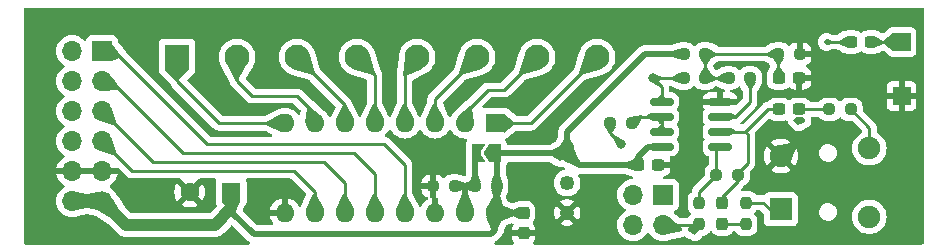
<source format=gbr>
%TF.GenerationSoftware,KiCad,Pcbnew,7.0.5*%
%TF.CreationDate,2024-01-04T17:18:43+09:00*%
%TF.ProjectId,Pmod_ADC,506d6f64-5f41-4444-932e-6b696361645f,rev?*%
%TF.SameCoordinates,Original*%
%TF.FileFunction,Copper,L1,Top*%
%TF.FilePolarity,Positive*%
%FSLAX46Y46*%
G04 Gerber Fmt 4.6, Leading zero omitted, Abs format (unit mm)*
G04 Created by KiCad (PCBNEW 7.0.5) date 2024-01-04 17:18:43*
%MOMM*%
%LPD*%
G01*
G04 APERTURE LIST*
G04 Aperture macros list*
%AMRoundRect*
0 Rectangle with rounded corners*
0 $1 Rounding radius*
0 $2 $3 $4 $5 $6 $7 $8 $9 X,Y pos of 4 corners*
0 Add a 4 corners polygon primitive as box body*
4,1,4,$2,$3,$4,$5,$6,$7,$8,$9,$2,$3,0*
0 Add four circle primitives for the rounded corners*
1,1,$1+$1,$2,$3*
1,1,$1+$1,$4,$5*
1,1,$1+$1,$6,$7*
1,1,$1+$1,$8,$9*
0 Add four rect primitives between the rounded corners*
20,1,$1+$1,$2,$3,$4,$5,0*
20,1,$1+$1,$4,$5,$6,$7,0*
20,1,$1+$1,$6,$7,$8,$9,0*
20,1,$1+$1,$8,$9,$2,$3,0*%
%AMFreePoly0*
4,1,6,1.000000,0.000000,0.500000,-0.750000,-0.500000,-0.750000,-0.500000,0.750000,0.500000,0.750000,1.000000,0.000000,1.000000,0.000000,$1*%
%AMFreePoly1*
4,1,6,0.500000,-0.750000,-0.650000,-0.750000,-0.150000,0.000000,-0.650000,0.750000,0.500000,0.750000,0.500000,-0.750000,0.500000,-0.750000,$1*%
G04 Aperture macros list end*
%TA.AperFunction,ComponentPad*%
%ADD10R,1.600000X1.600000*%
%TD*%
%TA.AperFunction,ComponentPad*%
%ADD11O,1.600000X1.600000*%
%TD*%
%TA.AperFunction,SMDPad,CuDef*%
%ADD12RoundRect,0.237500X0.237500X-0.300000X0.237500X0.300000X-0.237500X0.300000X-0.237500X-0.300000X0*%
%TD*%
%TA.AperFunction,SMDPad,CuDef*%
%ADD13RoundRect,0.237500X0.300000X0.237500X-0.300000X0.237500X-0.300000X-0.237500X0.300000X-0.237500X0*%
%TD*%
%TA.AperFunction,SMDPad,CuDef*%
%ADD14RoundRect,0.237500X0.250000X0.237500X-0.250000X0.237500X-0.250000X-0.237500X0.250000X-0.237500X0*%
%TD*%
%TA.AperFunction,SMDPad,CuDef*%
%ADD15RoundRect,0.237500X-0.237500X0.250000X-0.237500X-0.250000X0.237500X-0.250000X0.237500X0.250000X0*%
%TD*%
%TA.AperFunction,ComponentPad*%
%ADD16R,1.700000X1.700000*%
%TD*%
%TA.AperFunction,ComponentPad*%
%ADD17O,1.700000X1.700000*%
%TD*%
%TA.AperFunction,SMDPad,CuDef*%
%ADD18RoundRect,0.237500X-0.250000X-0.237500X0.250000X-0.237500X0.250000X0.237500X-0.250000X0.237500X0*%
%TD*%
%TA.AperFunction,ComponentPad*%
%ADD19R,1.500000X1.500000*%
%TD*%
%TA.AperFunction,ComponentPad*%
%ADD20R,1.900000X1.900000*%
%TD*%
%TA.AperFunction,ComponentPad*%
%ADD21C,1.900000*%
%TD*%
%TA.AperFunction,SMDPad,CuDef*%
%ADD22FreePoly0,180.000000*%
%TD*%
%TA.AperFunction,SMDPad,CuDef*%
%ADD23FreePoly1,180.000000*%
%TD*%
%TA.AperFunction,SMDPad,CuDef*%
%ADD24RoundRect,0.237500X0.237500X-0.250000X0.237500X0.250000X-0.237500X0.250000X-0.237500X-0.250000X0*%
%TD*%
%TA.AperFunction,SMDPad,CuDef*%
%ADD25RoundRect,0.150000X0.825000X0.150000X-0.825000X0.150000X-0.825000X-0.150000X0.825000X-0.150000X0*%
%TD*%
%TA.AperFunction,SMDPad,CuDef*%
%ADD26RoundRect,0.237500X-0.300000X-0.237500X0.300000X-0.237500X0.300000X0.237500X-0.300000X0.237500X0*%
%TD*%
%TA.AperFunction,SMDPad,CuDef*%
%ADD27RoundRect,0.237500X-0.237500X0.300000X-0.237500X-0.300000X0.237500X-0.300000X0.237500X0.300000X0*%
%TD*%
%TA.AperFunction,ComponentPad*%
%ADD28R,1.251000X1.251000*%
%TD*%
%TA.AperFunction,ComponentPad*%
%ADD29C,1.251000*%
%TD*%
%TA.AperFunction,ComponentPad*%
%ADD30C,1.600000*%
%TD*%
%TA.AperFunction,ComponentPad*%
%ADD31C,1.700000*%
%TD*%
%TA.AperFunction,ComponentPad*%
%ADD32R,2.100000X2.100000*%
%TD*%
%TA.AperFunction,ComponentPad*%
%ADD33C,2.100000*%
%TD*%
%TA.AperFunction,ViaPad*%
%ADD34C,0.500000*%
%TD*%
%TA.AperFunction,ViaPad*%
%ADD35C,0.800000*%
%TD*%
%TA.AperFunction,Conductor*%
%ADD36C,0.250000*%
%TD*%
%TA.AperFunction,Conductor*%
%ADD37C,0.500000*%
%TD*%
%TA.AperFunction,Conductor*%
%ADD38C,1.000000*%
%TD*%
G04 APERTURE END LIST*
D10*
%TO.P,U1,1,CH0*%
%TO.N,/CH0*%
X182611000Y-91450000D03*
D11*
%TO.P,U1,2,CH1*%
%TO.N,Net-(J4-Pin_7)*%
X180071000Y-91450000D03*
%TO.P,U1,3,CH2*%
%TO.N,Net-(J4-Pin_6)*%
X177531000Y-91450000D03*
%TO.P,U1,4,CH3*%
%TO.N,Net-(J4-Pin_5)*%
X174991000Y-91450000D03*
%TO.P,U1,5,CH4*%
%TO.N,Net-(J4-Pin_4)*%
X172451000Y-91450000D03*
%TO.P,U1,6,CH5*%
%TO.N,Net-(J4-Pin_3)*%
X169911000Y-91450000D03*
%TO.P,U1,7,CH6*%
%TO.N,Net-(J4-Pin_2)*%
X167371000Y-91450000D03*
%TO.P,U1,8,CH7*%
%TO.N,Net-(J4-Pin_1)*%
X164831000Y-91450000D03*
%TO.P,U1,9,DGND*%
%TO.N,GND*%
X164831000Y-99070000D03*
%TO.P,U1,10,~{CS}/SHDN*%
%TO.N,Net-(J1-Pin_4)*%
X167371000Y-99070000D03*
%TO.P,U1,11,Din*%
%TO.N,Net-(J1-Pin_3)*%
X169911000Y-99070000D03*
%TO.P,U1,12,Dout*%
%TO.N,Net-(J1-Pin_2)*%
X172451000Y-99070000D03*
%TO.P,U1,13,CLK*%
%TO.N,Net-(J1-Pin_1)*%
X174991000Y-99070000D03*
%TO.P,U1,14,AGND*%
%TO.N,GND*%
X177531000Y-99070000D03*
%TO.P,U1,15,Vref*%
%TO.N,Net-(JP1-B)*%
X180071000Y-99070000D03*
%TO.P,U1,16,Vdd*%
%TO.N,VCC*%
X182611000Y-99070000D03*
%TD*%
D12*
%TO.P,C4,1*%
%TO.N,Net-(C4-Pad1)*%
X201879200Y-99973300D03*
%TO.P,C4,2*%
%TO.N,Net-(U3-V_INA-)*%
X201879200Y-98248300D03*
%TD*%
D13*
%TO.P,C3,1*%
%TO.N,Net-(C3-Pad1)*%
X208380500Y-90271600D03*
%TO.P,C3,2*%
%TO.N,Net-(U3-V_INA-)*%
X206655500Y-90271600D03*
%TD*%
%TO.P,C5,1*%
%TO.N,Net-(C5-Pad1)*%
X214476500Y-84582000D03*
%TO.P,C5,2*%
%TO.N,Net-(U3-V_INB+)*%
X212751500Y-84582000D03*
%TD*%
D14*
%TO.P,R7,1*%
%TO.N,Net-(U3-V_INA+)*%
X204216000Y-87630000D03*
%TO.P,R7,2*%
%TO.N,Net-(C7-Pad2)*%
X202391000Y-87630000D03*
%TD*%
D15*
%TO.P,R5,1*%
%TO.N,Net-(J2-PadR)*%
X203860400Y-98198300D03*
%TO.P,R5,2*%
%TO.N,Net-(C4-Pad1)*%
X203860400Y-100023300D03*
%TD*%
D16*
%TO.P,J5,1,Pin_1*%
%TO.N,Net-(J5-Pin_1)*%
X196855000Y-97531000D03*
D17*
%TO.P,J5,2,Pin_2*%
%TO.N,Net-(J5-Pin_2)*%
X196855000Y-100071000D03*
%TO.P,J5,3,Pin_3*%
%TO.N,/CH0*%
X194315000Y-97531000D03*
%TO.P,J5,4,Pin_4*%
X194315000Y-100071000D03*
%TD*%
D18*
%TO.P,R6,1*%
%TO.N,Net-(U3-V_INB+)*%
X198581000Y-87630000D03*
%TO.P,R6,2*%
%TO.N,Net-(C7-Pad2)*%
X200406000Y-87630000D03*
%TD*%
D19*
%TO.P,TP1,1,1*%
%TO.N,Net-(C5-Pad1)*%
X217043000Y-84582000D03*
%TD*%
D18*
%TO.P,R2,1*%
%TO.N,GND*%
X177380500Y-96774000D03*
%TO.P,R2,2*%
%TO.N,Net-(JP1-B)*%
X179205500Y-96774000D03*
%TD*%
D20*
%TO.P,J2,R*%
%TO.N,Net-(J2-PadR)*%
X206820000Y-98730000D03*
D21*
%TO.P,J2,S*%
%TO.N,GND*%
X206820000Y-94230000D03*
%TO.P,J2,T*%
%TO.N,Net-(J2-PadT)*%
X214320000Y-99380000D03*
X214320000Y-93580000D03*
%TD*%
D19*
%TO.P,TP2,1,1*%
%TO.N,GND*%
X217043000Y-89154000D03*
%TD*%
D18*
%TO.P,R8,1*%
%TO.N,Net-(J5-Pin_1)*%
X192381500Y-91440000D03*
%TO.P,R8,2*%
%TO.N,Net-(U3-V_INB-)*%
X194206500Y-91440000D03*
%TD*%
D22*
%TO.P,JP1,1,A*%
%TO.N,VCC*%
X182611000Y-93980000D03*
D23*
%TO.P,JP1,2,B*%
%TO.N,Net-(JP1-B)*%
X181161000Y-93980000D03*
%TD*%
D14*
%TO.P,R4,1*%
%TO.N,Net-(J2-PadT)*%
X212748500Y-90271600D03*
%TO.P,R4,2*%
%TO.N,Net-(C3-Pad1)*%
X210923500Y-90271600D03*
%TD*%
D24*
%TO.P,R9,1*%
%TO.N,Net-(J5-Pin_2)*%
X199898000Y-100023300D03*
%TO.P,R9,2*%
%TO.N,Net-(U3-VOUTA)*%
X199898000Y-98198300D03*
%TD*%
D25*
%TO.P,U3,1,VOUTA*%
%TO.N,Net-(U3-VOUTA)*%
X201676000Y-93448500D03*
%TO.P,U3,2,V_INA-*%
%TO.N,Net-(U3-V_INA-)*%
X201676000Y-92178500D03*
%TO.P,U3,3,V_INA+*%
%TO.N,Net-(U3-V_INA+)*%
X201676000Y-90908500D03*
%TO.P,U3,4,VSS*%
%TO.N,GND*%
X201676000Y-89638500D03*
%TO.P,U3,5,V_INB+*%
%TO.N,Net-(U3-V_INB+)*%
X196726000Y-89638500D03*
%TO.P,U3,6,V_INB-*%
%TO.N,Net-(U3-V_INB-)*%
X196726000Y-90908500D03*
%TO.P,U3,7,V_OUTB*%
X196726000Y-92178500D03*
%TO.P,U3,8,VDD*%
%TO.N,VCC*%
X196726000Y-93448500D03*
%TD*%
D26*
%TO.P,C6,1*%
%TO.N,VCC*%
X194717500Y-94996000D03*
%TO.P,C6,2*%
%TO.N,GND*%
X196442500Y-94996000D03*
%TD*%
D27*
%TO.P,C2,1*%
%TO.N,VCC*%
X185047500Y-99060000D03*
%TO.P,C2,2*%
%TO.N,GND*%
X185047500Y-100785000D03*
%TD*%
D14*
%TO.P,R10,1*%
%TO.N,Net-(U3-V_INA-)*%
X203198100Y-95808800D03*
%TO.P,R10,2*%
%TO.N,Net-(U3-VOUTA)*%
X201373100Y-95808800D03*
%TD*%
D18*
%TO.P,R11,1*%
%TO.N,VCC*%
X198581000Y-85598000D03*
%TO.P,R11,2*%
%TO.N,Net-(C7-Pad2)*%
X200406000Y-85598000D03*
%TD*%
D28*
%TO.P,RV1,1,1*%
%TO.N,VCC*%
X188722000Y-94020000D03*
D29*
%TO.P,RV1,2,2*%
%TO.N,Net-(JP1-B)*%
X188722000Y-96520000D03*
%TO.P,RV1,3,3*%
%TO.N,GND*%
X188722000Y-99020000D03*
%TD*%
D10*
%TO.P,C1,1*%
%TO.N,VCC*%
X160284151Y-97282000D03*
D30*
%TO.P,C1,2*%
%TO.N,GND*%
X156784151Y-97282000D03*
%TD*%
D13*
%TO.P,C7,1*%
%TO.N,GND*%
X208380500Y-87630000D03*
%TO.P,C7,2*%
%TO.N,Net-(C7-Pad2)*%
X206655500Y-87630000D03*
%TD*%
D16*
%TO.P,J1,1,Pin_1*%
%TO.N,Net-(J1-Pin_1)*%
X149352000Y-85344000D03*
D17*
%TO.P,J1,2,Pin_2*%
%TO.N,Net-(J1-Pin_2)*%
X149352000Y-87884000D03*
%TO.P,J1,3,Pin_3*%
%TO.N,Net-(J1-Pin_3)*%
X149352000Y-90424000D03*
%TO.P,J1,4,Pin_4*%
%TO.N,Net-(J1-Pin_4)*%
X149352000Y-92964000D03*
%TO.P,J1,5,Pin_5*%
%TO.N,GND*%
X149352000Y-95504000D03*
D31*
%TO.P,J1,6,Pin_6*%
%TO.N,VCC*%
X149352000Y-98044000D03*
D17*
%TO.P,J1,7,Pin_7*%
%TO.N,unconnected-(J1-Pin_7-Pad7)*%
X146812000Y-85344000D03*
%TO.P,J1,8,Pin_8*%
%TO.N,unconnected-(J1-Pin_8-Pad8)*%
X146812000Y-87884000D03*
%TO.P,J1,9,Pin_9*%
%TO.N,unconnected-(J1-Pin_9-Pad9)*%
X146812000Y-90424000D03*
%TO.P,J1,10,Pin_10*%
%TO.N,unconnected-(J1-Pin_10-Pad10)*%
X146812000Y-92964000D03*
%TO.P,J1,11,Pin_11*%
%TO.N,GND*%
X146812000Y-95504000D03*
%TO.P,J1,12,Pin_12*%
%TO.N,VCC*%
X146812000Y-98044000D03*
%TD*%
D14*
%TO.P,R12,1*%
%TO.N,GND*%
X208430500Y-85598000D03*
%TO.P,R12,2*%
%TO.N,Net-(C7-Pad2)*%
X206605500Y-85598000D03*
%TD*%
D18*
%TO.P,R1,1*%
%TO.N,Net-(JP1-B)*%
X180936500Y-96774000D03*
%TO.P,R1,2*%
%TO.N,VCC*%
X182761500Y-96774000D03*
%TD*%
D32*
%TO.P,J4,1,Pin_1*%
%TO.N,Net-(J4-Pin_1)*%
X155702000Y-85852000D03*
D33*
%TO.P,J4,2,Pin_2*%
%TO.N,Net-(J4-Pin_2)*%
X160782000Y-85852000D03*
%TO.P,J4,3,Pin_3*%
%TO.N,Net-(J4-Pin_3)*%
X165862000Y-85852000D03*
%TO.P,J4,4,Pin_4*%
%TO.N,Net-(J4-Pin_4)*%
X170942000Y-85852000D03*
%TO.P,J4,5,Pin_5*%
%TO.N,Net-(J4-Pin_5)*%
X176022000Y-85852000D03*
%TO.P,J4,6,Pin_6*%
%TO.N,Net-(J4-Pin_6)*%
X181102000Y-85852000D03*
%TO.P,J4,7,Pin_7*%
%TO.N,Net-(J4-Pin_7)*%
X186182000Y-85852000D03*
%TO.P,J4,8,Pin_8*%
%TO.N,/CH0*%
X191262000Y-85852000D03*
%TD*%
D34*
%TO.N,GND*%
X199263000Y-92710000D03*
X199263000Y-90170000D03*
X188722000Y-83693000D03*
X178689000Y-83693000D03*
X199263000Y-95123000D03*
X158369000Y-83693000D03*
X168529000Y-83693000D03*
D35*
%TO.N,Net-(U3-V_INB+)*%
X195961000Y-87630000D03*
D34*
X210693000Y-84582000D03*
D35*
%TO.N,Net-(J5-Pin_1)*%
X193294000Y-93218000D03*
%TD*%
D36*
%TO.N,Net-(U3-V_INA-)*%
X204012800Y-92405200D02*
X203809600Y-92202000D01*
X203198100Y-95658300D02*
X204012800Y-94843600D01*
X203198100Y-95808800D02*
X203198100Y-95658300D01*
X204012800Y-94843600D02*
X204012800Y-92405200D01*
X201676000Y-92178500D02*
X203786100Y-92178500D01*
X203786100Y-92178500D02*
X203809600Y-92202000D01*
X203809600Y-92202000D02*
X205740000Y-90271600D01*
X205740000Y-90271600D02*
X206655500Y-90271600D01*
%TO.N,Net-(J2-PadR)*%
X205867200Y-98730000D02*
X206820000Y-98730000D01*
X205333600Y-98196400D02*
X205867200Y-98730000D01*
X204569700Y-98198300D02*
X204571600Y-98196400D01*
X204571600Y-98196400D02*
X205333600Y-98196400D01*
X203860400Y-98198300D02*
X204569700Y-98198300D01*
%TO.N,Net-(C4-Pad1)*%
X203810400Y-99973300D02*
X203860400Y-100023300D01*
X201879200Y-99973300D02*
X203810400Y-99973300D01*
%TO.N,Net-(U3-V_INA-)*%
X203198100Y-96369500D02*
X203198100Y-95808800D01*
X201879200Y-97688400D02*
X203198100Y-96369500D01*
X201879200Y-98248300D02*
X201879200Y-97688400D01*
%TO.N,Net-(U3-VOUTA)*%
X201373100Y-93751400D02*
X201676000Y-93448500D01*
X201373100Y-95808800D02*
X201373100Y-93751400D01*
X199898000Y-97283900D02*
X201373100Y-95808800D01*
X199898000Y-98198300D02*
X199898000Y-97283900D01*
%TO.N,Net-(J5-Pin_2)*%
X199850300Y-100071000D02*
X199898000Y-100023300D01*
X196855000Y-100071000D02*
X199850300Y-100071000D01*
%TO.N,Net-(J2-PadT)*%
X214320000Y-91843100D02*
X214320000Y-93580000D01*
X212748500Y-90271600D02*
X214320000Y-91843100D01*
%TO.N,Net-(C3-Pad1)*%
X208380500Y-90271600D02*
X210923500Y-90271600D01*
%TO.N,Net-(U3-VOUTA)*%
X201089900Y-93448500D02*
X201676000Y-93448500D01*
D37*
%TO.N,VCC*%
X194717500Y-94334500D02*
X195603500Y-93448500D01*
X198581000Y-85598000D02*
X195326000Y-85598000D01*
X195603500Y-93448500D02*
X196726000Y-93448500D01*
X196749500Y-93472000D02*
X196726000Y-93448500D01*
X160284151Y-98677349D02*
X160284151Y-98934651D01*
X189698000Y-94996000D02*
X194717500Y-94996000D01*
X188722000Y-92202000D02*
X188722000Y-94020000D01*
X182761500Y-94130500D02*
X182761500Y-96774000D01*
D38*
X160284151Y-98677349D02*
X160284151Y-97282000D01*
X158885500Y-100076000D02*
X160284151Y-98677349D01*
D37*
X162187500Y-100838000D02*
X182253500Y-100838000D01*
X182611000Y-99070000D02*
X185037500Y-99070000D01*
X160284151Y-98934651D02*
X162187500Y-100838000D01*
X195326000Y-85598000D02*
X188722000Y-92202000D01*
X182761500Y-96774000D02*
X182761500Y-98919500D01*
X196702500Y-93472000D02*
X196726000Y-93448500D01*
X188722000Y-94020000D02*
X182651000Y-94020000D01*
X182651000Y-94020000D02*
X182611000Y-93980000D01*
X194717500Y-94996000D02*
X194717500Y-94334500D01*
X185037500Y-99070000D02*
X185047500Y-99060000D01*
X182611000Y-93980000D02*
X182761500Y-94130500D01*
D38*
X151384000Y-100076000D02*
X149352000Y-98044000D01*
D37*
X182611000Y-100480500D02*
X182611000Y-99070000D01*
X182253500Y-100838000D02*
X182611000Y-100480500D01*
X188722000Y-94020000D02*
X189698000Y-94996000D01*
X182761500Y-98919500D02*
X182611000Y-99070000D01*
D38*
X146812000Y-98044000D02*
X149352000Y-98044000D01*
X158885500Y-100076000D02*
X151384000Y-100076000D01*
D36*
%TO.N,Net-(C5-Pad1)*%
X214476500Y-84582000D02*
X217043000Y-84582000D01*
%TO.N,Net-(U3-V_INB+)*%
X195961000Y-87630000D02*
X196726000Y-88395000D01*
X210693000Y-84582000D02*
X212751500Y-84582000D01*
X198581000Y-87630000D02*
X195961000Y-87630000D01*
X196726000Y-88395000D02*
X196726000Y-89638500D01*
%TO.N,Net-(C7-Pad2)*%
X206605500Y-85598000D02*
X206605500Y-87580000D01*
X200406000Y-87630000D02*
X200406000Y-85598000D01*
X200406000Y-85598000D02*
X206605500Y-85598000D01*
X206605500Y-87580000D02*
X206655500Y-87630000D01*
X202391000Y-87630000D02*
X200406000Y-87630000D01*
%TO.N,Net-(J1-Pin_1)*%
X158242000Y-93218000D02*
X173228000Y-93218000D01*
X149352000Y-85344000D02*
X150368000Y-85344000D01*
X150368000Y-85344000D02*
X158242000Y-93218000D01*
X173228000Y-93218000D02*
X174991000Y-94981000D01*
X174991000Y-94981000D02*
X174991000Y-99070000D01*
%TO.N,Net-(J1-Pin_2)*%
X156210000Y-93980000D02*
X170688000Y-93980000D01*
X170688000Y-93980000D02*
X172451000Y-95743000D01*
X149352000Y-87884000D02*
X150114000Y-87884000D01*
X172451000Y-95743000D02*
X172451000Y-99070000D01*
X150114000Y-87884000D02*
X156210000Y-93980000D01*
%TO.N,Net-(J1-Pin_3)*%
X153670000Y-94742000D02*
X168148000Y-94742000D01*
X169911000Y-96505000D02*
X169911000Y-99070000D01*
X168148000Y-94742000D02*
X169911000Y-96505000D01*
X149352000Y-90424000D02*
X153670000Y-94742000D01*
%TO.N,Net-(J1-Pin_4)*%
X165608000Y-95504000D02*
X167371000Y-97267000D01*
X167371000Y-97267000D02*
X167371000Y-99070000D01*
X151892000Y-95504000D02*
X165608000Y-95504000D01*
X149352000Y-92964000D02*
X151892000Y-95504000D01*
%TO.N,Net-(J4-Pin_7)*%
X181999500Y-88646000D02*
X183388000Y-88646000D01*
X180071000Y-91450000D02*
X180221500Y-91299500D01*
X180221500Y-91299500D02*
X180221500Y-90424000D01*
X183388000Y-88646000D02*
X186182000Y-85852000D01*
X180221500Y-90424000D02*
X181999500Y-88646000D01*
%TO.N,Net-(J4-Pin_1)*%
X159268000Y-91450000D02*
X155702000Y-87884000D01*
X164831000Y-91450000D02*
X159268000Y-91450000D01*
X155702000Y-87884000D02*
X155702000Y-85852000D01*
%TO.N,Net-(J4-Pin_2)*%
X160782000Y-87884000D02*
X160782000Y-85852000D01*
X162052000Y-89154000D02*
X160782000Y-87884000D01*
X165862000Y-89154000D02*
X162052000Y-89154000D01*
X167371000Y-91450000D02*
X167371000Y-90663000D01*
X167371000Y-90663000D02*
X165862000Y-89154000D01*
%TO.N,Net-(J4-Pin_3)*%
X169911000Y-91450000D02*
X169911000Y-89901000D01*
X169911000Y-89901000D02*
X165862000Y-85852000D01*
%TO.N,Net-(J4-Pin_4)*%
X172451000Y-87361000D02*
X170942000Y-85852000D01*
X172451000Y-91450000D02*
X172451000Y-87361000D01*
%TO.N,Net-(J4-Pin_5)*%
X174991000Y-91450000D02*
X174991000Y-86883000D01*
X174991000Y-86883000D02*
X176022000Y-85852000D01*
%TO.N,Net-(J4-Pin_6)*%
X177531000Y-89423000D02*
X181102000Y-85852000D01*
X177531000Y-91450000D02*
X177531000Y-89423000D01*
%TO.N,/CH0*%
X182611000Y-91450000D02*
X185664000Y-91450000D01*
X185664000Y-91450000D02*
X191262000Y-85852000D01*
%TO.N,Net-(J5-Pin_1)*%
X192381500Y-91440000D02*
X192381500Y-92305500D01*
X192381500Y-92305500D02*
X193294000Y-93218000D01*
%TO.N,Net-(J5-Pin_2)*%
X196855000Y-100071000D02*
X197241000Y-100457000D01*
D37*
%TO.N,Net-(JP1-B)*%
X180071000Y-99070000D02*
X180071000Y-96877500D01*
X179205500Y-96774000D02*
X179967500Y-96774000D01*
X179967500Y-96774000D02*
X180936500Y-96774000D01*
X180936500Y-96774000D02*
X180936500Y-94204500D01*
X180071000Y-96877500D02*
X179967500Y-96774000D01*
X180936500Y-94204500D02*
X181161000Y-93980000D01*
D36*
%TO.N,Net-(U3-V_INA+)*%
X201676000Y-90908500D02*
X202969500Y-90908500D01*
X204216000Y-89662000D02*
X204216000Y-87630000D01*
X202969500Y-90908500D02*
X204216000Y-89662000D01*
%TO.N,Net-(U3-V_INB-)*%
X196726000Y-90908500D02*
X196726000Y-92178500D01*
X194738000Y-90908500D02*
X194206500Y-91440000D01*
X196726000Y-90908500D02*
X194738000Y-90908500D01*
%TO.N,Net-(U3-VOUTA)*%
X201779500Y-93552000D02*
X201676000Y-93448500D01*
%TD*%
%TA.AperFunction,Conductor*%
%TO.N,Net-(J1-Pin_4)*%
G36*
X167496875Y-97473427D02*
G01*
X167499172Y-97476683D01*
X168104833Y-98752748D01*
X168105284Y-98761692D01*
X168099280Y-98768335D01*
X168098753Y-98768569D01*
X167375490Y-99069134D01*
X167366536Y-99069144D01*
X167366510Y-99069134D01*
X166643246Y-98768569D01*
X166636921Y-98762230D01*
X166636932Y-98753275D01*
X166637154Y-98752773D01*
X167242828Y-97476682D01*
X167249471Y-97470679D01*
X167253398Y-97470000D01*
X167488602Y-97470000D01*
X167496875Y-97473427D01*
G37*
%TD.AperFunction*%
%TD*%
%TA.AperFunction,Conductor*%
%TO.N,Net-(J1-Pin_4)*%
G36*
X150134838Y-92643441D02*
G01*
X150141163Y-92649780D01*
X150141388Y-92650370D01*
X150640031Y-94070748D01*
X150639539Y-94079690D01*
X150637265Y-94082897D01*
X150470897Y-94249265D01*
X150462624Y-94252692D01*
X150458748Y-94252031D01*
X149038370Y-93753388D01*
X149031699Y-93747415D01*
X149031207Y-93738473D01*
X149031423Y-93737905D01*
X149349438Y-92967783D01*
X149355759Y-92961448D01*
X150125884Y-92643432D01*
X150134838Y-92643441D01*
G37*
%TD.AperFunction*%
%TD*%
%TA.AperFunction,Conductor*%
%TO.N,Net-(JP1-B)*%
G36*
X180321188Y-97473427D02*
G01*
X180323859Y-97477563D01*
X180806099Y-98753258D01*
X180805819Y-98762208D01*
X180799645Y-98768199D01*
X180075490Y-99069134D01*
X180066536Y-99069144D01*
X179342353Y-98768198D01*
X179336029Y-98761860D01*
X179335900Y-98753260D01*
X179818141Y-97477562D01*
X179824272Y-97471036D01*
X179829085Y-97470000D01*
X180312915Y-97470000D01*
X180321188Y-97473427D01*
G37*
%TD.AperFunction*%
%TD*%
%TA.AperFunction,Conductor*%
%TO.N,/CH0*%
G36*
X190303636Y-85455020D02*
G01*
X191258218Y-85849438D01*
X191264554Y-85855763D01*
X191264562Y-85855782D01*
X191658976Y-86810356D01*
X191658968Y-86819311D01*
X191652631Y-86825637D01*
X191651750Y-86825961D01*
X189907624Y-87387765D01*
X189898699Y-87387039D01*
X189895764Y-87384901D01*
X189729098Y-87218235D01*
X189725671Y-87209962D01*
X189726233Y-87206380D01*
X190288039Y-85462246D01*
X190293837Y-85455425D01*
X190302762Y-85454699D01*
X190303636Y-85455020D01*
G37*
%TD.AperFunction*%
%TD*%
%TA.AperFunction,Conductor*%
%TO.N,Net-(J4-Pin_2)*%
G36*
X160785776Y-85853152D02*
G01*
X161013261Y-85947476D01*
X161739925Y-86248780D01*
X161746255Y-86255115D01*
X161746252Y-86264069D01*
X161745657Y-86265297D01*
X160883906Y-87806925D01*
X160881966Y-87809489D01*
X160717660Y-87973795D01*
X160709387Y-87977222D01*
X160701114Y-87973795D01*
X160698992Y-87970892D01*
X159817856Y-86265297D01*
X159817761Y-86265114D01*
X159817010Y-86256193D01*
X159822787Y-86249351D01*
X159823662Y-86248944D01*
X160776808Y-85853154D01*
X160785763Y-85853147D01*
X160785776Y-85853152D01*
G37*
%TD.AperFunction*%
%TD*%
%TA.AperFunction,Conductor*%
%TO.N,VCC*%
G36*
X183338591Y-99371362D02*
G01*
X183344916Y-99377701D01*
X183344905Y-99386656D01*
X183344599Y-99387332D01*
X182660994Y-100776610D01*
X182654267Y-100782520D01*
X182645330Y-100781942D01*
X182642223Y-100779717D01*
X182301912Y-100439406D01*
X182299335Y-100435511D01*
X181876231Y-99386892D01*
X181876313Y-99377937D01*
X181882596Y-99371708D01*
X182607220Y-99071153D01*
X182616173Y-99071149D01*
X183338591Y-99371362D01*
G37*
%TD.AperFunction*%
%TD*%
%TA.AperFunction,Conductor*%
%TO.N,Net-(U3-V_INB+)*%
G36*
X211184267Y-84454711D02*
G01*
X211191400Y-84460123D01*
X211193000Y-84466028D01*
X211193000Y-84697971D01*
X211189573Y-84706244D01*
X211184266Y-84709289D01*
X210798504Y-84810392D01*
X210789633Y-84809174D01*
X210784745Y-84803591D01*
X210693889Y-84586515D01*
X210693857Y-84577563D01*
X210784746Y-84360406D01*
X210791101Y-84354099D01*
X210798504Y-84353607D01*
X211184267Y-84454711D01*
G37*
%TD.AperFunction*%
%TD*%
%TA.AperFunction,Conductor*%
%TO.N,Net-(J4-Pin_7)*%
G36*
X185223636Y-85455020D02*
G01*
X186178218Y-85849438D01*
X186184554Y-85855763D01*
X186184562Y-85855782D01*
X186578976Y-86810356D01*
X186578968Y-86819311D01*
X186572631Y-86825637D01*
X186571750Y-86825961D01*
X184827624Y-87387765D01*
X184818699Y-87387039D01*
X184815764Y-87384901D01*
X184649098Y-87218235D01*
X184645671Y-87209962D01*
X184646233Y-87206380D01*
X185208039Y-85462246D01*
X185213837Y-85455425D01*
X185222762Y-85454699D01*
X185223636Y-85455020D01*
G37*
%TD.AperFunction*%
%TD*%
%TA.AperFunction,Conductor*%
%TO.N,VCC*%
G36*
X196687889Y-93439007D02*
G01*
X196695201Y-93444175D01*
X196696717Y-93453001D01*
X196691549Y-93460313D01*
X196689310Y-93461412D01*
X195903323Y-93747653D01*
X195898533Y-93748333D01*
X195676822Y-93733404D01*
X195669335Y-93730003D01*
X195332323Y-93392991D01*
X195328896Y-93384718D01*
X195332323Y-93376445D01*
X195336928Y-93373608D01*
X195766045Y-93232073D01*
X195772288Y-93231774D01*
X196687889Y-93439007D01*
G37*
%TD.AperFunction*%
%TD*%
%TA.AperFunction,Conductor*%
%TO.N,GND*%
G36*
X208254010Y-93230000D02*
G01*
X207697686Y-94593549D01*
X206819000Y-94230000D01*
X206456451Y-93352314D01*
X208254010Y-92980000D01*
X208254010Y-93230000D01*
G37*
%TD.AperFunction*%
%TD*%
%TA.AperFunction,Conductor*%
%TO.N,Net-(U3-V_INA-)*%
G36*
X202562408Y-91891586D02*
G01*
X202943800Y-92050500D01*
X202950119Y-92056845D01*
X202951000Y-92061300D01*
X202951000Y-92295699D01*
X202947573Y-92303972D01*
X202943800Y-92306499D01*
X202562410Y-92465412D01*
X202554277Y-92465734D01*
X201709045Y-92189621D01*
X201702246Y-92183795D01*
X201701557Y-92174867D01*
X201707384Y-92168067D01*
X201709044Y-92167378D01*
X202554279Y-91891265D01*
X202562408Y-91891586D01*
G37*
%TD.AperFunction*%
%TD*%
%TA.AperFunction,Conductor*%
%TO.N,Net-(C7-Pad2)*%
G36*
X206612220Y-85601715D02*
G01*
X207066307Y-85920343D01*
X207071111Y-85927900D01*
X207069821Y-85935590D01*
X206733841Y-86541970D01*
X206726834Y-86547546D01*
X206723607Y-86548000D01*
X206487393Y-86548000D01*
X206479120Y-86544573D01*
X206477159Y-86541970D01*
X206141178Y-85935590D01*
X206140166Y-85926693D01*
X206144691Y-85920343D01*
X206598780Y-85601714D01*
X206607520Y-85599768D01*
X206612220Y-85601715D01*
G37*
%TD.AperFunction*%
%TD*%
%TA.AperFunction,Conductor*%
%TO.N,Net-(J5-Pin_2)*%
G36*
X197464266Y-99477095D02*
G01*
X198445694Y-100328501D01*
X198449698Y-100336511D01*
X198449727Y-100337339D01*
X198449727Y-100572558D01*
X198446300Y-100580831D01*
X198440498Y-100583994D01*
X197189814Y-100854237D01*
X197181004Y-100852635D01*
X197176538Y-100847290D01*
X197062390Y-100572558D01*
X196857004Y-100078232D01*
X196856996Y-100069278D01*
X196859541Y-100065467D01*
X197448335Y-99477652D01*
X197456609Y-99474233D01*
X197464266Y-99477095D01*
G37*
%TD.AperFunction*%
%TD*%
%TA.AperFunction,Conductor*%
%TO.N,VCC*%
G36*
X198241038Y-85144382D02*
G01*
X198245169Y-85147836D01*
X198576755Y-85590991D01*
X198578968Y-85599668D01*
X198576755Y-85605009D01*
X198245169Y-86048163D01*
X198237469Y-86052735D01*
X198232106Y-86052255D01*
X197626505Y-85850664D01*
X197619737Y-85844800D01*
X197618500Y-85839563D01*
X197618500Y-85356436D01*
X197621927Y-85348163D01*
X197626503Y-85345335D01*
X198232106Y-85143744D01*
X198241038Y-85144382D01*
G37*
%TD.AperFunction*%
%TD*%
%TA.AperFunction,Conductor*%
%TO.N,Net-(J4-Pin_4)*%
G36*
X172576875Y-89853427D02*
G01*
X172579172Y-89856683D01*
X173184833Y-91132748D01*
X173185284Y-91141692D01*
X173179280Y-91148335D01*
X173178753Y-91148569D01*
X172455489Y-91449134D01*
X172446536Y-91449144D01*
X172220470Y-91355199D01*
X171723246Y-91148569D01*
X171716921Y-91142230D01*
X171716932Y-91133275D01*
X171717154Y-91132773D01*
X172322828Y-89856682D01*
X172329471Y-89850679D01*
X172333398Y-89850000D01*
X172568602Y-89850000D01*
X172576875Y-89853427D01*
G37*
%TD.AperFunction*%
%TD*%
%TA.AperFunction,Conductor*%
%TO.N,Net-(J4-Pin_2)*%
G36*
X166891072Y-90004990D02*
G01*
X167926936Y-90876116D01*
X167931063Y-90884063D01*
X167928360Y-90892600D01*
X167927689Y-90893333D01*
X167375139Y-91447265D01*
X167366871Y-91450702D01*
X167366846Y-91450702D01*
X166583993Y-91450011D01*
X166575723Y-91446577D01*
X166572303Y-91438301D01*
X166572367Y-91437095D01*
X166705648Y-90178972D01*
X166709009Y-90171934D01*
X166875272Y-90005671D01*
X166883544Y-90002245D01*
X166891072Y-90004990D01*
G37*
%TD.AperFunction*%
%TD*%
%TA.AperFunction,Conductor*%
%TO.N,Net-(J4-Pin_6)*%
G36*
X180143636Y-85455020D02*
G01*
X181098218Y-85849438D01*
X181104554Y-85855763D01*
X181104562Y-85855782D01*
X181498976Y-86810356D01*
X181498968Y-86819311D01*
X181492631Y-86825637D01*
X181491750Y-86825961D01*
X179747624Y-87387765D01*
X179738699Y-87387039D01*
X179735764Y-87384901D01*
X179569098Y-87218235D01*
X179565671Y-87209962D01*
X179566233Y-87206380D01*
X180128039Y-85462246D01*
X180133837Y-85455425D01*
X180142762Y-85454699D01*
X180143636Y-85455020D01*
G37*
%TD.AperFunction*%
%TD*%
%TA.AperFunction,Conductor*%
%TO.N,Net-(J1-Pin_1)*%
G36*
X150208881Y-84734191D02*
G01*
X150934166Y-85731186D01*
X150936262Y-85739892D01*
X150932978Y-85746342D01*
X150764631Y-85914689D01*
X150761550Y-85916901D01*
X150209526Y-86190273D01*
X150200592Y-86190873D01*
X150196061Y-86188061D01*
X149360976Y-85352976D01*
X149357549Y-85344703D01*
X149360976Y-85336430D01*
X149362368Y-85335240D01*
X150192539Y-84731611D01*
X150201246Y-84729517D01*
X150208881Y-84734191D01*
G37*
%TD.AperFunction*%
%TD*%
%TA.AperFunction,Conductor*%
%TO.N,VCC*%
G36*
X188973651Y-92772427D02*
G01*
X188975409Y-92774678D01*
X189342800Y-93386671D01*
X189344120Y-93395528D01*
X189341049Y-93400960D01*
X188730280Y-94012706D01*
X188722009Y-94016139D01*
X188713733Y-94012719D01*
X188713720Y-94012706D01*
X188102950Y-93400960D01*
X188099530Y-93392684D01*
X188101198Y-93386673D01*
X188468591Y-92774677D01*
X188475787Y-92769349D01*
X188478622Y-92769000D01*
X188965378Y-92769000D01*
X188973651Y-92772427D01*
G37*
%TD.AperFunction*%
%TD*%
%TA.AperFunction,Conductor*%
%TO.N,VCC*%
G36*
X184203437Y-98817141D02*
G01*
X184209964Y-98823272D01*
X184211000Y-98828085D01*
X184211000Y-99311914D01*
X184207573Y-99320187D01*
X184203437Y-99322858D01*
X182927741Y-99805099D01*
X182918791Y-99804819D01*
X182912801Y-99798646D01*
X182611864Y-99074487D01*
X182611854Y-99065538D01*
X182912801Y-98341352D01*
X182919139Y-98335029D01*
X182927739Y-98334900D01*
X184203437Y-98817141D01*
G37*
%TD.AperFunction*%
%TD*%
%TA.AperFunction,Conductor*%
%TO.N,Net-(U3-V_INB-)*%
G36*
X195036721Y-90787932D02*
G01*
X195041605Y-90795438D01*
X195041803Y-90797580D01*
X195041803Y-91030585D01*
X195040435Y-91036074D01*
X194696078Y-91684222D01*
X194689170Y-91689921D01*
X194680311Y-91689094D01*
X194671024Y-91684222D01*
X194536722Y-91613765D01*
X194209908Y-91442312D01*
X194204173Y-91435434D01*
X194204109Y-91435219D01*
X194086408Y-91030585D01*
X194070939Y-90977403D01*
X194071918Y-90968503D01*
X194078905Y-90962902D01*
X194080020Y-90962636D01*
X195027961Y-90786078D01*
X195036721Y-90787932D01*
G37*
%TD.AperFunction*%
%TD*%
%TA.AperFunction,Conductor*%
%TO.N,VCC*%
G36*
X184651893Y-98595701D02*
G01*
X185042165Y-99052584D01*
X185044933Y-99061099D01*
X185042346Y-99067565D01*
X184664186Y-99532505D01*
X184656307Y-99536761D01*
X184650854Y-99536021D01*
X184104945Y-99322906D01*
X184098485Y-99316705D01*
X184097500Y-99312007D01*
X184097500Y-98827771D01*
X184100927Y-98819498D01*
X184104661Y-98816988D01*
X184638462Y-98592514D01*
X184647415Y-98592467D01*
X184651893Y-98595701D01*
G37*
%TD.AperFunction*%
%TD*%
%TA.AperFunction,Conductor*%
%TO.N,VCC*%
G36*
X160292727Y-97289969D02*
G01*
X160293111Y-97290371D01*
X161007563Y-98076193D01*
X161010593Y-98084620D01*
X161009473Y-98089087D01*
X160500111Y-99160639D01*
X160493464Y-99166640D01*
X160484521Y-99166183D01*
X160481271Y-99163889D01*
X160478021Y-99160639D01*
X159786133Y-98468751D01*
X159785666Y-98468222D01*
X159490518Y-98090156D01*
X159488128Y-98081526D01*
X159491466Y-98074684D01*
X160276182Y-97289968D01*
X160284454Y-97286542D01*
X160292727Y-97289969D01*
G37*
%TD.AperFunction*%
%TD*%
%TA.AperFunction,Conductor*%
%TO.N,Net-(U3-V_INB+)*%
G36*
X196852553Y-89041927D02*
G01*
X196854386Y-89044305D01*
X197021463Y-89330722D01*
X197022672Y-89339595D01*
X197019644Y-89344876D01*
X196734287Y-89631185D01*
X196726019Y-89634626D01*
X196717741Y-89631213D01*
X196717713Y-89631185D01*
X196432355Y-89344876D01*
X196428942Y-89336598D01*
X196430534Y-89330725D01*
X196597613Y-89044305D01*
X196604742Y-89038885D01*
X196607720Y-89038500D01*
X196844280Y-89038500D01*
X196852553Y-89041927D01*
G37*
%TD.AperFunction*%
%TD*%
%TA.AperFunction,Conductor*%
%TO.N,VCC*%
G36*
X182768220Y-96777715D02*
G01*
X183223653Y-97097287D01*
X183228457Y-97104844D01*
X183227966Y-97110758D01*
X183014255Y-97716194D01*
X183008270Y-97722855D01*
X183003222Y-97724000D01*
X182519778Y-97724000D01*
X182511505Y-97720573D01*
X182508745Y-97716194D01*
X182438902Y-97518333D01*
X182295033Y-97110755D01*
X182295511Y-97101816D01*
X182299344Y-97097289D01*
X182754780Y-96777714D01*
X182763520Y-96775768D01*
X182768220Y-96777715D01*
G37*
%TD.AperFunction*%
%TD*%
%TA.AperFunction,Conductor*%
%TO.N,Net-(U3-V_INB+)*%
G36*
X212366724Y-84132204D02*
G01*
X212745967Y-84574383D01*
X212748752Y-84582894D01*
X212745967Y-84589617D01*
X212366724Y-85031795D01*
X212358737Y-85035844D01*
X212352332Y-85034499D01*
X211745189Y-84710304D01*
X211739505Y-84703384D01*
X211739000Y-84699983D01*
X211739000Y-84464016D01*
X211742427Y-84455743D01*
X211745187Y-84453695D01*
X212352333Y-84129499D01*
X212361244Y-84128626D01*
X212366724Y-84132204D01*
G37*
%TD.AperFunction*%
%TD*%
%TA.AperFunction,Conductor*%
%TO.N,Net-(J4-Pin_5)*%
G36*
X175116875Y-89853427D02*
G01*
X175119172Y-89856683D01*
X175724833Y-91132748D01*
X175725284Y-91141692D01*
X175719280Y-91148335D01*
X175718753Y-91148569D01*
X174995490Y-91449134D01*
X174986536Y-91449144D01*
X174986510Y-91449134D01*
X174263246Y-91148569D01*
X174256921Y-91142230D01*
X174256932Y-91133275D01*
X174257154Y-91132773D01*
X174862828Y-89856682D01*
X174869471Y-89850679D01*
X174873398Y-89850000D01*
X175108602Y-89850000D01*
X175116875Y-89853427D01*
G37*
%TD.AperFunction*%
%TD*%
%TA.AperFunction,Conductor*%
%TO.N,VCC*%
G36*
X148502677Y-97542065D02*
G01*
X148510082Y-97547102D01*
X148512000Y-97553521D01*
X148512000Y-98534478D01*
X148508573Y-98542751D01*
X148502677Y-98545934D01*
X147146751Y-98827332D01*
X147137955Y-98825658D01*
X147133569Y-98820365D01*
X146812865Y-98048488D01*
X146812856Y-98039533D01*
X146812856Y-98039532D01*
X147133570Y-97267632D01*
X147139908Y-97261309D01*
X147146749Y-97260667D01*
X148502677Y-97542065D01*
G37*
%TD.AperFunction*%
%TD*%
%TA.AperFunction,Conductor*%
%TO.N,Net-(J4-Pin_7)*%
G36*
X180525765Y-89958844D02*
G01*
X180691798Y-90124877D01*
X180695122Y-90131603D01*
X180869234Y-91436764D01*
X180866931Y-91445418D01*
X180859184Y-91449908D01*
X180857647Y-91450011D01*
X180075153Y-91450702D01*
X180066877Y-91447282D01*
X180066860Y-91447265D01*
X179513909Y-90892931D01*
X179510492Y-90884653D01*
X179513929Y-90876385D01*
X179514236Y-90876090D01*
X180509563Y-89958514D01*
X180517967Y-89955427D01*
X180525765Y-89958844D01*
G37*
%TD.AperFunction*%
%TD*%
%TA.AperFunction,Conductor*%
%TO.N,Net-(J4-Pin_6)*%
G36*
X177656875Y-89853427D02*
G01*
X177659172Y-89856683D01*
X178264833Y-91132748D01*
X178265284Y-91141692D01*
X178259280Y-91148335D01*
X178258753Y-91148569D01*
X177535490Y-91449134D01*
X177526536Y-91449144D01*
X177526510Y-91449134D01*
X176803246Y-91148569D01*
X176796921Y-91142230D01*
X176796932Y-91133275D01*
X176797154Y-91132773D01*
X177402828Y-89856682D01*
X177409471Y-89850679D01*
X177413398Y-89850000D01*
X177648602Y-89850000D01*
X177656875Y-89853427D01*
G37*
%TD.AperFunction*%
%TD*%
%TA.AperFunction,Conductor*%
%TO.N,Net-(U3-V_INB-)*%
G36*
X196342904Y-90783027D02*
G01*
X196692953Y-90897378D01*
X196699753Y-90903205D01*
X196700442Y-90912133D01*
X196694615Y-90918933D01*
X196692953Y-90919622D01*
X195847722Y-91195734D01*
X195839589Y-91195412D01*
X195458199Y-91036499D01*
X195451880Y-91030154D01*
X195451000Y-91025704D01*
X195451000Y-90791297D01*
X195454426Y-90783027D01*
X195458197Y-90780501D01*
X195839591Y-90621586D01*
X195847720Y-90621265D01*
X196342904Y-90783027D01*
G37*
%TD.AperFunction*%
%TD*%
%TA.AperFunction,Conductor*%
%TO.N,Net-(J5-Pin_1)*%
G36*
X192824071Y-92567252D02*
G01*
X193436760Y-92843793D01*
X193442891Y-92850320D01*
X193442767Y-92858909D01*
X193296563Y-93214195D01*
X193290245Y-93220542D01*
X193290195Y-93220563D01*
X192934909Y-93366767D01*
X192925955Y-93366746D01*
X192919793Y-93360760D01*
X192855676Y-93218707D01*
X192693279Y-92858909D01*
X192643252Y-92748071D01*
X192642972Y-92739121D01*
X192645641Y-92734987D01*
X192810986Y-92569642D01*
X192819258Y-92566216D01*
X192824071Y-92567252D01*
G37*
%TD.AperFunction*%
%TD*%
%TA.AperFunction,Conductor*%
%TO.N,Net-(C5-Pad1)*%
G36*
X214875666Y-84129499D02*
G01*
X215482811Y-84453695D01*
X215488495Y-84460615D01*
X215489000Y-84464016D01*
X215489000Y-84699983D01*
X215485573Y-84708256D01*
X215482811Y-84710304D01*
X214875667Y-85034499D01*
X214866755Y-85035373D01*
X214861275Y-85031795D01*
X214585542Y-84710304D01*
X214482031Y-84589615D01*
X214479247Y-84581106D01*
X214482031Y-84574384D01*
X214861276Y-84132203D01*
X214869262Y-84128155D01*
X214875666Y-84129499D01*
G37*
%TD.AperFunction*%
%TD*%
%TA.AperFunction,Conductor*%
%TO.N,Net-(J4-Pin_3)*%
G36*
X166829311Y-85455031D02*
G01*
X166835637Y-85461368D01*
X166835961Y-85462249D01*
X167397765Y-87206375D01*
X167397039Y-87215300D01*
X167394901Y-87218235D01*
X167228235Y-87384901D01*
X167219962Y-87388328D01*
X167216375Y-87387765D01*
X165472249Y-86825961D01*
X165465425Y-86820162D01*
X165464699Y-86811237D01*
X165465017Y-86810371D01*
X165859439Y-85855779D01*
X165865761Y-85849446D01*
X166820357Y-85455023D01*
X166829311Y-85455031D01*
G37*
%TD.AperFunction*%
%TD*%
%TA.AperFunction,Conductor*%
%TO.N,Net-(C7-Pad2)*%
G36*
X200412720Y-85601715D02*
G01*
X200866807Y-85920343D01*
X200871611Y-85927900D01*
X200870321Y-85935590D01*
X200534341Y-86541970D01*
X200527334Y-86547546D01*
X200524107Y-86548000D01*
X200287893Y-86548000D01*
X200279620Y-86544573D01*
X200277659Y-86541970D01*
X199941678Y-85935590D01*
X199940666Y-85926693D01*
X199945191Y-85920343D01*
X200399280Y-85601714D01*
X200408020Y-85599768D01*
X200412720Y-85601715D01*
G37*
%TD.AperFunction*%
%TD*%
%TA.AperFunction,Conductor*%
%TO.N,Net-(J1-Pin_3)*%
G36*
X170036875Y-97473427D02*
G01*
X170039172Y-97476683D01*
X170644833Y-98752748D01*
X170645284Y-98761692D01*
X170639280Y-98768335D01*
X170638753Y-98768569D01*
X169915490Y-99069134D01*
X169906536Y-99069144D01*
X169906510Y-99069134D01*
X169183246Y-98768569D01*
X169176921Y-98762230D01*
X169176932Y-98753275D01*
X169177154Y-98752773D01*
X169782828Y-97476682D01*
X169789471Y-97470679D01*
X169793398Y-97470000D01*
X170028602Y-97470000D01*
X170036875Y-97473427D01*
G37*
%TD.AperFunction*%
%TD*%
%TA.AperFunction,Conductor*%
%TO.N,Net-(J1-Pin_2)*%
G36*
X149960218Y-87292325D02*
G01*
X149961164Y-87293397D01*
X150417559Y-87879877D01*
X150870484Y-88461899D01*
X150872860Y-88470532D01*
X150869523Y-88477357D01*
X150703170Y-88643710D01*
X150695652Y-88647113D01*
X149364444Y-88733195D01*
X149355967Y-88730309D01*
X149352013Y-88722274D01*
X149351989Y-88721549D01*
X149351297Y-87888152D01*
X149354717Y-87879877D01*
X149354734Y-87879860D01*
X149943673Y-87292304D01*
X149951949Y-87288888D01*
X149960218Y-87292325D01*
G37*
%TD.AperFunction*%
%TD*%
%TA.AperFunction,Conductor*%
%TO.N,Net-(U3-V_INA+)*%
G36*
X204222720Y-87633715D02*
G01*
X204676807Y-87952343D01*
X204681611Y-87959900D01*
X204680321Y-87967590D01*
X204344341Y-88573970D01*
X204337334Y-88579546D01*
X204334107Y-88580000D01*
X204097893Y-88580000D01*
X204089620Y-88576573D01*
X204087659Y-88573970D01*
X203751678Y-87967590D01*
X203750666Y-87958693D01*
X203755191Y-87952343D01*
X204209280Y-87633714D01*
X204218020Y-87631768D01*
X204222720Y-87633715D01*
G37*
%TD.AperFunction*%
%TD*%
%TA.AperFunction,Conductor*%
%TO.N,Net-(C7-Pad2)*%
G36*
X200755747Y-85145810D02*
G01*
X201362311Y-85469695D01*
X201367995Y-85476615D01*
X201368500Y-85480016D01*
X201368500Y-85715983D01*
X201365073Y-85724256D01*
X201362311Y-85726304D01*
X200755747Y-86050189D01*
X200746835Y-86051063D01*
X200740868Y-86046877D01*
X200498530Y-85723000D01*
X200410243Y-85605008D01*
X200408031Y-85596332D01*
X200410244Y-85590991D01*
X200501003Y-85469695D01*
X200740869Y-85149121D01*
X200748568Y-85144550D01*
X200755747Y-85145810D01*
G37*
%TD.AperFunction*%
%TD*%
%TA.AperFunction,Conductor*%
%TO.N,Net-(J5-Pin_2)*%
G36*
X199575480Y-100019440D02*
G01*
X199894244Y-100473723D01*
X199896191Y-100482463D01*
X199894191Y-100487239D01*
X199572096Y-100938670D01*
X199564501Y-100943414D01*
X199556616Y-100941945D01*
X198953744Y-100585397D01*
X198948368Y-100578236D01*
X198948000Y-100575326D01*
X198948000Y-100339126D01*
X198951427Y-100330853D01*
X198954330Y-100328731D01*
X199560538Y-100015763D01*
X199569459Y-100015013D01*
X199575480Y-100019440D01*
G37*
%TD.AperFunction*%
%TD*%
%TA.AperFunction,Conductor*%
%TO.N,Net-(C7-Pad2)*%
G36*
X200755747Y-87177810D02*
G01*
X201362311Y-87501695D01*
X201367995Y-87508615D01*
X201368500Y-87512016D01*
X201368500Y-87747983D01*
X201365073Y-87756256D01*
X201362311Y-87758304D01*
X200755747Y-88082189D01*
X200746835Y-88083063D01*
X200740868Y-88078877D01*
X200498530Y-87755000D01*
X200410243Y-87637008D01*
X200408031Y-87628332D01*
X200410244Y-87622991D01*
X200501003Y-87501695D01*
X200740869Y-87181121D01*
X200748568Y-87176550D01*
X200755747Y-87177810D01*
G37*
%TD.AperFunction*%
%TD*%
%TA.AperFunction,Conductor*%
%TO.N,Net-(U3-V_INB+)*%
G36*
X196329044Y-87481253D02*
G01*
X196335206Y-87487239D01*
X196611747Y-88099928D01*
X196612027Y-88108878D01*
X196609356Y-88113014D01*
X196444014Y-88278356D01*
X196435741Y-88281783D01*
X196430928Y-88280747D01*
X195818239Y-88004206D01*
X195812108Y-87997679D01*
X195812232Y-87989090D01*
X195958437Y-87633802D01*
X195964753Y-87627457D01*
X196320090Y-87481232D01*
X196329044Y-87481253D01*
G37*
%TD.AperFunction*%
%TD*%
%TA.AperFunction,Conductor*%
%TO.N,Net-(J4-Pin_1)*%
G36*
X164529335Y-90721719D02*
G01*
X164529569Y-90722246D01*
X164830134Y-91445510D01*
X164830144Y-91454463D01*
X164830135Y-91454485D01*
X164830134Y-91454490D01*
X164529569Y-92177753D01*
X164523230Y-92184078D01*
X164514275Y-92184067D01*
X164513748Y-92183833D01*
X163237683Y-91578171D01*
X163231679Y-91571528D01*
X163231000Y-91567601D01*
X163231000Y-91332398D01*
X163234427Y-91324125D01*
X163237683Y-91321828D01*
X164513749Y-90716165D01*
X164522692Y-90715715D01*
X164529335Y-90721719D01*
G37*
%TD.AperFunction*%
%TD*%
%TA.AperFunction,Conductor*%
%TO.N,VCC*%
G36*
X194328086Y-94542199D02*
G01*
X194331730Y-94545045D01*
X194711967Y-94988383D01*
X194714752Y-94996894D01*
X194711967Y-95003617D01*
X194331730Y-95446954D01*
X194323743Y-95451003D01*
X194319154Y-95450438D01*
X193713005Y-95248664D01*
X193706237Y-95242800D01*
X193705000Y-95237563D01*
X193705000Y-94754436D01*
X193708427Y-94746163D01*
X193713003Y-94743335D01*
X194319156Y-94541561D01*
X194328086Y-94542199D01*
G37*
%TD.AperFunction*%
%TD*%
%TA.AperFunction,Conductor*%
%TO.N,Net-(J1-Pin_3)*%
G36*
X150134838Y-90103441D02*
G01*
X150141163Y-90109780D01*
X150141388Y-90110370D01*
X150640031Y-91530748D01*
X150639539Y-91539690D01*
X150637265Y-91542897D01*
X150470897Y-91709265D01*
X150462624Y-91712692D01*
X150458748Y-91712031D01*
X149038370Y-91213388D01*
X149031699Y-91207415D01*
X149031207Y-91198473D01*
X149031423Y-91197905D01*
X149349438Y-90427783D01*
X149355759Y-90421448D01*
X150125884Y-90103432D01*
X150134838Y-90103441D01*
G37*
%TD.AperFunction*%
%TD*%
%TA.AperFunction,Conductor*%
%TO.N,Net-(U3-V_INB-)*%
G36*
X196852553Y-91581927D02*
G01*
X196854386Y-91584305D01*
X197021463Y-91870722D01*
X197022672Y-91879595D01*
X197019644Y-91884876D01*
X196734287Y-92171185D01*
X196726019Y-92174626D01*
X196717741Y-92171213D01*
X196717713Y-92171185D01*
X196432355Y-91884876D01*
X196428942Y-91876598D01*
X196430534Y-91870725D01*
X196597613Y-91584305D01*
X196604742Y-91578885D01*
X196607720Y-91578500D01*
X196844280Y-91578500D01*
X196852553Y-91581927D01*
G37*
%TD.AperFunction*%
%TD*%
%TA.AperFunction,Conductor*%
%TO.N,Net-(U3-VOUTA)*%
G36*
X200024257Y-97696427D02*
G01*
X200026305Y-97699189D01*
X200350189Y-98305752D01*
X200351063Y-98314664D01*
X200346877Y-98320631D01*
X199905009Y-98651255D01*
X199896332Y-98653468D01*
X199890991Y-98651255D01*
X199449122Y-98320631D01*
X199444550Y-98312931D01*
X199445810Y-98305752D01*
X199769695Y-97699189D01*
X199776615Y-97693505D01*
X199780016Y-97693000D01*
X200015984Y-97693000D01*
X200024257Y-97696427D01*
G37*
%TD.AperFunction*%
%TD*%
%TA.AperFunction,Conductor*%
%TO.N,Net-(C5-Pad1)*%
G36*
X216300554Y-83839544D02*
G01*
X217035709Y-84573720D01*
X217039141Y-84581991D01*
X217035720Y-84590267D01*
X217035709Y-84590278D01*
X216300554Y-85324455D01*
X216292278Y-85327876D01*
X216284797Y-85325164D01*
X215547210Y-84710508D01*
X215543048Y-84702579D01*
X215543000Y-84701520D01*
X215543000Y-84462479D01*
X215546427Y-84454206D01*
X215547201Y-84453498D01*
X216284799Y-83838834D01*
X216293345Y-83836171D01*
X216300554Y-83839544D01*
G37*
%TD.AperFunction*%
%TD*%
%TA.AperFunction,Conductor*%
%TO.N,VCC*%
G36*
X183010795Y-97503363D02*
G01*
X183013823Y-97508608D01*
X183347451Y-98753953D01*
X183346282Y-98762831D01*
X183340640Y-98767785D01*
X182615490Y-99069134D01*
X182606536Y-99069144D01*
X182606510Y-99069134D01*
X181883537Y-98768690D01*
X181877212Y-98762351D01*
X181877223Y-98753396D01*
X181877577Y-98752625D01*
X182508252Y-97506353D01*
X182515046Y-97500519D01*
X182518692Y-97499936D01*
X183002522Y-97499936D01*
X183010795Y-97503363D01*
G37*
%TD.AperFunction*%
%TD*%
%TA.AperFunction,Conductor*%
%TO.N,Net-(J4-Pin_4)*%
G36*
X171909311Y-85455031D02*
G01*
X171915637Y-85461368D01*
X171915961Y-85462249D01*
X172477765Y-87206375D01*
X172477039Y-87215300D01*
X172474901Y-87218235D01*
X172308235Y-87384901D01*
X172299962Y-87388328D01*
X172296375Y-87387765D01*
X170552249Y-86825961D01*
X170545425Y-86820162D01*
X170544699Y-86811237D01*
X170545017Y-86810371D01*
X170939439Y-85855779D01*
X170945761Y-85849446D01*
X171900357Y-85455023D01*
X171909311Y-85455031D01*
G37*
%TD.AperFunction*%
%TD*%
%TA.AperFunction,Conductor*%
%TO.N,Net-(U3-V_INB+)*%
G36*
X198246131Y-87181122D02*
G01*
X198576755Y-87622991D01*
X198578968Y-87631668D01*
X198576755Y-87637009D01*
X198246131Y-88078877D01*
X198238431Y-88083449D01*
X198231252Y-88082189D01*
X197624689Y-87758304D01*
X197619005Y-87751384D01*
X197618500Y-87747983D01*
X197618500Y-87512016D01*
X197621927Y-87503743D01*
X197624687Y-87501695D01*
X198231253Y-87177809D01*
X198240164Y-87176936D01*
X198246131Y-87181122D01*
G37*
%TD.AperFunction*%
%TD*%
%TA.AperFunction,Conductor*%
%TO.N,Net-(J1-Pin_2)*%
G36*
X172576875Y-97473427D02*
G01*
X172579172Y-97476683D01*
X173184833Y-98752748D01*
X173185284Y-98761692D01*
X173179280Y-98768335D01*
X173178753Y-98768569D01*
X172455489Y-99069134D01*
X172446536Y-99069144D01*
X172220470Y-98975199D01*
X171723246Y-98768569D01*
X171716921Y-98762230D01*
X171716932Y-98753275D01*
X171717154Y-98752773D01*
X172322828Y-97476682D01*
X172329471Y-97470679D01*
X172333398Y-97470000D01*
X172568602Y-97470000D01*
X172576875Y-97473427D01*
G37*
%TD.AperFunction*%
%TD*%
%TA.AperFunction,Conductor*%
%TO.N,GND*%
G36*
X218891039Y-81680685D02*
G01*
X218936794Y-81733489D01*
X218948000Y-81785000D01*
X218948000Y-101548637D01*
X218928315Y-101615676D01*
X218911682Y-101636317D01*
X218857320Y-101690680D01*
X218795997Y-101724166D01*
X218769638Y-101727000D01*
X185977693Y-101727000D01*
X185910654Y-101707315D01*
X185864899Y-101654511D01*
X185854955Y-101585353D01*
X185872155Y-101537903D01*
X185957948Y-101398811D01*
X185957953Y-101398800D01*
X186012180Y-101235152D01*
X186022499Y-101134154D01*
X186022500Y-101134141D01*
X186022500Y-101035000D01*
X184072501Y-101035000D01*
X184072501Y-101134154D01*
X184082819Y-101235152D01*
X184137046Y-101398800D01*
X184137051Y-101398811D01*
X184222845Y-101537903D01*
X184241286Y-101605295D01*
X184220364Y-101671959D01*
X184166722Y-101716728D01*
X184117307Y-101727000D01*
X182681795Y-101727000D01*
X182614756Y-101707315D01*
X182569001Y-101654511D01*
X182559057Y-101585353D01*
X182588082Y-101521797D01*
X182613653Y-101499402D01*
X182627007Y-101490618D01*
X182656126Y-101471465D01*
X182657447Y-101470624D01*
X182722156Y-101430712D01*
X182722162Y-101430705D01*
X182727825Y-101426229D01*
X182727862Y-101426277D01*
X182733704Y-101421518D01*
X182733664Y-101421471D01*
X182739186Y-101416835D01*
X182739196Y-101416830D01*
X182791302Y-101361599D01*
X182792496Y-101360370D01*
X183096641Y-101056224D01*
X183110260Y-101044454D01*
X183129530Y-101030110D01*
X183129532Y-101030107D01*
X183129534Y-101030106D01*
X183163107Y-100990093D01*
X183166767Y-100986099D01*
X183172590Y-100980277D01*
X183192376Y-100955250D01*
X183193494Y-100953878D01*
X183242302Y-100895714D01*
X183242303Y-100895711D01*
X183246272Y-100889679D01*
X183246323Y-100889712D01*
X183250369Y-100883360D01*
X183250317Y-100883328D01*
X183254109Y-100877179D01*
X183254111Y-100877177D01*
X183286195Y-100808369D01*
X183286958Y-100806792D01*
X183321040Y-100738933D01*
X183321043Y-100738917D01*
X183323510Y-100732144D01*
X183323568Y-100732165D01*
X183326043Y-100725046D01*
X183325985Y-100725027D01*
X183328255Y-100718177D01*
X183329348Y-100712882D01*
X183343610Y-100643805D01*
X183343990Y-100642096D01*
X183347042Y-100629220D01*
X183361500Y-100568221D01*
X183361499Y-100568218D01*
X183362339Y-100561045D01*
X183362400Y-100561052D01*
X183363165Y-100553560D01*
X183363103Y-100553555D01*
X183363733Y-100546351D01*
X183363173Y-100527106D01*
X183375859Y-100468752D01*
X183531145Y-100153167D01*
X183578403Y-100101709D01*
X183598545Y-100091931D01*
X184024082Y-99931069D01*
X184093747Y-99925777D01*
X184155218Y-99958991D01*
X184188974Y-100020166D01*
X184184297Y-100089879D01*
X184173464Y-100112155D01*
X184137050Y-100171190D01*
X184137046Y-100171199D01*
X184082819Y-100334847D01*
X184072500Y-100435845D01*
X184072500Y-100535000D01*
X186022499Y-100535000D01*
X186022499Y-100435860D01*
X186022498Y-100435845D01*
X186012180Y-100334847D01*
X185957953Y-100171199D01*
X185957948Y-100171188D01*
X185867447Y-100024465D01*
X185867444Y-100024461D01*
X185853517Y-100010534D01*
X185820032Y-99949211D01*
X185825016Y-99879519D01*
X185853517Y-99835172D01*
X185867840Y-99820850D01*
X185958408Y-99674016D01*
X186012674Y-99510253D01*
X186023000Y-99409177D01*
X186022999Y-99020000D01*
X187591678Y-99020000D01*
X187610923Y-99227691D01*
X187668007Y-99428322D01*
X187760980Y-99615037D01*
X187766326Y-99622117D01*
X187766327Y-99622117D01*
X188354601Y-99033844D01*
X188353217Y-99050558D01*
X188383121Y-99168646D01*
X188449748Y-99270626D01*
X188545877Y-99345447D01*
X188661092Y-99385000D01*
X188710553Y-99385000D01*
X188122788Y-99972763D01*
X188218171Y-100031822D01*
X188218172Y-100031823D01*
X188412670Y-100107171D01*
X188617710Y-100145500D01*
X188826290Y-100145500D01*
X189031329Y-100107171D01*
X189225827Y-100031823D01*
X189225831Y-100031821D01*
X189321209Y-99972764D01*
X189321209Y-99972763D01*
X188733448Y-99385000D01*
X188752245Y-99385000D01*
X188842154Y-99369997D01*
X188949288Y-99312019D01*
X189031791Y-99222397D01*
X189080724Y-99110841D01*
X189087279Y-99031726D01*
X189677671Y-99622118D01*
X189683016Y-99615042D01*
X189683018Y-99615038D01*
X189775992Y-99428322D01*
X189833076Y-99227691D01*
X189852322Y-99020000D01*
X189852322Y-99019999D01*
X189833076Y-98812308D01*
X189775992Y-98611677D01*
X189683018Y-98424961D01*
X189677672Y-98417881D01*
X189677671Y-98417881D01*
X189089398Y-99006154D01*
X189090783Y-98989442D01*
X189060879Y-98871354D01*
X188994252Y-98769374D01*
X188898123Y-98694553D01*
X188782908Y-98655000D01*
X188733447Y-98655000D01*
X189321210Y-98067235D01*
X189225826Y-98008176D01*
X189225825Y-98008175D01*
X189031329Y-97932828D01*
X188826290Y-97894500D01*
X188617710Y-97894500D01*
X188412670Y-97932828D01*
X188218174Y-98008175D01*
X188218168Y-98008179D01*
X188122789Y-98067234D01*
X188122788Y-98067235D01*
X188710554Y-98655000D01*
X188691755Y-98655000D01*
X188601846Y-98670003D01*
X188494712Y-98727981D01*
X188412209Y-98817603D01*
X188363276Y-98929159D01*
X188356720Y-99008273D01*
X187766327Y-98417880D01*
X187766326Y-98417881D01*
X187760981Y-98424960D01*
X187760979Y-98424965D01*
X187668007Y-98611677D01*
X187610923Y-98812308D01*
X187591678Y-99019999D01*
X187591678Y-99020000D01*
X186022999Y-99020000D01*
X186022999Y-98710824D01*
X186012674Y-98609747D01*
X185958408Y-98445984D01*
X185867840Y-98299150D01*
X185745850Y-98177160D01*
X185629692Y-98105513D01*
X185599018Y-98086593D01*
X185599013Y-98086591D01*
X185560180Y-98073723D01*
X185435253Y-98032326D01*
X185435251Y-98032325D01*
X185334178Y-98022000D01*
X184760830Y-98022000D01*
X184760812Y-98022001D01*
X184659747Y-98032325D01*
X184495984Y-98086592D01*
X184495979Y-98086594D01*
X184415206Y-98136415D01*
X184398179Y-98145179D01*
X184186875Y-98234037D01*
X184117446Y-98241879D01*
X184094961Y-98235722D01*
X184068306Y-98225646D01*
X183845600Y-98141458D01*
X183750513Y-98105513D01*
X183694765Y-98063395D01*
X183674583Y-98021612D01*
X183670984Y-98008179D01*
X183584395Y-97684965D01*
X183586061Y-97615116D01*
X183587242Y-97611603D01*
X183587935Y-97609641D01*
X183704641Y-97279018D01*
X183711847Y-97245383D01*
X183713618Y-97238875D01*
X183727281Y-97197642D01*
X183739174Y-97161753D01*
X183749500Y-97060677D01*
X183749499Y-96487324D01*
X183739174Y-96386247D01*
X183712352Y-96305307D01*
X183710404Y-96297929D01*
X183704641Y-96268981D01*
X183558005Y-95853567D01*
X183519071Y-95743267D01*
X183512000Y-95701993D01*
X183512000Y-95077713D01*
X183531685Y-95010674D01*
X183531687Y-95010670D01*
X183536372Y-95003378D01*
X183536377Y-95003373D01*
X183596165Y-94872457D01*
X183596165Y-94872453D01*
X183598665Y-94863944D01*
X183601101Y-94864659D01*
X183624557Y-94813298D01*
X183683335Y-94775523D01*
X183718271Y-94770500D01*
X187288231Y-94770500D01*
X187352054Y-94788186D01*
X187811093Y-95063757D01*
X187828491Y-95074201D01*
X187828496Y-95074203D01*
X187832211Y-95076105D01*
X187832077Y-95076366D01*
X187853239Y-95088600D01*
X187854169Y-95089296D01*
X187924656Y-95115585D01*
X187927425Y-95116696D01*
X187953465Y-95127882D01*
X187953469Y-95127883D01*
X187953473Y-95127885D01*
X187959486Y-95129554D01*
X187962155Y-95130165D01*
X187969996Y-95132496D01*
X187989017Y-95139591D01*
X188048627Y-95146000D01*
X188339116Y-95145999D01*
X188389724Y-95156797D01*
X188468465Y-95191999D01*
X188521633Y-95237330D01*
X188541853Y-95304210D01*
X188522705Y-95371405D01*
X188470268Y-95417580D01*
X188440644Y-95427089D01*
X188412544Y-95432342D01*
X188412538Y-95432343D01*
X188412535Y-95432344D01*
X188372001Y-95448047D01*
X188217950Y-95507726D01*
X188217944Y-95507729D01*
X188040527Y-95617581D01*
X188040525Y-95617583D01*
X187886312Y-95758166D01*
X187760554Y-95924697D01*
X187667542Y-96111488D01*
X187667536Y-96111503D01*
X187610430Y-96312210D01*
X187610429Y-96312212D01*
X187591176Y-96519999D01*
X187591176Y-96520000D01*
X187610429Y-96727787D01*
X187610430Y-96727789D01*
X187667536Y-96928496D01*
X187667542Y-96928511D01*
X187760554Y-97115302D01*
X187886312Y-97281833D01*
X188040525Y-97422416D01*
X188040527Y-97422418D01*
X188217944Y-97532270D01*
X188217950Y-97532273D01*
X188231866Y-97537664D01*
X188412535Y-97607656D01*
X188617661Y-97646000D01*
X188617664Y-97646000D01*
X188826336Y-97646000D01*
X188826339Y-97646000D01*
X189031465Y-97607656D01*
X189226052Y-97532272D01*
X189403474Y-97422417D01*
X189553217Y-97285908D01*
X189557687Y-97281833D01*
X189557689Y-97281831D01*
X189683446Y-97115302D01*
X189776462Y-96928501D01*
X189833570Y-96727788D01*
X189852824Y-96520000D01*
X189844866Y-96434123D01*
X189833570Y-96312212D01*
X189833569Y-96312210D01*
X189831607Y-96305316D01*
X189776462Y-96111499D01*
X189775435Y-96109437D01*
X189683981Y-95925772D01*
X189671720Y-95856986D01*
X189698593Y-95792491D01*
X189756069Y-95752764D01*
X189794981Y-95746500D01*
X193587959Y-95746500D01*
X193627123Y-95752847D01*
X194159497Y-95930063D01*
X194199982Y-95939198D01*
X194205824Y-95940820D01*
X194218492Y-95945018D01*
X194275936Y-95984791D01*
X194302758Y-96049308D01*
X194290442Y-96118083D01*
X194242898Y-96169282D01*
X194190294Y-96186251D01*
X194079596Y-96195936D01*
X194079586Y-96195938D01*
X193851344Y-96257094D01*
X193851335Y-96257098D01*
X193637171Y-96356964D01*
X193637169Y-96356965D01*
X193443597Y-96492505D01*
X193276505Y-96659597D01*
X193140965Y-96853169D01*
X193140964Y-96853171D01*
X193041098Y-97067335D01*
X193041094Y-97067344D01*
X192979938Y-97295586D01*
X192979936Y-97295596D01*
X192959341Y-97530999D01*
X192959341Y-97531000D01*
X192979936Y-97766403D01*
X192979938Y-97766413D01*
X193041094Y-97994655D01*
X193041096Y-97994659D01*
X193041097Y-97994663D01*
X193131942Y-98189481D01*
X193140965Y-98208830D01*
X193140967Y-98208834D01*
X193276501Y-98402395D01*
X193276506Y-98402402D01*
X193443597Y-98569493D01*
X193443603Y-98569498D01*
X193629158Y-98699425D01*
X193672783Y-98754002D01*
X193679977Y-98823500D01*
X193648454Y-98885855D01*
X193629158Y-98902575D01*
X193443597Y-99032505D01*
X193276505Y-99199597D01*
X193140965Y-99393169D01*
X193140964Y-99393171D01*
X193083536Y-99516326D01*
X193047721Y-99593133D01*
X193041099Y-99607333D01*
X193041094Y-99607344D01*
X192979938Y-99835586D01*
X192979936Y-99835596D01*
X192959341Y-100070999D01*
X192959341Y-100071000D01*
X192979936Y-100306403D01*
X192979938Y-100306413D01*
X193041094Y-100534655D01*
X193041096Y-100534659D01*
X193041097Y-100534663D01*
X193129874Y-100725046D01*
X193140965Y-100748830D01*
X193140967Y-100748834D01*
X193235164Y-100883360D01*
X193276505Y-100942401D01*
X193443599Y-101109495D01*
X193478816Y-101134154D01*
X193637165Y-101245032D01*
X193637167Y-101245033D01*
X193637170Y-101245035D01*
X193851337Y-101344903D01*
X194079592Y-101406063D01*
X194267918Y-101422539D01*
X194314999Y-101426659D01*
X194315000Y-101426659D01*
X194315001Y-101426659D01*
X194357987Y-101422898D01*
X194550408Y-101406063D01*
X194778663Y-101344903D01*
X194992830Y-101245035D01*
X195186401Y-101109495D01*
X195353495Y-100942401D01*
X195483424Y-100756842D01*
X195538002Y-100713217D01*
X195607500Y-100706023D01*
X195669855Y-100737546D01*
X195686575Y-100756842D01*
X195816500Y-100942395D01*
X195816505Y-100942401D01*
X195983599Y-101109495D01*
X196018816Y-101134154D01*
X196177165Y-101245032D01*
X196177167Y-101245033D01*
X196177170Y-101245035D01*
X196391337Y-101344903D01*
X196619592Y-101406063D01*
X196807918Y-101422539D01*
X196854999Y-101426659D01*
X196855000Y-101426659D01*
X196855001Y-101426659D01*
X196897987Y-101422898D01*
X197090408Y-101406063D01*
X197318663Y-101344903D01*
X197318666Y-101344901D01*
X197323746Y-101343052D01*
X197331867Y-101340707D01*
X198547261Y-101078091D01*
X198547263Y-101078102D01*
X198547311Y-101078080D01*
X198547613Y-101078015D01*
X198643179Y-101042444D01*
X198712873Y-101037508D01*
X198749552Y-101051923D01*
X199299290Y-101377047D01*
X199327776Y-101392681D01*
X199464033Y-101438894D01*
X199471918Y-101440363D01*
X199557995Y-101448872D01*
X199700662Y-101430231D01*
X199832299Y-101372150D01*
X199839894Y-101367406D01*
X199884206Y-101336310D01*
X199983592Y-101232271D01*
X200105277Y-101061721D01*
X200160237Y-101018583D01*
X200193612Y-101010386D01*
X200285753Y-101000974D01*
X200449516Y-100946708D01*
X200596350Y-100856140D01*
X200718340Y-100734150D01*
X200783061Y-100629219D01*
X200835009Y-100582495D01*
X200903971Y-100571272D01*
X200968054Y-100599116D01*
X200994139Y-100629220D01*
X201058857Y-100734146D01*
X201058860Y-100734150D01*
X201180850Y-100856140D01*
X201327684Y-100946708D01*
X201491447Y-101000974D01*
X201592523Y-101011300D01*
X202165876Y-101011299D01*
X202165884Y-101011298D01*
X202165887Y-101011298D01*
X202221230Y-101005644D01*
X202266953Y-101000974D01*
X202430716Y-100946708D01*
X202577550Y-100856140D01*
X202699540Y-100734150D01*
X202716889Y-100706023D01*
X202746694Y-100657703D01*
X202798642Y-100610978D01*
X202852232Y-100598800D01*
X202887368Y-100598800D01*
X202954407Y-100618485D01*
X202992906Y-100657703D01*
X203040057Y-100734146D01*
X203040059Y-100734149D01*
X203040060Y-100734150D01*
X203162050Y-100856140D01*
X203308884Y-100946708D01*
X203472647Y-101000974D01*
X203573723Y-101011300D01*
X204147076Y-101011299D01*
X204147084Y-101011298D01*
X204147087Y-101011298D01*
X204202430Y-101005644D01*
X204248153Y-101000974D01*
X204411916Y-100946708D01*
X204558750Y-100856140D01*
X204680740Y-100734150D01*
X204771308Y-100587316D01*
X204825574Y-100423553D01*
X204835900Y-100322477D01*
X204835899Y-99724124D01*
X204835756Y-99722728D01*
X204825574Y-99623047D01*
X204825266Y-99622117D01*
X204771308Y-99459284D01*
X204680740Y-99312450D01*
X204566771Y-99198480D01*
X204533286Y-99137158D01*
X204538270Y-99067466D01*
X204566771Y-99023119D01*
X204608745Y-98981145D01*
X204680740Y-98909150D01*
X204698225Y-98880802D01*
X204750172Y-98834079D01*
X204803763Y-98821900D01*
X205023148Y-98821900D01*
X205090187Y-98841585D01*
X205110828Y-98858218D01*
X205333182Y-99080572D01*
X205366666Y-99141894D01*
X205369500Y-99168252D01*
X205369500Y-99727870D01*
X205369501Y-99727876D01*
X205375908Y-99787483D01*
X205426202Y-99922328D01*
X205426206Y-99922335D01*
X205512452Y-100037544D01*
X205512455Y-100037547D01*
X205627664Y-100123793D01*
X205627671Y-100123797D01*
X205762517Y-100174091D01*
X205762516Y-100174091D01*
X205769444Y-100174835D01*
X205822127Y-100180500D01*
X207817872Y-100180499D01*
X207877483Y-100174091D01*
X208012331Y-100123796D01*
X208127546Y-100037546D01*
X208213796Y-99922331D01*
X208264091Y-99787483D01*
X208270500Y-99727873D01*
X208270500Y-99023933D01*
X210065668Y-99023933D01*
X210088627Y-99154132D01*
X210096135Y-99196711D01*
X210165623Y-99357804D01*
X210165624Y-99357806D01*
X210165626Y-99357809D01*
X210220278Y-99431218D01*
X210270390Y-99498530D01*
X210404786Y-99611302D01*
X210482488Y-99650325D01*
X210561562Y-99690038D01*
X210561563Y-99690038D01*
X210561567Y-99690040D01*
X210732279Y-99730500D01*
X210732282Y-99730500D01*
X210863701Y-99730500D01*
X210863709Y-99730500D01*
X210994255Y-99715241D01*
X211159117Y-99655237D01*
X211305696Y-99558830D01*
X211426092Y-99431218D01*
X211455666Y-99379994D01*
X212864528Y-99379994D01*
X212864529Y-99380002D01*
X212884379Y-99619559D01*
X212943389Y-99852589D01*
X213039951Y-100072729D01*
X213110362Y-100180500D01*
X213171429Y-100273969D01*
X213334236Y-100450825D01*
X213334239Y-100450827D01*
X213334242Y-100450830D01*
X213523924Y-100598466D01*
X213523930Y-100598470D01*
X213523933Y-100598472D01*
X213735344Y-100712882D01*
X213735347Y-100712883D01*
X213962699Y-100790933D01*
X213962701Y-100790933D01*
X213962703Y-100790934D01*
X214199808Y-100830500D01*
X214199809Y-100830500D01*
X214440191Y-100830500D01*
X214440192Y-100830500D01*
X214677297Y-100790934D01*
X214904656Y-100712882D01*
X215116067Y-100598472D01*
X215305764Y-100450825D01*
X215468571Y-100273969D01*
X215600049Y-100072728D01*
X215696610Y-99852591D01*
X215755620Y-99619563D01*
X215774380Y-99393169D01*
X215775471Y-99380002D01*
X215775471Y-99379994D01*
X215760224Y-99196000D01*
X215755620Y-99140437D01*
X215696610Y-98907409D01*
X215600049Y-98687272D01*
X215558497Y-98623673D01*
X215502086Y-98537329D01*
X215468571Y-98486031D01*
X215305764Y-98309175D01*
X215305759Y-98309171D01*
X215305757Y-98309169D01*
X215116075Y-98161533D01*
X215116069Y-98161529D01*
X214904657Y-98047118D01*
X214904652Y-98047116D01*
X214677300Y-97969066D01*
X214470023Y-97934478D01*
X214440192Y-97929500D01*
X214199808Y-97929500D01*
X214169977Y-97934478D01*
X213962699Y-97969066D01*
X213735347Y-98047116D01*
X213735342Y-98047118D01*
X213523930Y-98161529D01*
X213523924Y-98161533D01*
X213334242Y-98309169D01*
X213334239Y-98309172D01*
X213171430Y-98486029D01*
X213171427Y-98486033D01*
X213039951Y-98687270D01*
X212943389Y-98907410D01*
X212884379Y-99140440D01*
X212864528Y-99379994D01*
X211455666Y-99379994D01*
X211513812Y-99279281D01*
X211564130Y-99111210D01*
X211574331Y-98936065D01*
X211543865Y-98763289D01*
X211474377Y-98602196D01*
X211471664Y-98598552D01*
X211396416Y-98497477D01*
X211369610Y-98461470D01*
X211358033Y-98451756D01*
X211235214Y-98348698D01*
X211235212Y-98348697D01*
X211078437Y-98269961D01*
X211078433Y-98269960D01*
X210907721Y-98229500D01*
X210776291Y-98229500D01*
X210671854Y-98241707D01*
X210645743Y-98244759D01*
X210645740Y-98244760D01*
X210480884Y-98304762D01*
X210480880Y-98304764D01*
X210334306Y-98401167D01*
X210334305Y-98401168D01*
X210213910Y-98528778D01*
X210126188Y-98680718D01*
X210075870Y-98848789D01*
X210075869Y-98848794D01*
X210065668Y-99023933D01*
X208270500Y-99023933D01*
X208270499Y-97732128D01*
X208264091Y-97672517D01*
X208263097Y-97669853D01*
X208213797Y-97537671D01*
X208213793Y-97537664D01*
X208127547Y-97422455D01*
X208127544Y-97422452D01*
X208012335Y-97336206D01*
X208012328Y-97336202D01*
X207877482Y-97285908D01*
X207877483Y-97285908D01*
X207817883Y-97279501D01*
X207817881Y-97279500D01*
X207817873Y-97279500D01*
X207817864Y-97279500D01*
X205822129Y-97279500D01*
X205822123Y-97279501D01*
X205762516Y-97285908D01*
X205627671Y-97336202D01*
X205627664Y-97336206D01*
X205512455Y-97422452D01*
X205512452Y-97422455D01*
X205441646Y-97517040D01*
X205385712Y-97558911D01*
X205354050Y-97566179D01*
X205353404Y-97566240D01*
X205315706Y-97569803D01*
X205307016Y-97570625D01*
X205301178Y-97570900D01*
X204801419Y-97570900D01*
X204734380Y-97551215D01*
X204695880Y-97511996D01*
X204680740Y-97487450D01*
X204558751Y-97365461D01*
X204558750Y-97365461D01*
X204558750Y-97365460D01*
X204445466Y-97295586D01*
X204411918Y-97274893D01*
X204411913Y-97274891D01*
X204379336Y-97264096D01*
X204248153Y-97220626D01*
X204248151Y-97220625D01*
X204147078Y-97210300D01*
X203573730Y-97210300D01*
X203573704Y-97210302D01*
X203550873Y-97212634D01*
X203482180Y-97199863D01*
X203431298Y-97151980D01*
X203414379Y-97084190D01*
X203436797Y-97018014D01*
X203450589Y-97001600D01*
X203581887Y-96870302D01*
X203594142Y-96860486D01*
X203593959Y-96860264D01*
X203599968Y-96855291D01*
X203599977Y-96855286D01*
X203646707Y-96805522D01*
X203647946Y-96804243D01*
X203668220Y-96783971D01*
X203672471Y-96778489D01*
X203676263Y-96774050D01*
X203690032Y-96759387D01*
X203741425Y-96726564D01*
X203743213Y-96725971D01*
X203762116Y-96719708D01*
X203908950Y-96629140D01*
X204030940Y-96507150D01*
X204121508Y-96360316D01*
X204175774Y-96196553D01*
X204186100Y-96095477D01*
X204186099Y-95606250D01*
X204205783Y-95539212D01*
X204222413Y-95518575D01*
X204396586Y-95344402D01*
X204408848Y-95334580D01*
X204408665Y-95334359D01*
X204414673Y-95329388D01*
X204414677Y-95329386D01*
X204416336Y-95327620D01*
X204418549Y-95325262D01*
X204461449Y-95279577D01*
X204462691Y-95278297D01*
X204482920Y-95258070D01*
X204487170Y-95252589D01*
X204490951Y-95248161D01*
X204522862Y-95214182D01*
X204532513Y-95196624D01*
X204543196Y-95180361D01*
X204555473Y-95164536D01*
X204573983Y-95121758D01*
X204576543Y-95116532D01*
X204598997Y-95075692D01*
X204603978Y-95056287D01*
X204610282Y-95037879D01*
X204618238Y-95019495D01*
X204625529Y-94973453D01*
X204626708Y-94967762D01*
X204638300Y-94922619D01*
X204638300Y-94902574D01*
X204639825Y-94883191D01*
X204642960Y-94863404D01*
X204639255Y-94824208D01*
X204638575Y-94817015D01*
X204638300Y-94811177D01*
X204638300Y-94230005D01*
X205365031Y-94230005D01*
X205384874Y-94469476D01*
X205443865Y-94702428D01*
X205540391Y-94922485D01*
X205632688Y-95063757D01*
X206257226Y-94439219D01*
X206295901Y-94532588D01*
X206392075Y-94657925D01*
X206517412Y-94754099D01*
X206610779Y-94792772D01*
X205985572Y-95417979D01*
X205985573Y-95417980D01*
X206024204Y-95448048D01*
X206024205Y-95448049D01*
X206235544Y-95562421D01*
X206235550Y-95562423D01*
X206462823Y-95640446D01*
X206699851Y-95680000D01*
X206940149Y-95680000D01*
X207177176Y-95640446D01*
X207404449Y-95562423D01*
X207404455Y-95562421D01*
X207615795Y-95448049D01*
X207615798Y-95448047D01*
X207654425Y-95417980D01*
X207654425Y-95417979D01*
X207029220Y-94792772D01*
X207122588Y-94754099D01*
X207247925Y-94657925D01*
X207344099Y-94532589D01*
X207382773Y-94439220D01*
X208007310Y-95063757D01*
X208099606Y-94922490D01*
X208196134Y-94702428D01*
X208255125Y-94469476D01*
X208274969Y-94230005D01*
X208274969Y-94229994D01*
X208257894Y-94023933D01*
X210065668Y-94023933D01*
X210087801Y-94149449D01*
X210096135Y-94196711D01*
X210165623Y-94357804D01*
X210165624Y-94357806D01*
X210165626Y-94357809D01*
X210230314Y-94444699D01*
X210270390Y-94498530D01*
X210404786Y-94611302D01*
X210465551Y-94641819D01*
X210561562Y-94690038D01*
X210561563Y-94690038D01*
X210561567Y-94690040D01*
X210732279Y-94730500D01*
X210732282Y-94730500D01*
X210863701Y-94730500D01*
X210863709Y-94730500D01*
X210994255Y-94715241D01*
X211159117Y-94655237D01*
X211305696Y-94558830D01*
X211426092Y-94431218D01*
X211513812Y-94279281D01*
X211564130Y-94111210D01*
X211574331Y-93936065D01*
X211543865Y-93763289D01*
X211474377Y-93602196D01*
X211457894Y-93580056D01*
X211369609Y-93461469D01*
X211235214Y-93348698D01*
X211235212Y-93348697D01*
X211078437Y-93269961D01*
X211057353Y-93264964D01*
X210907721Y-93229500D01*
X210776291Y-93229500D01*
X210671854Y-93241707D01*
X210645743Y-93244759D01*
X210645740Y-93244760D01*
X210480884Y-93304762D01*
X210480880Y-93304764D01*
X210334306Y-93401167D01*
X210334305Y-93401168D01*
X210213910Y-93528778D01*
X210126188Y-93680718D01*
X210075870Y-93848789D01*
X210075869Y-93848794D01*
X210065668Y-94023933D01*
X208257894Y-94023933D01*
X208255125Y-93990523D01*
X208196134Y-93757571D01*
X208099608Y-93537514D01*
X208007310Y-93396241D01*
X207382772Y-94020779D01*
X207344099Y-93927412D01*
X207247925Y-93802075D01*
X207122588Y-93705901D01*
X207029219Y-93667226D01*
X207654426Y-93042019D01*
X207654425Y-93042018D01*
X207615794Y-93011950D01*
X207404455Y-92897578D01*
X207404449Y-92897576D01*
X207177176Y-92819553D01*
X206940149Y-92780000D01*
X206699851Y-92780000D01*
X206462823Y-92819553D01*
X206235550Y-92897576D01*
X206235544Y-92897578D01*
X206024204Y-93011950D01*
X206024198Y-93011954D01*
X205985573Y-93042017D01*
X205985573Y-93042019D01*
X206610780Y-93667226D01*
X206517412Y-93705901D01*
X206392075Y-93802075D01*
X206295901Y-93927411D01*
X206257227Y-94020779D01*
X205632687Y-93396241D01*
X205540392Y-93537511D01*
X205443865Y-93757571D01*
X205384874Y-93990523D01*
X205365031Y-94229994D01*
X205365031Y-94230005D01*
X204638300Y-94230005D01*
X204638300Y-92487937D01*
X204640024Y-92472323D01*
X204639738Y-92472296D01*
X204640472Y-92464533D01*
X204638331Y-92396371D01*
X204638300Y-92394424D01*
X204638300Y-92365851D01*
X204638300Y-92365850D01*
X204637429Y-92358959D01*
X204636972Y-92353145D01*
X204635796Y-92315708D01*
X204653366Y-92248083D01*
X204672050Y-92224138D01*
X205769410Y-91126779D01*
X205830731Y-91093296D01*
X205900423Y-91098280D01*
X205922183Y-91108922D01*
X205951136Y-91126781D01*
X206041475Y-91182503D01*
X206041478Y-91182504D01*
X206041484Y-91182508D01*
X206205247Y-91236774D01*
X206306323Y-91247100D01*
X207004676Y-91247099D01*
X207004684Y-91247098D01*
X207004687Y-91247098D01*
X207060030Y-91241444D01*
X207105753Y-91236774D01*
X207225124Y-91197217D01*
X207294949Y-91194816D01*
X207354992Y-91230547D01*
X207386185Y-91293067D01*
X207386265Y-91293523D01*
X207394812Y-91342304D01*
X207394816Y-91342320D01*
X207397595Y-91350815D01*
X207417153Y-91401274D01*
X207456061Y-91462495D01*
X207494327Y-91522707D01*
X207873570Y-91964886D01*
X207980915Y-92059063D01*
X207986395Y-92062641D01*
X207986400Y-92062644D01*
X207986404Y-92062647D01*
X208011027Y-92076939D01*
X208032271Y-92089270D01*
X208168358Y-92135981D01*
X208168356Y-92135981D01*
X208312082Y-92142460D01*
X208312086Y-92142459D01*
X208312093Y-92142460D01*
X208321005Y-92141586D01*
X208374497Y-92133430D01*
X208509769Y-92084411D01*
X209116913Y-91760216D01*
X209116934Y-91760203D01*
X209179891Y-91720359D01*
X209180030Y-91720255D01*
X209182657Y-91718308D01*
X209275169Y-91629450D01*
X209348590Y-91505713D01*
X209352017Y-91497440D01*
X209370024Y-91446399D01*
X209390500Y-91303983D01*
X209390500Y-91068016D01*
X209390500Y-91068015D01*
X209390500Y-91068005D01*
X209390499Y-91068004D01*
X209387711Y-91030230D01*
X209402406Y-90961923D01*
X209451697Y-90912405D01*
X209511374Y-90897100D01*
X209976519Y-90897100D01*
X210043558Y-90916785D01*
X210082058Y-90956004D01*
X210090660Y-90969950D01*
X210212650Y-91091940D01*
X210359484Y-91182508D01*
X210523247Y-91236774D01*
X210624323Y-91247100D01*
X211222676Y-91247099D01*
X211222684Y-91247098D01*
X211222687Y-91247098D01*
X211278030Y-91241444D01*
X211323753Y-91236774D01*
X211487516Y-91182508D01*
X211634350Y-91091940D01*
X211748319Y-90977971D01*
X211809642Y-90944486D01*
X211879334Y-90949470D01*
X211923680Y-90977971D01*
X212037650Y-91091940D01*
X212184484Y-91182508D01*
X212348247Y-91236774D01*
X212449323Y-91247100D01*
X212788047Y-91247099D01*
X212855086Y-91266783D01*
X212875728Y-91283418D01*
X213658182Y-92065872D01*
X213691666Y-92127193D01*
X213694500Y-92153551D01*
X213694500Y-92195332D01*
X213674815Y-92262371D01*
X213629519Y-92304386D01*
X213523938Y-92361524D01*
X213523936Y-92361525D01*
X213334237Y-92509174D01*
X213171430Y-92686029D01*
X213171427Y-92686033D01*
X213039951Y-92887270D01*
X212943389Y-93107410D01*
X212884379Y-93340440D01*
X212864528Y-93579994D01*
X212864528Y-93580005D01*
X212884379Y-93819559D01*
X212943389Y-94052589D01*
X213039951Y-94272729D01*
X213143498Y-94431218D01*
X213171429Y-94473969D01*
X213334236Y-94650825D01*
X213334239Y-94650827D01*
X213334242Y-94650830D01*
X213523924Y-94798466D01*
X213523930Y-94798470D01*
X213523933Y-94798472D01*
X213608189Y-94844069D01*
X213716320Y-94902587D01*
X213735344Y-94912882D01*
X213735347Y-94912883D01*
X213962699Y-94990933D01*
X213962701Y-94990933D01*
X213962703Y-94990934D01*
X214199808Y-95030500D01*
X214199809Y-95030500D01*
X214440191Y-95030500D01*
X214440192Y-95030500D01*
X214677297Y-94990934D01*
X214684507Y-94988459D01*
X214694161Y-94985144D01*
X214904656Y-94912882D01*
X215116067Y-94798472D01*
X215129283Y-94788186D01*
X215223002Y-94715241D01*
X215305764Y-94650825D01*
X215468571Y-94473969D01*
X215600049Y-94272728D01*
X215696610Y-94052591D01*
X215755620Y-93819563D01*
X215765038Y-93705901D01*
X215775471Y-93580005D01*
X215775471Y-93579994D01*
X215761074Y-93406256D01*
X215755620Y-93340437D01*
X215696610Y-93107409D01*
X215600049Y-92887272D01*
X215585487Y-92864984D01*
X215503720Y-92739830D01*
X215468571Y-92686031D01*
X215305764Y-92509175D01*
X215116067Y-92361528D01*
X215116066Y-92361527D01*
X215116063Y-92361525D01*
X215116061Y-92361524D01*
X215010481Y-92304386D01*
X214960891Y-92255166D01*
X214945500Y-92195332D01*
X214945500Y-91925842D01*
X214947224Y-91910222D01*
X214946939Y-91910195D01*
X214947673Y-91902433D01*
X214945531Y-91834239D01*
X214945500Y-91832292D01*
X214945500Y-91803756D01*
X214945500Y-91803750D01*
X214944631Y-91796879D01*
X214944173Y-91791052D01*
X214943452Y-91768102D01*
X214942710Y-91744473D01*
X214937119Y-91725230D01*
X214933173Y-91706178D01*
X214930664Y-91686308D01*
X214913504Y-91642967D01*
X214911624Y-91637479D01*
X214898618Y-91592710D01*
X214898449Y-91592425D01*
X214888423Y-91575471D01*
X214879861Y-91557994D01*
X214872487Y-91539370D01*
X214868088Y-91533315D01*
X214845079Y-91501645D01*
X214841888Y-91496786D01*
X214832263Y-91480511D01*
X214818170Y-91456680D01*
X214818168Y-91456678D01*
X214818165Y-91456674D01*
X214804006Y-91442515D01*
X214791368Y-91427719D01*
X214779594Y-91411513D01*
X214767218Y-91401275D01*
X214743688Y-91381809D01*
X214739376Y-91377886D01*
X213772818Y-90411328D01*
X213739333Y-90350005D01*
X213736499Y-90323647D01*
X213736499Y-89984930D01*
X213736498Y-89984913D01*
X213726174Y-89883847D01*
X213720923Y-89868001D01*
X213671908Y-89720084D01*
X213581340Y-89573250D01*
X213459350Y-89451260D01*
X213382729Y-89404000D01*
X215793000Y-89404000D01*
X215793000Y-89951844D01*
X215799401Y-90011372D01*
X215799403Y-90011379D01*
X215849645Y-90146086D01*
X215849649Y-90146093D01*
X215935809Y-90261187D01*
X215935812Y-90261190D01*
X216050906Y-90347350D01*
X216050913Y-90347354D01*
X216185620Y-90397596D01*
X216185627Y-90397598D01*
X216245155Y-90403999D01*
X216245172Y-90404000D01*
X216793000Y-90404000D01*
X216793000Y-89404000D01*
X215793000Y-89404000D01*
X213382729Y-89404000D01*
X213312516Y-89360692D01*
X213148753Y-89306426D01*
X213148751Y-89306425D01*
X213047678Y-89296100D01*
X212449330Y-89296100D01*
X212449312Y-89296101D01*
X212348247Y-89306425D01*
X212184484Y-89360692D01*
X212184481Y-89360693D01*
X212037648Y-89451261D01*
X211923681Y-89565229D01*
X211862358Y-89598714D01*
X211792666Y-89593730D01*
X211748319Y-89565229D01*
X211634351Y-89451261D01*
X211634351Y-89451260D01*
X211634350Y-89451260D01*
X211487516Y-89360692D01*
X211323753Y-89306426D01*
X211323751Y-89306425D01*
X211222678Y-89296100D01*
X210624330Y-89296100D01*
X210624312Y-89296101D01*
X210523247Y-89306425D01*
X210359484Y-89360692D01*
X210359481Y-89360693D01*
X210212648Y-89451261D01*
X210090660Y-89573249D01*
X210090659Y-89573251D01*
X210082058Y-89587196D01*
X210030110Y-89633921D01*
X209976519Y-89646100D01*
X209377481Y-89646100D01*
X209310442Y-89626415D01*
X209271942Y-89587196D01*
X209270908Y-89585520D01*
X209263340Y-89573250D01*
X209141350Y-89451260D01*
X208994516Y-89360692D01*
X208830753Y-89306426D01*
X208830751Y-89306425D01*
X208729678Y-89296100D01*
X208031330Y-89296100D01*
X208031312Y-89296101D01*
X207930247Y-89306425D01*
X207766484Y-89360692D01*
X207766481Y-89360693D01*
X207619648Y-89451261D01*
X207605681Y-89465229D01*
X207544358Y-89498714D01*
X207474666Y-89493730D01*
X207430319Y-89465229D01*
X207416351Y-89451261D01*
X207416350Y-89451260D01*
X207269516Y-89360692D01*
X207105753Y-89306426D01*
X207105751Y-89306425D01*
X207004678Y-89296100D01*
X206306330Y-89296100D01*
X206306312Y-89296101D01*
X206205247Y-89306425D01*
X206041484Y-89360692D01*
X206041481Y-89360693D01*
X205894648Y-89451261D01*
X205772657Y-89573252D01*
X205762678Y-89589432D01*
X205710730Y-89636155D01*
X205661040Y-89648272D01*
X205641373Y-89648890D01*
X205622129Y-89654481D01*
X205603079Y-89658425D01*
X205583211Y-89660934D01*
X205539884Y-89678088D01*
X205534358Y-89679979D01*
X205489614Y-89692979D01*
X205489610Y-89692981D01*
X205472366Y-89703179D01*
X205454905Y-89711733D01*
X205436274Y-89719110D01*
X205436262Y-89719117D01*
X205398570Y-89746502D01*
X205393687Y-89749709D01*
X205353580Y-89773429D01*
X205339414Y-89787595D01*
X205324624Y-89800227D01*
X205308414Y-89812004D01*
X205308411Y-89812007D01*
X205278710Y-89847909D01*
X205274777Y-89852231D01*
X203610328Y-91516681D01*
X203549005Y-91550166D01*
X203522647Y-91553000D01*
X203511633Y-91553000D01*
X203444594Y-91533315D01*
X203398839Y-91480511D01*
X203388895Y-91411353D01*
X203416083Y-91349967D01*
X203422413Y-91342314D01*
X203430802Y-91332173D01*
X203434711Y-91327877D01*
X204599787Y-90162802D01*
X204612042Y-90152986D01*
X204611859Y-90152764D01*
X204617868Y-90147791D01*
X204617877Y-90147786D01*
X204664607Y-90098022D01*
X204665846Y-90096743D01*
X204686120Y-90076471D01*
X204690379Y-90070978D01*
X204694152Y-90066561D01*
X204726062Y-90032582D01*
X204735713Y-90015024D01*
X204746396Y-89998761D01*
X204758673Y-89982936D01*
X204777185Y-89940153D01*
X204779738Y-89934941D01*
X204802197Y-89894092D01*
X204807180Y-89874680D01*
X204813481Y-89856280D01*
X204821437Y-89837896D01*
X204828725Y-89791877D01*
X204829906Y-89786171D01*
X204841500Y-89741019D01*
X204841499Y-89720986D01*
X204843027Y-89701583D01*
X204845749Y-89684396D01*
X204846160Y-89681804D01*
X204841775Y-89635415D01*
X204841500Y-89629577D01*
X204841500Y-89183302D01*
X216689372Y-89183302D01*
X216718047Y-89296538D01*
X216781936Y-89394327D01*
X216874115Y-89466072D01*
X216984595Y-89504000D01*
X217072005Y-89504000D01*
X217158216Y-89489614D01*
X217260947Y-89434019D01*
X217288581Y-89404000D01*
X217293000Y-89404000D01*
X217293000Y-90404000D01*
X217840828Y-90404000D01*
X217840844Y-90403999D01*
X217900372Y-90397598D01*
X217900379Y-90397596D01*
X218035086Y-90347354D01*
X218035093Y-90347350D01*
X218150187Y-90261190D01*
X218150190Y-90261187D01*
X218236350Y-90146093D01*
X218236354Y-90146086D01*
X218286596Y-90011379D01*
X218286598Y-90011372D01*
X218292999Y-89951844D01*
X218293000Y-89951827D01*
X218293000Y-89404000D01*
X217293000Y-89404000D01*
X217288581Y-89404000D01*
X217340060Y-89348079D01*
X217386982Y-89241108D01*
X217396628Y-89124698D01*
X217367953Y-89011462D01*
X217304064Y-88913673D01*
X217211885Y-88841928D01*
X217101405Y-88804000D01*
X217013995Y-88804000D01*
X216927784Y-88818386D01*
X216825053Y-88873981D01*
X216745940Y-88959921D01*
X216699018Y-89066892D01*
X216689372Y-89183302D01*
X204841500Y-89183302D01*
X204841500Y-88904000D01*
X215793000Y-88904000D01*
X216793000Y-88904000D01*
X216793000Y-87904000D01*
X217293000Y-87904000D01*
X217293000Y-88904000D01*
X218293000Y-88904000D01*
X218293000Y-88356172D01*
X218292999Y-88356155D01*
X218286598Y-88296627D01*
X218286596Y-88296620D01*
X218236354Y-88161913D01*
X218236350Y-88161906D01*
X218150190Y-88046812D01*
X218150187Y-88046809D01*
X218035093Y-87960649D01*
X218035086Y-87960645D01*
X217900379Y-87910403D01*
X217900372Y-87910401D01*
X217840844Y-87904000D01*
X217293000Y-87904000D01*
X216793000Y-87904000D01*
X216245155Y-87904000D01*
X216185627Y-87910401D01*
X216185620Y-87910403D01*
X216050913Y-87960645D01*
X216050906Y-87960649D01*
X215935812Y-88046809D01*
X215935809Y-88046812D01*
X215849649Y-88161906D01*
X215849645Y-88161913D01*
X215799403Y-88296620D01*
X215799401Y-88296627D01*
X215793000Y-88356155D01*
X215793000Y-88904000D01*
X204841500Y-88904000D01*
X204841500Y-88751763D01*
X204857036Y-88691666D01*
X204857038Y-88691663D01*
X205122485Y-88212582D01*
X205133344Y-88191666D01*
X205135592Y-88187700D01*
X205139408Y-88181516D01*
X205193674Y-88017753D01*
X205204000Y-87916677D01*
X205203999Y-87343324D01*
X205203774Y-87341126D01*
X205193674Y-87242247D01*
X205185458Y-87217454D01*
X205139408Y-87078484D01*
X205048840Y-86931650D01*
X204926850Y-86809660D01*
X204800776Y-86731897D01*
X204780018Y-86719093D01*
X204780013Y-86719091D01*
X204769399Y-86715574D01*
X204616253Y-86664826D01*
X204616251Y-86664825D01*
X204515178Y-86654500D01*
X203916830Y-86654500D01*
X203916812Y-86654501D01*
X203815747Y-86664825D01*
X203651984Y-86719092D01*
X203651981Y-86719093D01*
X203505148Y-86809661D01*
X203391181Y-86923629D01*
X203329858Y-86957114D01*
X203260166Y-86952130D01*
X203215819Y-86923629D01*
X203101851Y-86809661D01*
X203101850Y-86809661D01*
X203101850Y-86809660D01*
X202975776Y-86731897D01*
X202955018Y-86719093D01*
X202955013Y-86719091D01*
X202944399Y-86715574D01*
X202791253Y-86664826D01*
X202791251Y-86664825D01*
X202690178Y-86654500D01*
X202091830Y-86654500D01*
X202091812Y-86654501D01*
X201990747Y-86664825D01*
X201990744Y-86664826D01*
X201826985Y-86719090D01*
X201817743Y-86724791D01*
X201810428Y-86728654D01*
X201803155Y-86731894D01*
X201456906Y-86916779D01*
X201388497Y-86930992D01*
X201340092Y-86916779D01*
X201230396Y-86858205D01*
X201180531Y-86809264D01*
X201180340Y-86808920D01*
X201126351Y-86711482D01*
X201105635Y-86674094D01*
X201090363Y-86605916D01*
X201105634Y-86553906D01*
X201180342Y-86419073D01*
X201230046Y-86369979D01*
X201367938Y-86296350D01*
X201476997Y-86238117D01*
X201535403Y-86223500D01*
X205476096Y-86223500D01*
X205534502Y-86238117D01*
X205781102Y-86369792D01*
X205830967Y-86418732D01*
X205906717Y-86555445D01*
X205921989Y-86623624D01*
X205907045Y-86675041D01*
X205720857Y-87015473D01*
X205719231Y-87018270D01*
X205682093Y-87078481D01*
X205682092Y-87078484D01*
X205627826Y-87242247D01*
X205627826Y-87242248D01*
X205627825Y-87242248D01*
X205617500Y-87343315D01*
X205617500Y-87916669D01*
X205617501Y-87916687D01*
X205627825Y-88017752D01*
X205652931Y-88093514D01*
X205682020Y-88181300D01*
X205682092Y-88181515D01*
X205682093Y-88181518D01*
X205695418Y-88203121D01*
X205772660Y-88328350D01*
X205894650Y-88450340D01*
X206041484Y-88540908D01*
X206205247Y-88595174D01*
X206306323Y-88605500D01*
X207004676Y-88605499D01*
X207004684Y-88605498D01*
X207004687Y-88605498D01*
X207060030Y-88599844D01*
X207105753Y-88595174D01*
X207269516Y-88540908D01*
X207416350Y-88450340D01*
X207430671Y-88436018D01*
X207491989Y-88402533D01*
X207561681Y-88407514D01*
X207606034Y-88436017D01*
X207619961Y-88449944D01*
X207619965Y-88449947D01*
X207766688Y-88540448D01*
X207766699Y-88540453D01*
X207930347Y-88594680D01*
X208031351Y-88604999D01*
X208130499Y-88604998D01*
X208130500Y-87880000D01*
X208630500Y-87880000D01*
X208630500Y-88604999D01*
X208729640Y-88604999D01*
X208729654Y-88604998D01*
X208830652Y-88594680D01*
X208994300Y-88540453D01*
X208994311Y-88540448D01*
X209141034Y-88449947D01*
X209141038Y-88449944D01*
X209262944Y-88328038D01*
X209262947Y-88328034D01*
X209353448Y-88181311D01*
X209353453Y-88181300D01*
X209407680Y-88017652D01*
X209417999Y-87916654D01*
X209418000Y-87916641D01*
X209418000Y-87880000D01*
X208630500Y-87880000D01*
X208130500Y-87880000D01*
X208130500Y-87504000D01*
X208150185Y-87436960D01*
X208202989Y-87391206D01*
X208254500Y-87380000D01*
X209417999Y-87380000D01*
X209417999Y-87343360D01*
X209417998Y-87343345D01*
X209407680Y-87242347D01*
X209353453Y-87078699D01*
X209353448Y-87078688D01*
X209262947Y-86931965D01*
X209262944Y-86931961D01*
X209141038Y-86810055D01*
X209141034Y-86810052D01*
X208994289Y-86719538D01*
X208947564Y-86667590D01*
X208936343Y-86598628D01*
X208964186Y-86534546D01*
X208994289Y-86508462D01*
X209141034Y-86417947D01*
X209141038Y-86417944D01*
X209262944Y-86296038D01*
X209262947Y-86296034D01*
X209353448Y-86149311D01*
X209353453Y-86149300D01*
X209407680Y-85985652D01*
X209417999Y-85884654D01*
X209418000Y-85884641D01*
X209418000Y-85848000D01*
X208304500Y-85848000D01*
X208237461Y-85828315D01*
X208191706Y-85775511D01*
X208180500Y-85724000D01*
X208180500Y-84623000D01*
X208680500Y-84623000D01*
X208680500Y-85348000D01*
X209417999Y-85348000D01*
X209417999Y-85311360D01*
X209417998Y-85311345D01*
X209407680Y-85210347D01*
X209353453Y-85046699D01*
X209353448Y-85046688D01*
X209262947Y-84899965D01*
X209262944Y-84899961D01*
X209141038Y-84778055D01*
X209141034Y-84778052D01*
X208994311Y-84687551D01*
X208994300Y-84687546D01*
X208830652Y-84633319D01*
X208729654Y-84623000D01*
X208680500Y-84623000D01*
X208180500Y-84623000D01*
X208180499Y-84622999D01*
X208131361Y-84623000D01*
X208131343Y-84623001D01*
X208030347Y-84633319D01*
X207866699Y-84687546D01*
X207866688Y-84687551D01*
X207719965Y-84778052D01*
X207606034Y-84891983D01*
X207544711Y-84925467D01*
X207475019Y-84920483D01*
X207430672Y-84891982D01*
X207316351Y-84777661D01*
X207316351Y-84777660D01*
X207316350Y-84777660D01*
X207181554Y-84694517D01*
X207169518Y-84687093D01*
X207169513Y-84687091D01*
X207168069Y-84686612D01*
X207005753Y-84632826D01*
X207005751Y-84632825D01*
X206904678Y-84622500D01*
X206306330Y-84622500D01*
X206306312Y-84622501D01*
X206205247Y-84632825D01*
X206205244Y-84632826D01*
X206041485Y-84687090D01*
X206041484Y-84687091D01*
X206032242Y-84692791D01*
X206024924Y-84696656D01*
X206017653Y-84699895D01*
X205534501Y-84957883D01*
X205476094Y-84972500D01*
X201535404Y-84972500D01*
X201476997Y-84957883D01*
X200993848Y-84699897D01*
X200977541Y-84691513D01*
X200973341Y-84689143D01*
X200970021Y-84687095D01*
X200970020Y-84687094D01*
X200970016Y-84687092D01*
X200806253Y-84632826D01*
X200806251Y-84632825D01*
X200705178Y-84622500D01*
X200106830Y-84622500D01*
X200106812Y-84622501D01*
X200005747Y-84632825D01*
X199841984Y-84687092D01*
X199841981Y-84687093D01*
X199695148Y-84777661D01*
X199581181Y-84891629D01*
X199519858Y-84925114D01*
X199450166Y-84920130D01*
X199405819Y-84891629D01*
X199291851Y-84777661D01*
X199291850Y-84777660D01*
X199157054Y-84694517D01*
X199145018Y-84687093D01*
X199145013Y-84687091D01*
X199143569Y-84686612D01*
X198981253Y-84632826D01*
X198981251Y-84632825D01*
X198880178Y-84622500D01*
X198281830Y-84622500D01*
X198281812Y-84622501D01*
X198180747Y-84632825D01*
X198180737Y-84632827D01*
X198107062Y-84657241D01*
X198098564Y-84659405D01*
X198072452Y-84664118D01*
X197540619Y-84841153D01*
X197501455Y-84847500D01*
X195389705Y-84847500D01*
X195371735Y-84846191D01*
X195347972Y-84842710D01*
X195302890Y-84846655D01*
X195295933Y-84847264D01*
X195290532Y-84847500D01*
X195282283Y-84847500D01*
X195250589Y-84851204D01*
X195248821Y-84851385D01*
X195231405Y-84852909D01*
X195173199Y-84858001D01*
X195166133Y-84859461D01*
X195166121Y-84859404D01*
X195158754Y-84861038D01*
X195158768Y-84861094D01*
X195151745Y-84862758D01*
X195080424Y-84888715D01*
X195078724Y-84889306D01*
X195006666Y-84913185D01*
X195000119Y-84916238D01*
X195000094Y-84916186D01*
X194993314Y-84919468D01*
X194993340Y-84919520D01*
X194986882Y-84922763D01*
X194923483Y-84964460D01*
X194921965Y-84965428D01*
X194857346Y-85005287D01*
X194851677Y-85009770D01*
X194851641Y-85009724D01*
X194845798Y-85014484D01*
X194845835Y-85014528D01*
X194840309Y-85019164D01*
X194788213Y-85074381D01*
X194786958Y-85075674D01*
X188236358Y-91626272D01*
X188222729Y-91638051D01*
X188203468Y-91652390D01*
X188169898Y-91692397D01*
X188166253Y-91696376D01*
X188160407Y-91702223D01*
X188140618Y-91727251D01*
X188139481Y-91728647D01*
X188090694Y-91786790D01*
X188086729Y-91792819D01*
X188086682Y-91792788D01*
X188082630Y-91799147D01*
X188082679Y-91799177D01*
X188078889Y-91805321D01*
X188046812Y-91874110D01*
X188046027Y-91875731D01*
X188011957Y-91943572D01*
X188009488Y-91950357D01*
X188009432Y-91950336D01*
X188006960Y-91957450D01*
X188007015Y-91957469D01*
X188004743Y-91964325D01*
X187989391Y-92038670D01*
X187989001Y-92040428D01*
X187971499Y-92114279D01*
X187970661Y-92121454D01*
X187970601Y-92121447D01*
X187969835Y-92128945D01*
X187969895Y-92128951D01*
X187969265Y-92136141D01*
X187971473Y-92212031D01*
X187971499Y-92213834D01*
X187971499Y-92586226D01*
X187953813Y-92650048D01*
X187744016Y-92999524D01*
X187701525Y-93042016D01*
X187352050Y-93251814D01*
X187288227Y-93269500D01*
X183734920Y-93269500D01*
X183667881Y-93249815D01*
X183622126Y-93197011D01*
X183613796Y-93164377D01*
X183612680Y-93164579D01*
X183611499Y-93158034D01*
X183570954Y-93019949D01*
X183565813Y-93011950D01*
X183534998Y-92964000D01*
X183501210Y-92911424D01*
X183481526Y-92844384D01*
X183501211Y-92777345D01*
X183554015Y-92731590D01*
X183567909Y-92726229D01*
X183572529Y-92724759D01*
X183623141Y-92705610D01*
X183623152Y-92705602D01*
X183624795Y-92704789D01*
X183630658Y-92702251D01*
X183653331Y-92693796D01*
X183707789Y-92653027D01*
X183712082Y-92650088D01*
X183745193Y-92629420D01*
X184367050Y-92104727D01*
X184430982Y-92076541D01*
X184447014Y-92075500D01*
X185581257Y-92075500D01*
X185596877Y-92077224D01*
X185596904Y-92076939D01*
X185604666Y-92077673D01*
X185604666Y-92077672D01*
X185604667Y-92077673D01*
X185607999Y-92077568D01*
X185672847Y-92075531D01*
X185674794Y-92075500D01*
X185703347Y-92075500D01*
X185703350Y-92075500D01*
X185710228Y-92074630D01*
X185716041Y-92074172D01*
X185762627Y-92072709D01*
X185781869Y-92067117D01*
X185800912Y-92063174D01*
X185820792Y-92060664D01*
X185864122Y-92043507D01*
X185869646Y-92041617D01*
X185876709Y-92039565D01*
X185914390Y-92028618D01*
X185931629Y-92018422D01*
X185949103Y-92009862D01*
X185967727Y-92002488D01*
X185967727Y-92002487D01*
X185967732Y-92002486D01*
X186005449Y-91975082D01*
X186010305Y-91971892D01*
X186050420Y-91948170D01*
X186064589Y-91933999D01*
X186079379Y-91921368D01*
X186095587Y-91909594D01*
X186125299Y-91873676D01*
X186129212Y-91869376D01*
X190140367Y-87858221D01*
X190190025Y-87827877D01*
X191698923Y-87341842D01*
X191703417Y-87340581D01*
X191742612Y-87331172D01*
X191777225Y-87316833D01*
X191781942Y-87315101D01*
X191782945Y-87314778D01*
X191811643Y-87305535D01*
X191821391Y-87302174D01*
X191827111Y-87300071D01*
X191894506Y-87269514D01*
X191894513Y-87269508D01*
X191897843Y-87267541D01*
X191905666Y-87263632D01*
X191968089Y-87237777D01*
X192176179Y-87110259D01*
X192361759Y-86951759D01*
X192520259Y-86766179D01*
X192647777Y-86558089D01*
X192741172Y-86332612D01*
X192798146Y-86095302D01*
X192817294Y-85852000D01*
X192798146Y-85608698D01*
X192741172Y-85371388D01*
X192731943Y-85349106D01*
X192647777Y-85145910D01*
X192520262Y-84937826D01*
X192520261Y-84937823D01*
X192453333Y-84859461D01*
X192361759Y-84752241D01*
X192209852Y-84622500D01*
X192176176Y-84593738D01*
X192176173Y-84593737D01*
X192157023Y-84582002D01*
X209937751Y-84582002D01*
X209956685Y-84750056D01*
X210012545Y-84909694D01*
X210012547Y-84909697D01*
X210102518Y-85052884D01*
X210102523Y-85052890D01*
X210222109Y-85172476D01*
X210222115Y-85172481D01*
X210365302Y-85262452D01*
X210365305Y-85262454D01*
X210365309Y-85262455D01*
X210365310Y-85262456D01*
X210435087Y-85286872D01*
X210524943Y-85318314D01*
X210692997Y-85337249D01*
X210693000Y-85337249D01*
X210693003Y-85337249D01*
X210861052Y-85318314D01*
X210861052Y-85318313D01*
X210861059Y-85318313D01*
X210896523Y-85305903D01*
X210923425Y-85299745D01*
X210926660Y-85299377D01*
X211261763Y-85211550D01*
X211293200Y-85207500D01*
X211572096Y-85207500D01*
X211630503Y-85222117D01*
X211706045Y-85262454D01*
X212114229Y-85480411D01*
X212114237Y-85480413D01*
X212121270Y-85483552D01*
X212128570Y-85487410D01*
X212137484Y-85492908D01*
X212301247Y-85547174D01*
X212402323Y-85557500D01*
X213100676Y-85557499D01*
X213100684Y-85557498D01*
X213100687Y-85557498D01*
X213156030Y-85551844D01*
X213201753Y-85547174D01*
X213365516Y-85492908D01*
X213512350Y-85402340D01*
X213526319Y-85388371D01*
X213587642Y-85354886D01*
X213657334Y-85359870D01*
X213701681Y-85388371D01*
X213715650Y-85402340D01*
X213862484Y-85492908D01*
X214026247Y-85547174D01*
X214127323Y-85557500D01*
X214825676Y-85557499D01*
X214825684Y-85557498D01*
X214825687Y-85557498D01*
X214881030Y-85551844D01*
X214926753Y-85547174D01*
X215090516Y-85492908D01*
X215099467Y-85487386D01*
X215106792Y-85483518D01*
X215113749Y-85480418D01*
X215113769Y-85480411D01*
X215386124Y-85334981D01*
X215454530Y-85320769D01*
X215519764Y-85345797D01*
X215523909Y-85349104D01*
X215961184Y-85713500D01*
X215985604Y-85732612D01*
X216003036Y-85741923D01*
X216018910Y-85752021D01*
X216050669Y-85775796D01*
X216050670Y-85775796D01*
X216050671Y-85775797D01*
X216099085Y-85793854D01*
X216106634Y-85797259D01*
X216112515Y-85800400D01*
X216119996Y-85803112D01*
X216131324Y-85806168D01*
X216136840Y-85807935D01*
X216185517Y-85826091D01*
X216245127Y-85832500D01*
X217840872Y-85832499D01*
X217900483Y-85826091D01*
X218035331Y-85775796D01*
X218150546Y-85689546D01*
X218236796Y-85574331D01*
X218287091Y-85439483D01*
X218293500Y-85379873D01*
X218293499Y-83784128D01*
X218287091Y-83724517D01*
X218271825Y-83683588D01*
X218236797Y-83589671D01*
X218236793Y-83589664D01*
X218150547Y-83474455D01*
X218150544Y-83474452D01*
X218035335Y-83388206D01*
X218035328Y-83388202D01*
X217900482Y-83337908D01*
X217900483Y-83337908D01*
X217840883Y-83331501D01*
X217840881Y-83331500D01*
X217840873Y-83331500D01*
X217840865Y-83331500D01*
X216294931Y-83331500D01*
X216287119Y-83331006D01*
X216285017Y-83330739D01*
X216278623Y-83330844D01*
X216270399Y-83331500D01*
X216245131Y-83331500D01*
X216245123Y-83331501D01*
X216185516Y-83337909D01*
X216148186Y-83351832D01*
X216144964Y-83352934D01*
X216134405Y-83356224D01*
X216083697Y-83375057D01*
X216079177Y-83377261D01*
X216073676Y-83379621D01*
X216050670Y-83388202D01*
X216050668Y-83388204D01*
X215998763Y-83427057D01*
X215994119Y-83430216D01*
X215961188Y-83450495D01*
X215523910Y-83814891D01*
X215459807Y-83842686D01*
X215390853Y-83831412D01*
X215386121Y-83829014D01*
X215339519Y-83804130D01*
X215113769Y-83683587D01*
X215113762Y-83683584D01*
X215106727Y-83680446D01*
X215099428Y-83676589D01*
X215090519Y-83671094D01*
X215090520Y-83671094D01*
X215090516Y-83671092D01*
X214926753Y-83616826D01*
X214926751Y-83616825D01*
X214825678Y-83606500D01*
X214127330Y-83606500D01*
X214127312Y-83606501D01*
X214026247Y-83616825D01*
X213862484Y-83671092D01*
X213862481Y-83671093D01*
X213715648Y-83761661D01*
X213701681Y-83775629D01*
X213640358Y-83809114D01*
X213570666Y-83804130D01*
X213526319Y-83775629D01*
X213512351Y-83761661D01*
X213512350Y-83761660D01*
X213385774Y-83683587D01*
X213365518Y-83671093D01*
X213365513Y-83671091D01*
X213364069Y-83670612D01*
X213201753Y-83616826D01*
X213201751Y-83616825D01*
X213100678Y-83606500D01*
X212402330Y-83606500D01*
X212402312Y-83606501D01*
X212301247Y-83616825D01*
X212301244Y-83616826D01*
X212137484Y-83671091D01*
X212137483Y-83671092D01*
X212128545Y-83676605D01*
X212121223Y-83680472D01*
X212114231Y-83683587D01*
X211630500Y-83941883D01*
X211572093Y-83956500D01*
X211293202Y-83956500D01*
X211261765Y-83952449D01*
X210926670Y-83864624D01*
X210921247Y-83863310D01*
X210908443Y-83860207D01*
X210908439Y-83860206D01*
X210903587Y-83859031D01*
X210903603Y-83858964D01*
X210887157Y-83854818D01*
X210861063Y-83845688D01*
X210861053Y-83845685D01*
X210693003Y-83826751D01*
X210692997Y-83826751D01*
X210524943Y-83845685D01*
X210365305Y-83901545D01*
X210365302Y-83901547D01*
X210222115Y-83991518D01*
X210222109Y-83991523D01*
X210102523Y-84111109D01*
X210102518Y-84111115D01*
X210012547Y-84254302D01*
X210012545Y-84254305D01*
X209956685Y-84413943D01*
X209937751Y-84581997D01*
X209937751Y-84582002D01*
X192157023Y-84582002D01*
X191968089Y-84466222D01*
X191742618Y-84372830D01*
X191742621Y-84372830D01*
X191636992Y-84347470D01*
X191505302Y-84315854D01*
X191505300Y-84315853D01*
X191505297Y-84315853D01*
X191262000Y-84296706D01*
X191018702Y-84315853D01*
X191018697Y-84315854D01*
X191018698Y-84315854D01*
X190842301Y-84358204D01*
X190781380Y-84372830D01*
X190555910Y-84466222D01*
X190347826Y-84593737D01*
X190347823Y-84593738D01*
X190162241Y-84752241D01*
X190003738Y-84937823D01*
X190003737Y-84937826D01*
X189876224Y-85145907D01*
X189876223Y-85145910D01*
X189824097Y-85271751D01*
X189822525Y-85275237D01*
X189806887Y-85307250D01*
X189806881Y-85307266D01*
X189798886Y-85332084D01*
X189797154Y-85336798D01*
X189782828Y-85371386D01*
X189773427Y-85410544D01*
X189772153Y-85415081D01*
X189286122Y-86923969D01*
X189255775Y-86973632D01*
X185441228Y-90788181D01*
X185379905Y-90821666D01*
X185353547Y-90824500D01*
X184447015Y-90824500D01*
X184379976Y-90804815D01*
X184367051Y-90795272D01*
X184363743Y-90792481D01*
X184148496Y-90610866D01*
X183745200Y-90270584D01*
X183745194Y-90270580D01*
X183733308Y-90261190D01*
X183719611Y-90250369D01*
X183719608Y-90250367D01*
X183705008Y-90242513D01*
X183701877Y-90240828D01*
X183686319Y-90230899D01*
X183653331Y-90206204D01*
X183653328Y-90206202D01*
X183605731Y-90188450D01*
X183598020Y-90184958D01*
X183592898Y-90182203D01*
X183587370Y-90180181D01*
X183585364Y-90179447D01*
X183585361Y-90179446D01*
X183585358Y-90179445D01*
X183579347Y-90177814D01*
X183574271Y-90176436D01*
X183568844Y-90174692D01*
X183518482Y-90155908D01*
X183518483Y-90155908D01*
X183458883Y-90149501D01*
X183458881Y-90149500D01*
X183458873Y-90149500D01*
X183458864Y-90149500D01*
X181763129Y-90149500D01*
X181763123Y-90149501D01*
X181703510Y-90155909D01*
X181697248Y-90157389D01*
X181627479Y-90153645D01*
X181570810Y-90112776D01*
X181545232Y-90047756D01*
X181558867Y-89979230D01*
X181581054Y-89949035D01*
X182222270Y-89307819D01*
X182283594Y-89274334D01*
X182309952Y-89271500D01*
X183305257Y-89271500D01*
X183320877Y-89273224D01*
X183320904Y-89272939D01*
X183328666Y-89273673D01*
X183328666Y-89273672D01*
X183328667Y-89273673D01*
X183331999Y-89273568D01*
X183396847Y-89271531D01*
X183398794Y-89271500D01*
X183427347Y-89271500D01*
X183427350Y-89271500D01*
X183434228Y-89270630D01*
X183440041Y-89270172D01*
X183486627Y-89268709D01*
X183505869Y-89263117D01*
X183524912Y-89259174D01*
X183544792Y-89256664D01*
X183588122Y-89239507D01*
X183593646Y-89237617D01*
X183597396Y-89236527D01*
X183638390Y-89224618D01*
X183655629Y-89214422D01*
X183673103Y-89205862D01*
X183691727Y-89198488D01*
X183691727Y-89198487D01*
X183691732Y-89198486D01*
X183729449Y-89171082D01*
X183734305Y-89167892D01*
X183774420Y-89144170D01*
X183788589Y-89129999D01*
X183803379Y-89117368D01*
X183819587Y-89105594D01*
X183849299Y-89069676D01*
X183853212Y-89065376D01*
X185060367Y-87858221D01*
X185110025Y-87827877D01*
X186618923Y-87341842D01*
X186623417Y-87340581D01*
X186662612Y-87331172D01*
X186697225Y-87316833D01*
X186701942Y-87315101D01*
X186702945Y-87314778D01*
X186731643Y-87305535D01*
X186741391Y-87302174D01*
X186747111Y-87300071D01*
X186814506Y-87269514D01*
X186814513Y-87269508D01*
X186817843Y-87267541D01*
X186825666Y-87263632D01*
X186888089Y-87237777D01*
X187096179Y-87110259D01*
X187281759Y-86951759D01*
X187440259Y-86766179D01*
X187567777Y-86558089D01*
X187661172Y-86332612D01*
X187718146Y-86095302D01*
X187737294Y-85852000D01*
X187718146Y-85608698D01*
X187661172Y-85371388D01*
X187651943Y-85349106D01*
X187567777Y-85145910D01*
X187440262Y-84937826D01*
X187440261Y-84937823D01*
X187373333Y-84859461D01*
X187281759Y-84752241D01*
X187129852Y-84622500D01*
X187096176Y-84593738D01*
X187096173Y-84593737D01*
X186888089Y-84466222D01*
X186662618Y-84372830D01*
X186662621Y-84372830D01*
X186556992Y-84347470D01*
X186425302Y-84315854D01*
X186425300Y-84315853D01*
X186425297Y-84315853D01*
X186182000Y-84296706D01*
X185938702Y-84315853D01*
X185938697Y-84315854D01*
X185938698Y-84315854D01*
X185762301Y-84358204D01*
X185701380Y-84372830D01*
X185475910Y-84466222D01*
X185267826Y-84593737D01*
X185267823Y-84593738D01*
X185082241Y-84752241D01*
X184923738Y-84937823D01*
X184923737Y-84937826D01*
X184796224Y-85145907D01*
X184796223Y-85145910D01*
X184744097Y-85271751D01*
X184742525Y-85275237D01*
X184726887Y-85307250D01*
X184726881Y-85307266D01*
X184718886Y-85332084D01*
X184717154Y-85336798D01*
X184702828Y-85371386D01*
X184693427Y-85410544D01*
X184692153Y-85415081D01*
X184206122Y-86923970D01*
X184175775Y-86973633D01*
X183165228Y-87984181D01*
X183103905Y-88017666D01*
X183077547Y-88020500D01*
X182082243Y-88020500D01*
X182066622Y-88018775D01*
X182066595Y-88019061D01*
X182058833Y-88018326D01*
X181990640Y-88020469D01*
X181988693Y-88020500D01*
X181960149Y-88020500D01*
X181953278Y-88021367D01*
X181947459Y-88021825D01*
X181900874Y-88023289D01*
X181900868Y-88023290D01*
X181881626Y-88028880D01*
X181862587Y-88032823D01*
X181842717Y-88035334D01*
X181842703Y-88035337D01*
X181799383Y-88052488D01*
X181793858Y-88054380D01*
X181749113Y-88067380D01*
X181749110Y-88067381D01*
X181731866Y-88077579D01*
X181714405Y-88086133D01*
X181695774Y-88093510D01*
X181695762Y-88093517D01*
X181658070Y-88120902D01*
X181653187Y-88124109D01*
X181613080Y-88147829D01*
X181598914Y-88161995D01*
X181584124Y-88174627D01*
X181567914Y-88186404D01*
X181567911Y-88186407D01*
X181538210Y-88222309D01*
X181534277Y-88226631D01*
X180197769Y-89563138D01*
X180180312Y-89577656D01*
X180166935Y-89586847D01*
X180166929Y-89586852D01*
X179169671Y-90506207D01*
X179165876Y-90509781D01*
X179163684Y-90511886D01*
X179120724Y-90558704D01*
X179119202Y-90560751D01*
X179107397Y-90574416D01*
X179070955Y-90610858D01*
X179070948Y-90610866D01*
X178940432Y-90797265D01*
X178940428Y-90797272D01*
X178915397Y-90850951D01*
X178869224Y-90903390D01*
X178802030Y-90922541D01*
X178735150Y-90902324D01*
X178690994Y-90851714D01*
X178679454Y-90827401D01*
X178179999Y-89775099D01*
X178169036Y-89706095D01*
X178197121Y-89642118D01*
X178204329Y-89634260D01*
X179980367Y-87858221D01*
X180030025Y-87827877D01*
X181538923Y-87341842D01*
X181543417Y-87340581D01*
X181582612Y-87331172D01*
X181617225Y-87316833D01*
X181621942Y-87315101D01*
X181622945Y-87314778D01*
X181651643Y-87305535D01*
X181661391Y-87302174D01*
X181667111Y-87300071D01*
X181734506Y-87269514D01*
X181734513Y-87269508D01*
X181737843Y-87267541D01*
X181745666Y-87263632D01*
X181808089Y-87237777D01*
X182016179Y-87110259D01*
X182201759Y-86951759D01*
X182360259Y-86766179D01*
X182487777Y-86558089D01*
X182581172Y-86332612D01*
X182638146Y-86095302D01*
X182657294Y-85852000D01*
X182638146Y-85608698D01*
X182581172Y-85371388D01*
X182571943Y-85349106D01*
X182487777Y-85145910D01*
X182360262Y-84937826D01*
X182360261Y-84937823D01*
X182293333Y-84859461D01*
X182201759Y-84752241D01*
X182049852Y-84622500D01*
X182016176Y-84593738D01*
X182016173Y-84593737D01*
X181808089Y-84466222D01*
X181582618Y-84372830D01*
X181582621Y-84372830D01*
X181476992Y-84347470D01*
X181345302Y-84315854D01*
X181345300Y-84315853D01*
X181345297Y-84315853D01*
X181102000Y-84296706D01*
X180858702Y-84315853D01*
X180858697Y-84315854D01*
X180858698Y-84315854D01*
X180682301Y-84358204D01*
X180621380Y-84372830D01*
X180395910Y-84466222D01*
X180187826Y-84593737D01*
X180187823Y-84593738D01*
X180002241Y-84752241D01*
X179843738Y-84937823D01*
X179843737Y-84937826D01*
X179716224Y-85145907D01*
X179716223Y-85145910D01*
X179664097Y-85271751D01*
X179662525Y-85275237D01*
X179646887Y-85307250D01*
X179646881Y-85307266D01*
X179638886Y-85332084D01*
X179637154Y-85336798D01*
X179622828Y-85371386D01*
X179613427Y-85410544D01*
X179612153Y-85415081D01*
X179126122Y-86923970D01*
X179095775Y-86973633D01*
X177147208Y-88922199D01*
X177134951Y-88932020D01*
X177135134Y-88932241D01*
X177129122Y-88937214D01*
X177082432Y-88986932D01*
X177081079Y-88988329D01*
X177060889Y-89008519D01*
X177060877Y-89008532D01*
X177056621Y-89014017D01*
X177052837Y-89018447D01*
X177020937Y-89052418D01*
X177020936Y-89052420D01*
X177011284Y-89069976D01*
X177000610Y-89086226D01*
X176988329Y-89102061D01*
X176988324Y-89102068D01*
X176969815Y-89144838D01*
X176967245Y-89150084D01*
X176944803Y-89190906D01*
X176939822Y-89210307D01*
X176933521Y-89228710D01*
X176925562Y-89247102D01*
X176925561Y-89247105D01*
X176918271Y-89293127D01*
X176917087Y-89298846D01*
X176905501Y-89343972D01*
X176905500Y-89343982D01*
X176905500Y-89364016D01*
X176903973Y-89383415D01*
X176900840Y-89403194D01*
X176900840Y-89403195D01*
X176905225Y-89449583D01*
X176905500Y-89455421D01*
X176905500Y-89697655D01*
X176893522Y-89750824D01*
X176373021Y-90847464D01*
X176326493Y-90899588D01*
X176259170Y-90918282D01*
X176192428Y-90897610D01*
X176148977Y-90847464D01*
X176139454Y-90827401D01*
X175951994Y-90432441D01*
X175628478Y-89750825D01*
X175616500Y-89697656D01*
X175616500Y-87866769D01*
X175636185Y-87799730D01*
X175685114Y-87755825D01*
X176639845Y-87279218D01*
X176671699Y-87261861D01*
X176671701Y-87261858D01*
X176674370Y-87260405D01*
X176680288Y-87257575D01*
X176728089Y-87237777D01*
X176936179Y-87110259D01*
X177121759Y-86951759D01*
X177280259Y-86766179D01*
X177407777Y-86558089D01*
X177501172Y-86332612D01*
X177558146Y-86095302D01*
X177577294Y-85852000D01*
X177558146Y-85608698D01*
X177501172Y-85371388D01*
X177491943Y-85349106D01*
X177407777Y-85145910D01*
X177280262Y-84937826D01*
X177280261Y-84937823D01*
X177213333Y-84859461D01*
X177121759Y-84752241D01*
X176969852Y-84622500D01*
X176936176Y-84593738D01*
X176936173Y-84593737D01*
X176728089Y-84466222D01*
X176502618Y-84372830D01*
X176502621Y-84372830D01*
X176396992Y-84347470D01*
X176265302Y-84315854D01*
X176265300Y-84315853D01*
X176265297Y-84315853D01*
X176022000Y-84296706D01*
X175778702Y-84315853D01*
X175778697Y-84315854D01*
X175778698Y-84315854D01*
X175602301Y-84358204D01*
X175541380Y-84372830D01*
X175315910Y-84466222D01*
X175107826Y-84593737D01*
X175107823Y-84593738D01*
X174922241Y-84752241D01*
X174763738Y-84937823D01*
X174763737Y-84937826D01*
X174636222Y-85145910D01*
X174542830Y-85371380D01*
X174542829Y-85371386D01*
X174542828Y-85371388D01*
X174538751Y-85388371D01*
X174485854Y-85608696D01*
X174469692Y-85814045D01*
X174468547Y-85821985D01*
X174466862Y-85829970D01*
X174466859Y-85829988D01*
X174416177Y-86605982D01*
X174405500Y-86642793D01*
X174407675Y-86643654D01*
X174404803Y-86650907D01*
X174399822Y-86670307D01*
X174393521Y-86688710D01*
X174385562Y-86707102D01*
X174385561Y-86707105D01*
X174378271Y-86753127D01*
X174377087Y-86758846D01*
X174365501Y-86803972D01*
X174365500Y-86803982D01*
X174365500Y-86824016D01*
X174363973Y-86843415D01*
X174360840Y-86863194D01*
X174360840Y-86863195D01*
X174365225Y-86909583D01*
X174365500Y-86915421D01*
X174365500Y-87379877D01*
X174365368Y-87383920D01*
X174362121Y-87433619D01*
X174361719Y-87441809D01*
X174361560Y-87446689D01*
X174361560Y-87446705D01*
X174364186Y-87517283D01*
X174364223Y-87517538D01*
X174365500Y-87535289D01*
X174365500Y-89697655D01*
X174353522Y-89750824D01*
X173833021Y-90847464D01*
X173786493Y-90899588D01*
X173719170Y-90918282D01*
X173652428Y-90897610D01*
X173608977Y-90847464D01*
X173599454Y-90827401D01*
X173411994Y-90432441D01*
X173088478Y-89750825D01*
X173076500Y-89697656D01*
X173076500Y-87443737D01*
X173078224Y-87428123D01*
X173077938Y-87428096D01*
X173078672Y-87420333D01*
X173076531Y-87352171D01*
X173076500Y-87350224D01*
X173076500Y-87321651D01*
X173076500Y-87321650D01*
X173075629Y-87314759D01*
X173075172Y-87308945D01*
X173074623Y-87291482D01*
X173073709Y-87262373D01*
X173073560Y-87261861D01*
X173068122Y-87243144D01*
X173064174Y-87224084D01*
X173061664Y-87204208D01*
X173044507Y-87160875D01*
X173042619Y-87155359D01*
X173029619Y-87110612D01*
X173029411Y-87110261D01*
X173025919Y-87104356D01*
X173019418Y-87093363D01*
X173010860Y-87075894D01*
X173003486Y-87057268D01*
X173003483Y-87057264D01*
X173003483Y-87057263D01*
X172976098Y-87019571D01*
X172972890Y-87014687D01*
X172949172Y-86974582D01*
X172949163Y-86974571D01*
X172948222Y-86973630D01*
X172947437Y-86972345D01*
X172944384Y-86968409D01*
X172944823Y-86968068D01*
X172917875Y-86923967D01*
X172896692Y-86858205D01*
X172431841Y-85415071D01*
X172430574Y-85410552D01*
X172430572Y-85410544D01*
X172421172Y-85371388D01*
X172411943Y-85349106D01*
X172406838Y-85336782D01*
X172405104Y-85332063D01*
X172398424Y-85311324D01*
X172395535Y-85302356D01*
X172392174Y-85292608D01*
X172390071Y-85286888D01*
X172359514Y-85219493D01*
X172359510Y-85219488D01*
X172357537Y-85216147D01*
X172353631Y-85208328D01*
X172327777Y-85145911D01*
X172200261Y-84937825D01*
X172200261Y-84937823D01*
X172133333Y-84859461D01*
X172041759Y-84752241D01*
X171889852Y-84622500D01*
X171856176Y-84593738D01*
X171856173Y-84593737D01*
X171648089Y-84466222D01*
X171422618Y-84372830D01*
X171422621Y-84372830D01*
X171316992Y-84347470D01*
X171185302Y-84315854D01*
X171185300Y-84315853D01*
X171185297Y-84315853D01*
X170942000Y-84296706D01*
X170698702Y-84315853D01*
X170698697Y-84315854D01*
X170698698Y-84315854D01*
X170522301Y-84358204D01*
X170461380Y-84372830D01*
X170235910Y-84466222D01*
X170027826Y-84593737D01*
X170027823Y-84593738D01*
X169842241Y-84752241D01*
X169683738Y-84937823D01*
X169683737Y-84937826D01*
X169556222Y-85145910D01*
X169462830Y-85371380D01*
X169462829Y-85371386D01*
X169462828Y-85371388D01*
X169436023Y-85483039D01*
X169405853Y-85608702D01*
X169386706Y-85852000D01*
X169405853Y-86095297D01*
X169405853Y-86095300D01*
X169405854Y-86095302D01*
X169462828Y-86332612D01*
X169462828Y-86332613D01*
X169462830Y-86332619D01*
X169556222Y-86558089D01*
X169683737Y-86766173D01*
X169683738Y-86766176D01*
X169721217Y-86810058D01*
X169842241Y-86951759D01*
X169968948Y-87059977D01*
X170027823Y-87110261D01*
X170027826Y-87110262D01*
X170229365Y-87233766D01*
X170235911Y-87237777D01*
X170361795Y-87289919D01*
X170365252Y-87291478D01*
X170397263Y-87307116D01*
X170422084Y-87315111D01*
X170426771Y-87316833D01*
X170461388Y-87331172D01*
X170500548Y-87340573D01*
X170505074Y-87341842D01*
X171739518Y-87739472D01*
X171797294Y-87778763D01*
X171824655Y-87843052D01*
X171825500Y-87857500D01*
X171825500Y-89697655D01*
X171813522Y-89750823D01*
X171764456Y-89854201D01*
X171292036Y-90849538D01*
X171245508Y-90901661D01*
X171178185Y-90920355D01*
X171111443Y-90899683D01*
X171069207Y-90852025D01*
X171035724Y-90785365D01*
X170534203Y-89786892D01*
X170521988Y-89746775D01*
X170521664Y-89744208D01*
X170504504Y-89700867D01*
X170502624Y-89695379D01*
X170489618Y-89650610D01*
X170488601Y-89648891D01*
X170479423Y-89633371D01*
X170470861Y-89615894D01*
X170463487Y-89597270D01*
X170463486Y-89597268D01*
X170436079Y-89559545D01*
X170432888Y-89554686D01*
X170431654Y-89552600D01*
X170409170Y-89514580D01*
X170409168Y-89514578D01*
X170409165Y-89514574D01*
X170395006Y-89500415D01*
X170382368Y-89485619D01*
X170370594Y-89469413D01*
X170366555Y-89466072D01*
X170334688Y-89439709D01*
X170330376Y-89435786D01*
X167868223Y-86973632D01*
X167837876Y-86923969D01*
X167351841Y-85415071D01*
X167350574Y-85410552D01*
X167350572Y-85410544D01*
X167341172Y-85371388D01*
X167331943Y-85349106D01*
X167326838Y-85336782D01*
X167325104Y-85332063D01*
X167318424Y-85311324D01*
X167315535Y-85302356D01*
X167312174Y-85292608D01*
X167310071Y-85286888D01*
X167279514Y-85219493D01*
X167279510Y-85219488D01*
X167277537Y-85216147D01*
X167273631Y-85208328D01*
X167247777Y-85145911D01*
X167120261Y-84937825D01*
X167120261Y-84937823D01*
X167053333Y-84859461D01*
X166961759Y-84752241D01*
X166809852Y-84622500D01*
X166776176Y-84593738D01*
X166776173Y-84593737D01*
X166568089Y-84466222D01*
X166342618Y-84372830D01*
X166342621Y-84372830D01*
X166236992Y-84347470D01*
X166105302Y-84315854D01*
X166105300Y-84315853D01*
X166105297Y-84315853D01*
X165862000Y-84296706D01*
X165618702Y-84315853D01*
X165618697Y-84315854D01*
X165618698Y-84315854D01*
X165442301Y-84358204D01*
X165381380Y-84372830D01*
X165155910Y-84466222D01*
X164947826Y-84593737D01*
X164947823Y-84593738D01*
X164762241Y-84752241D01*
X164603738Y-84937823D01*
X164603737Y-84937826D01*
X164476222Y-85145910D01*
X164382830Y-85371380D01*
X164382829Y-85371386D01*
X164382828Y-85371388D01*
X164356023Y-85483039D01*
X164325853Y-85608702D01*
X164306706Y-85852000D01*
X164325853Y-86095297D01*
X164325853Y-86095300D01*
X164325854Y-86095302D01*
X164382828Y-86332612D01*
X164382828Y-86332613D01*
X164382830Y-86332619D01*
X164476222Y-86558089D01*
X164603737Y-86766173D01*
X164603738Y-86766176D01*
X164641217Y-86810058D01*
X164762241Y-86951759D01*
X164888948Y-87059977D01*
X164947823Y-87110261D01*
X164947826Y-87110262D01*
X165149365Y-87233766D01*
X165155911Y-87237777D01*
X165281795Y-87289919D01*
X165285252Y-87291478D01*
X165317263Y-87307116D01*
X165342084Y-87315111D01*
X165346771Y-87316833D01*
X165381388Y-87331172D01*
X165420548Y-87340573D01*
X165425074Y-87341842D01*
X166933971Y-87827876D01*
X166983633Y-87858223D01*
X169106288Y-89980878D01*
X169139773Y-90042201D01*
X169134789Y-90111893D01*
X169128789Y-90125444D01*
X168788081Y-90785365D01*
X168783780Y-90792481D01*
X168780437Y-90797256D01*
X168780431Y-90797267D01*
X168766905Y-90826272D01*
X168765805Y-90828512D01*
X168750465Y-90858223D01*
X168702218Y-90908761D01*
X168634308Y-90925192D01*
X168568295Y-90902299D01*
X168527902Y-90853740D01*
X168527102Y-90852025D01*
X168501568Y-90797266D01*
X168410711Y-90667508D01*
X168371048Y-90610862D01*
X168277392Y-90517206D01*
X168274980Y-90514654D01*
X168260204Y-90498102D01*
X168252289Y-90489236D01*
X168252286Y-90489233D01*
X168252281Y-90489228D01*
X168236303Y-90475791D01*
X168232366Y-90472180D01*
X168210142Y-90449955D01*
X168185130Y-90432441D01*
X168180785Y-90429104D01*
X168094614Y-90356637D01*
X167216425Y-89618110D01*
X167216414Y-89618101D01*
X167216392Y-89618083D01*
X167192337Y-89599135D01*
X167186858Y-89594267D01*
X166362803Y-88770212D01*
X166352980Y-88757950D01*
X166352759Y-88758134D01*
X166347786Y-88752122D01*
X166298066Y-88705432D01*
X166296666Y-88704075D01*
X166276476Y-88683884D01*
X166270986Y-88679625D01*
X166266561Y-88675847D01*
X166232582Y-88643938D01*
X166232580Y-88643936D01*
X166232577Y-88643935D01*
X166215029Y-88634288D01*
X166198763Y-88623604D01*
X166182933Y-88611325D01*
X166140168Y-88592818D01*
X166134922Y-88590248D01*
X166094093Y-88567803D01*
X166094092Y-88567802D01*
X166074693Y-88562822D01*
X166056281Y-88556518D01*
X166037898Y-88548562D01*
X166037892Y-88548560D01*
X165991874Y-88541272D01*
X165986152Y-88540087D01*
X165941021Y-88528500D01*
X165941019Y-88528500D01*
X165920984Y-88528500D01*
X165901586Y-88526973D01*
X165894162Y-88525797D01*
X165881805Y-88523840D01*
X165881804Y-88523840D01*
X165835416Y-88528225D01*
X165829578Y-88528500D01*
X162362453Y-88528500D01*
X162295414Y-88508815D01*
X162274772Y-88492181D01*
X161574694Y-87792103D01*
X161541209Y-87730780D01*
X161546193Y-87661088D01*
X161554134Y-87643926D01*
X162091211Y-86683126D01*
X162092460Y-86680994D01*
X162096108Y-86675041D01*
X162167777Y-86558089D01*
X162185488Y-86515327D01*
X162188644Y-86508823D01*
X162190508Y-86505490D01*
X162197345Y-86492371D01*
X162201165Y-86484487D01*
X162231228Y-86406647D01*
X162231229Y-86406636D01*
X162231387Y-86406037D01*
X162234091Y-86397989D01*
X162261172Y-86332612D01*
X162318146Y-86095302D01*
X162337294Y-85852000D01*
X162318146Y-85608698D01*
X162261172Y-85371388D01*
X162251943Y-85349106D01*
X162167777Y-85145910D01*
X162040262Y-84937826D01*
X162040261Y-84937823D01*
X161973333Y-84859461D01*
X161881759Y-84752241D01*
X161729852Y-84622500D01*
X161696176Y-84593738D01*
X161696173Y-84593737D01*
X161488089Y-84466222D01*
X161262618Y-84372830D01*
X161262621Y-84372830D01*
X161156992Y-84347470D01*
X161025302Y-84315854D01*
X161025300Y-84315853D01*
X161025297Y-84315853D01*
X160782000Y-84296706D01*
X160538702Y-84315853D01*
X160538697Y-84315854D01*
X160538698Y-84315854D01*
X160362301Y-84358204D01*
X160301380Y-84372830D01*
X160075910Y-84466222D01*
X159867826Y-84593737D01*
X159867823Y-84593738D01*
X159682241Y-84752241D01*
X159523738Y-84937823D01*
X159523737Y-84937826D01*
X159396222Y-85145910D01*
X159302830Y-85371380D01*
X159302829Y-85371386D01*
X159302828Y-85371388D01*
X159276023Y-85483039D01*
X159245853Y-85608702D01*
X159226706Y-85852000D01*
X159245853Y-86095297D01*
X159245853Y-86095300D01*
X159245854Y-86095302D01*
X159274686Y-86215395D01*
X159302830Y-86332621D01*
X159302831Y-86332622D01*
X159355957Y-86460879D01*
X159357249Y-86464276D01*
X159368652Y-86497132D01*
X159379160Y-86517471D01*
X159381356Y-86522201D01*
X159388583Y-86539645D01*
X159396223Y-86558089D01*
X159401685Y-86567002D01*
X159420024Y-86596932D01*
X159422244Y-86600869D01*
X160183571Y-88074552D01*
X160192480Y-88096868D01*
X160203381Y-88134389D01*
X160203382Y-88134390D01*
X160213542Y-88151571D01*
X160213580Y-88151634D01*
X160222136Y-88169100D01*
X160229514Y-88187732D01*
X160254635Y-88222309D01*
X160256898Y-88225423D01*
X160260106Y-88230307D01*
X160283827Y-88270416D01*
X160283833Y-88270424D01*
X160297990Y-88284580D01*
X160310628Y-88299376D01*
X160322405Y-88315586D01*
X160322406Y-88315587D01*
X160358309Y-88345288D01*
X160362620Y-88349210D01*
X161254517Y-89241108D01*
X161551197Y-89537788D01*
X161561022Y-89550051D01*
X161561243Y-89549869D01*
X161566211Y-89555874D01*
X161615932Y-89602566D01*
X161617332Y-89603923D01*
X161637523Y-89624115D01*
X161637527Y-89624118D01*
X161637529Y-89624120D01*
X161643011Y-89628373D01*
X161647443Y-89632157D01*
X161681418Y-89664062D01*
X161698976Y-89673714D01*
X161715235Y-89684395D01*
X161731064Y-89696673D01*
X161773838Y-89715182D01*
X161779056Y-89717738D01*
X161819908Y-89740197D01*
X161839316Y-89745180D01*
X161857717Y-89751480D01*
X161876104Y-89759437D01*
X161919488Y-89766308D01*
X161922119Y-89766725D01*
X161927839Y-89767909D01*
X161972981Y-89779500D01*
X161993016Y-89779500D01*
X162012414Y-89781026D01*
X162032194Y-89784159D01*
X162032195Y-89784160D01*
X162032195Y-89784159D01*
X162032196Y-89784160D01*
X162078583Y-89779775D01*
X162084422Y-89779500D01*
X165551548Y-89779500D01*
X165618587Y-89799185D01*
X165639229Y-89815819D01*
X166136779Y-90313370D01*
X166170264Y-90374693D01*
X166172408Y-90414114D01*
X166144341Y-90679063D01*
X166117704Y-90743655D01*
X166060374Y-90783593D01*
X165990552Y-90786196D01*
X165930408Y-90750637D01*
X165919456Y-90737123D01*
X165831045Y-90610858D01*
X165670141Y-90449954D01*
X165483734Y-90319432D01*
X165483732Y-90319431D01*
X165277497Y-90223261D01*
X165277488Y-90223258D01*
X165057697Y-90164366D01*
X165057693Y-90164365D01*
X165057692Y-90164365D01*
X165057691Y-90164364D01*
X165057686Y-90164364D01*
X164831002Y-90144532D01*
X164830998Y-90144532D01*
X164604313Y-90164364D01*
X164604302Y-90164366D01*
X164384504Y-90223260D01*
X164330025Y-90248664D01*
X164322163Y-90251698D01*
X164315353Y-90253807D01*
X164296995Y-90259493D01*
X163131825Y-90812522D01*
X163078656Y-90824500D01*
X159578452Y-90824500D01*
X159511413Y-90804815D01*
X159490771Y-90788181D01*
X156601843Y-87899252D01*
X156568358Y-87837929D01*
X156573342Y-87768237D01*
X156601783Y-87723950D01*
X156677044Y-87648586D01*
X156951479Y-87373774D01*
X156987023Y-87350916D01*
X156986548Y-87350046D01*
X156994325Y-87345797D01*
X156994331Y-87345796D01*
X157109546Y-87259546D01*
X157195796Y-87144331D01*
X157246091Y-87009483D01*
X157252500Y-86949873D01*
X157252499Y-84754128D01*
X157246091Y-84694517D01*
X157245447Y-84692791D01*
X157195797Y-84559671D01*
X157195793Y-84559664D01*
X157109547Y-84444455D01*
X157109544Y-84444452D01*
X156994335Y-84358206D01*
X156994328Y-84358202D01*
X156859482Y-84307908D01*
X156859483Y-84307908D01*
X156799883Y-84301501D01*
X156799881Y-84301500D01*
X156799873Y-84301500D01*
X156799864Y-84301500D01*
X154604129Y-84301500D01*
X154604123Y-84301501D01*
X154544516Y-84307908D01*
X154409671Y-84358202D01*
X154409664Y-84358206D01*
X154294455Y-84444452D01*
X154294452Y-84444455D01*
X154208206Y-84559664D01*
X154208202Y-84559671D01*
X154157908Y-84694517D01*
X154151937Y-84750059D01*
X154151501Y-84754123D01*
X154151500Y-84754135D01*
X154151500Y-86949870D01*
X154151501Y-86949876D01*
X154157908Y-87009483D01*
X154208202Y-87144328D01*
X154208206Y-87144335D01*
X154294452Y-87259544D01*
X154294455Y-87259547D01*
X154406367Y-87343324D01*
X154409669Y-87345796D01*
X154409675Y-87345798D01*
X154411802Y-87346960D01*
X154446971Y-87375615D01*
X155193168Y-88255867D01*
X155200150Y-88265675D01*
X155203831Y-88270421D01*
X155213027Y-88279617D01*
X155216471Y-88283356D01*
X155232583Y-88302362D01*
X155235444Y-88306005D01*
X155242406Y-88315587D01*
X155242407Y-88315588D01*
X155242408Y-88315589D01*
X155252204Y-88323693D01*
X155255038Y-88326187D01*
X155302962Y-88371019D01*
X155314035Y-88380625D01*
X158767194Y-91833784D01*
X158777019Y-91846048D01*
X158777240Y-91845866D01*
X158782210Y-91851874D01*
X158831949Y-91898582D01*
X158833316Y-91899906D01*
X158853530Y-91920120D01*
X158859004Y-91924366D01*
X158863442Y-91928156D01*
X158897418Y-91960062D01*
X158905176Y-91964327D01*
X158914973Y-91969713D01*
X158931231Y-91980392D01*
X158947064Y-91992674D01*
X158969015Y-92002172D01*
X158989837Y-92011183D01*
X158995081Y-92013752D01*
X159035908Y-92036197D01*
X159055312Y-92041179D01*
X159073710Y-92047478D01*
X159092105Y-92055438D01*
X159138129Y-92062726D01*
X159143832Y-92063907D01*
X159188981Y-92075500D01*
X159209016Y-92075500D01*
X159228413Y-92077026D01*
X159248196Y-92080160D01*
X159294583Y-92075775D01*
X159300422Y-92075500D01*
X163078659Y-92075500D01*
X163131828Y-92087478D01*
X163256742Y-92146766D01*
X163691560Y-92353145D01*
X163698583Y-92356478D01*
X163750707Y-92403006D01*
X163769401Y-92470329D01*
X163748729Y-92537071D01*
X163695256Y-92582042D01*
X163645414Y-92592500D01*
X158552452Y-92592500D01*
X158485413Y-92572815D01*
X158464771Y-92556181D01*
X154920052Y-89011462D01*
X151351261Y-85442670D01*
X151338672Y-85427940D01*
X150845534Y-84750059D01*
X150726225Y-84586054D01*
X150702706Y-84520262D01*
X150702499Y-84513108D01*
X150702499Y-84446129D01*
X150702498Y-84446123D01*
X150702318Y-84444452D01*
X150696091Y-84386517D01*
X150694810Y-84383083D01*
X150645797Y-84251671D01*
X150645793Y-84251664D01*
X150559547Y-84136455D01*
X150559544Y-84136452D01*
X150444335Y-84050206D01*
X150444328Y-84050202D01*
X150309482Y-83999908D01*
X150309483Y-83999908D01*
X150249883Y-83993501D01*
X150249881Y-83993500D01*
X150249873Y-83993500D01*
X150249864Y-83993500D01*
X148454129Y-83993500D01*
X148454123Y-83993501D01*
X148394516Y-83999908D01*
X148259671Y-84050202D01*
X148259664Y-84050206D01*
X148144455Y-84136452D01*
X148144452Y-84136455D01*
X148058206Y-84251664D01*
X148058203Y-84251669D01*
X148009189Y-84383083D01*
X147967317Y-84439016D01*
X147901853Y-84463433D01*
X147833580Y-84448581D01*
X147805326Y-84427430D01*
X147683402Y-84305506D01*
X147683395Y-84305501D01*
X147677682Y-84301501D01*
X147606518Y-84251671D01*
X147489834Y-84169967D01*
X147489830Y-84169965D01*
X147489830Y-84169964D01*
X147275663Y-84070097D01*
X147275659Y-84070096D01*
X147275655Y-84070094D01*
X147047413Y-84008938D01*
X147047403Y-84008936D01*
X146812001Y-83988341D01*
X146811999Y-83988341D01*
X146576596Y-84008936D01*
X146576586Y-84008938D01*
X146348344Y-84070094D01*
X146348335Y-84070098D01*
X146134171Y-84169964D01*
X146134169Y-84169965D01*
X145940597Y-84305505D01*
X145773505Y-84472597D01*
X145637965Y-84666169D01*
X145637964Y-84666171D01*
X145538098Y-84880335D01*
X145538094Y-84880344D01*
X145476938Y-85108586D01*
X145476936Y-85108596D01*
X145456341Y-85343999D01*
X145456341Y-85344000D01*
X145476936Y-85579403D01*
X145476938Y-85579413D01*
X145538094Y-85807655D01*
X145538096Y-85807659D01*
X145538097Y-85807663D01*
X145621095Y-85985652D01*
X145637965Y-86021830D01*
X145637967Y-86021834D01*
X145773501Y-86215395D01*
X145773506Y-86215402D01*
X145940597Y-86382493D01*
X145940603Y-86382498D01*
X146126158Y-86512425D01*
X146169783Y-86567002D01*
X146176977Y-86636500D01*
X146145454Y-86698855D01*
X146126158Y-86715575D01*
X145940597Y-86845505D01*
X145773505Y-87012597D01*
X145637965Y-87206169D01*
X145637964Y-87206171D01*
X145538098Y-87420335D01*
X145538094Y-87420344D01*
X145476938Y-87648586D01*
X145476936Y-87648596D01*
X145456341Y-87883999D01*
X145456341Y-87884000D01*
X145476936Y-88119403D01*
X145476938Y-88119413D01*
X145538094Y-88347655D01*
X145538096Y-88347659D01*
X145538097Y-88347663D01*
X145628208Y-88540906D01*
X145637965Y-88561830D01*
X145637967Y-88561834D01*
X145728875Y-88691663D01*
X145773501Y-88755396D01*
X145773506Y-88755402D01*
X145940597Y-88922493D01*
X145940603Y-88922498D01*
X146126158Y-89052425D01*
X146169783Y-89107002D01*
X146176977Y-89176500D01*
X146145454Y-89238855D01*
X146126158Y-89255575D01*
X145940597Y-89385505D01*
X145773505Y-89552597D01*
X145637965Y-89746169D01*
X145637964Y-89746171D01*
X145538098Y-89960335D01*
X145538094Y-89960344D01*
X145476938Y-90188586D01*
X145476936Y-90188596D01*
X145456341Y-90423999D01*
X145456341Y-90424000D01*
X145476936Y-90659403D01*
X145476938Y-90659413D01*
X145538094Y-90887655D01*
X145538096Y-90887659D01*
X145538097Y-90887663D01*
X145618004Y-91059023D01*
X145637965Y-91101830D01*
X145637967Y-91101834D01*
X145739684Y-91247100D01*
X145773501Y-91295396D01*
X145773506Y-91295402D01*
X145940597Y-91462493D01*
X145940603Y-91462498D01*
X146126158Y-91592425D01*
X146169783Y-91647002D01*
X146176977Y-91716500D01*
X146145454Y-91778855D01*
X146126158Y-91795575D01*
X145940597Y-91925505D01*
X145773505Y-92092597D01*
X145637965Y-92286169D01*
X145637964Y-92286171D01*
X145544401Y-92486816D01*
X145538825Y-92498777D01*
X145538098Y-92500335D01*
X145538094Y-92500344D01*
X145476938Y-92728586D01*
X145476936Y-92728596D01*
X145456341Y-92963999D01*
X145456341Y-92964000D01*
X145476936Y-93199403D01*
X145476938Y-93199413D01*
X145538094Y-93427655D01*
X145538096Y-93427659D01*
X145538097Y-93427663D01*
X145624836Y-93613675D01*
X145637965Y-93641830D01*
X145637967Y-93641834D01*
X145723014Y-93763293D01*
X145773501Y-93835396D01*
X145773506Y-93835402D01*
X145940597Y-94002493D01*
X145940603Y-94002498D01*
X145971218Y-94023935D01*
X146103523Y-94116576D01*
X146126594Y-94132730D01*
X146170219Y-94187307D01*
X146177413Y-94256805D01*
X146145890Y-94319160D01*
X146126595Y-94335880D01*
X145940922Y-94465890D01*
X145940920Y-94465891D01*
X145773891Y-94632920D01*
X145773886Y-94632926D01*
X145638400Y-94826420D01*
X145638399Y-94826422D01*
X145538570Y-95040507D01*
X145538567Y-95040513D01*
X145481364Y-95253999D01*
X145481364Y-95254000D01*
X146378314Y-95254000D01*
X146352507Y-95294156D01*
X146312000Y-95432111D01*
X146312000Y-95575889D01*
X146352507Y-95713844D01*
X146378314Y-95754000D01*
X145481364Y-95754000D01*
X145538567Y-95967486D01*
X145538570Y-95967492D01*
X145638399Y-96181578D01*
X145773894Y-96375082D01*
X145940917Y-96542105D01*
X146126595Y-96672119D01*
X146170219Y-96726696D01*
X146177412Y-96796195D01*
X146145890Y-96858549D01*
X146126595Y-96875269D01*
X145940594Y-97005508D01*
X145773505Y-97172597D01*
X145637965Y-97366169D01*
X145637964Y-97366171D01*
X145538098Y-97580335D01*
X145538094Y-97580344D01*
X145476938Y-97808586D01*
X145476936Y-97808596D01*
X145456341Y-98043999D01*
X145456341Y-98044000D01*
X145476936Y-98279403D01*
X145476938Y-98279413D01*
X145538094Y-98507655D01*
X145538096Y-98507659D01*
X145538097Y-98507663D01*
X145632827Y-98710812D01*
X145637965Y-98721830D01*
X145637967Y-98721834D01*
X145732030Y-98856169D01*
X145773505Y-98915401D01*
X145940599Y-99082495D01*
X146036305Y-99149509D01*
X146134165Y-99218032D01*
X146134167Y-99218033D01*
X146134170Y-99218035D01*
X146348337Y-99317903D01*
X146576592Y-99379063D01*
X146737821Y-99393169D01*
X146811999Y-99399659D01*
X146812000Y-99399659D01*
X146812001Y-99399659D01*
X146886156Y-99393171D01*
X147047408Y-99379063D01*
X147275663Y-99317903D01*
X147275663Y-99317902D01*
X147280899Y-99316500D01*
X147280911Y-99316547D01*
X147291178Y-99313629D01*
X148056803Y-99154738D01*
X148107195Y-99154738D01*
X148806693Y-99299906D01*
X148849529Y-99317649D01*
X149847767Y-99972764D01*
X149889714Y-100000292D01*
X149909360Y-100016280D01*
X150666987Y-100773907D01*
X150668052Y-100774998D01*
X150703252Y-100812028D01*
X150728940Y-100839052D01*
X150728947Y-100839058D01*
X150753488Y-100856138D01*
X150779303Y-100874106D01*
X150783044Y-100876926D01*
X150830593Y-100915698D01*
X150861045Y-100931604D01*
X150867756Y-100935671D01*
X150877426Y-100942401D01*
X150895951Y-100955295D01*
X150952329Y-100979489D01*
X150956578Y-100981507D01*
X151010951Y-101009909D01*
X151038489Y-101017788D01*
X151043974Y-101019358D01*
X151051368Y-101021990D01*
X151082942Y-101035540D01*
X151082945Y-101035540D01*
X151082946Y-101035541D01*
X151143022Y-101047887D01*
X151147600Y-101049010D01*
X151149704Y-101049612D01*
X151206582Y-101065887D01*
X151240839Y-101068495D01*
X151248614Y-101069586D01*
X151282255Y-101076500D01*
X151282259Y-101076500D01*
X151343598Y-101076500D01*
X151348304Y-101076678D01*
X151375595Y-101078757D01*
X151409475Y-101081337D01*
X151409475Y-101081336D01*
X151409476Y-101081337D01*
X151443559Y-101076996D01*
X151451389Y-101076500D01*
X158872007Y-101076500D01*
X158873569Y-101076519D01*
X158910783Y-101077462D01*
X158961858Y-101078757D01*
X158961858Y-101078756D01*
X158961863Y-101078757D01*
X159022253Y-101067932D01*
X159026912Y-101067280D01*
X159069107Y-101062988D01*
X159087938Y-101061074D01*
X159120727Y-101050786D01*
X159128340Y-101048918D01*
X159162153Y-101042858D01*
X159219121Y-101020101D01*
X159223553Y-101018524D01*
X159282088Y-101000159D01*
X159312127Y-100983484D01*
X159319208Y-100980122D01*
X159351117Y-100967377D01*
X159402354Y-100933608D01*
X159406351Y-100931187D01*
X159460002Y-100901409D01*
X159486068Y-100879030D01*
X159492343Y-100874300D01*
X159519902Y-100856138D01*
X159521019Y-100855402D01*
X159564392Y-100812027D01*
X159567850Y-100808823D01*
X159588688Y-100790934D01*
X159614395Y-100768866D01*
X159635428Y-100741691D01*
X159640598Y-100735821D01*
X160244597Y-100131822D01*
X160305918Y-100098339D01*
X160375610Y-100103323D01*
X160419954Y-100131822D01*
X161016316Y-100728184D01*
X161611770Y-101323638D01*
X161623551Y-101337270D01*
X161637888Y-101356528D01*
X161677909Y-101390111D01*
X161681897Y-101393766D01*
X161687717Y-101399586D01*
X161687722Y-101399590D01*
X161687723Y-101399591D01*
X161712763Y-101419390D01*
X161714144Y-101420515D01*
X161716984Y-101422898D01*
X161772286Y-101469302D01*
X161772287Y-101469302D01*
X161772289Y-101469304D01*
X161778318Y-101473270D01*
X161778285Y-101473319D01*
X161784647Y-101477372D01*
X161784679Y-101477321D01*
X161790820Y-101481108D01*
X161790823Y-101481111D01*
X161790826Y-101481112D01*
X161790827Y-101481113D01*
X161811210Y-101490618D01*
X161863650Y-101536790D01*
X161882802Y-101603983D01*
X161862586Y-101670865D01*
X161809421Y-101716199D01*
X161758806Y-101727000D01*
X142872000Y-101727000D01*
X142804961Y-101707315D01*
X142759206Y-101654511D01*
X142748000Y-101603000D01*
X142748000Y-81785000D01*
X142767685Y-81717961D01*
X142820489Y-81672206D01*
X142872000Y-81661000D01*
X218824000Y-81661000D01*
X218891039Y-81680685D01*
G37*
%TD.AperFunction*%
%TA.AperFunction,Conductor*%
G36*
X165364587Y-96149185D02*
G01*
X165385229Y-96165819D01*
X166625561Y-97406151D01*
X166659046Y-97467474D01*
X166654062Y-97537166D01*
X166649902Y-97547001D01*
X166210726Y-98472298D01*
X166164198Y-98524422D01*
X166096875Y-98543116D01*
X166030133Y-98522444D01*
X165986322Y-98471533D01*
X165961135Y-98417520D01*
X165961134Y-98417518D01*
X165830657Y-98231179D01*
X165669820Y-98070342D01*
X165483482Y-97939865D01*
X165277328Y-97843734D01*
X165081000Y-97791127D01*
X165081000Y-98754313D01*
X165069045Y-98742359D01*
X164956148Y-98684835D01*
X164862481Y-98670000D01*
X164799519Y-98670000D01*
X164705852Y-98684835D01*
X164592955Y-98742359D01*
X164581000Y-98754314D01*
X164581000Y-97791127D01*
X164384671Y-97843734D01*
X164178517Y-97939865D01*
X163992179Y-98070342D01*
X163831342Y-98231179D01*
X163700865Y-98417517D01*
X163604734Y-98623673D01*
X163604730Y-98623682D01*
X163552127Y-98819999D01*
X163552128Y-98820000D01*
X164515314Y-98820000D01*
X164503359Y-98831955D01*
X164445835Y-98944852D01*
X164426014Y-99070000D01*
X164445835Y-99195148D01*
X164503359Y-99308045D01*
X164515314Y-99320000D01*
X163552128Y-99320000D01*
X163604730Y-99516317D01*
X163604734Y-99516326D01*
X163700865Y-99722482D01*
X163819828Y-99892376D01*
X163842155Y-99958582D01*
X163825145Y-100026349D01*
X163774197Y-100074163D01*
X163718253Y-100087500D01*
X162549730Y-100087500D01*
X162482691Y-100067815D01*
X162462049Y-100051181D01*
X161315733Y-98904865D01*
X161282248Y-98843542D01*
X161281953Y-98792221D01*
X161284651Y-98779093D01*
X161284651Y-98717747D01*
X161284830Y-98713041D01*
X161284998Y-98710830D01*
X161285415Y-98705352D01*
X161297065Y-98661533D01*
X161367829Y-98512666D01*
X161405509Y-98466636D01*
X161441697Y-98439546D01*
X161527947Y-98324331D01*
X161578242Y-98189483D01*
X161584651Y-98129873D01*
X161584650Y-96434128D01*
X161578242Y-96374517D01*
X161572945Y-96360316D01*
X161549268Y-96296833D01*
X161544284Y-96227141D01*
X161577769Y-96165818D01*
X161639092Y-96132334D01*
X161665450Y-96129500D01*
X165297548Y-96129500D01*
X165364587Y-96149185D01*
G37*
%TD.AperFunction*%
%TA.AperFunction,Conductor*%
G36*
X197534192Y-88283033D02*
G01*
X197993149Y-88528101D01*
X197998393Y-88530797D01*
X198009448Y-88536481D01*
X198013650Y-88538852D01*
X198016979Y-88540905D01*
X198016984Y-88540908D01*
X198180747Y-88595174D01*
X198281823Y-88605500D01*
X198880176Y-88605499D01*
X198880184Y-88605498D01*
X198880187Y-88605498D01*
X198935530Y-88599844D01*
X198981253Y-88595174D01*
X199145016Y-88540908D01*
X199291850Y-88450340D01*
X199405818Y-88336370D01*
X199467142Y-88302886D01*
X199536834Y-88307870D01*
X199581181Y-88336371D01*
X199695150Y-88450340D01*
X199841984Y-88540908D01*
X200005747Y-88595174D01*
X200106823Y-88605500D01*
X200689215Y-88605499D01*
X200756254Y-88625183D01*
X200757192Y-88626266D01*
X200801365Y-88596794D01*
X200922908Y-88556518D01*
X200970016Y-88540908D01*
X200979279Y-88535193D01*
X200986604Y-88531326D01*
X200993826Y-88528109D01*
X200993849Y-88528101D01*
X201340094Y-88343217D01*
X201408500Y-88329005D01*
X201456905Y-88343218D01*
X201466469Y-88348325D01*
X201803149Y-88528101D01*
X201808393Y-88530797D01*
X201819448Y-88536481D01*
X201823650Y-88538852D01*
X201826979Y-88540905D01*
X201826984Y-88540908D01*
X201990747Y-88595174D01*
X201990748Y-88595174D01*
X201995637Y-88596794D01*
X202053082Y-88636567D01*
X202079905Y-88701082D01*
X202067590Y-88769858D01*
X202020047Y-88821058D01*
X201956633Y-88838500D01*
X201926000Y-88838500D01*
X201926000Y-89388500D01*
X203148295Y-89388500D01*
X203148295Y-89388498D01*
X203148100Y-89386013D01*
X203102281Y-89228301D01*
X203018685Y-89086947D01*
X203018678Y-89086938D01*
X202902561Y-88970821D01*
X202902552Y-88970814D01*
X202761196Y-88887217D01*
X202761193Y-88887216D01*
X202628189Y-88848575D01*
X202569304Y-88810969D01*
X202540097Y-88747497D01*
X202549843Y-88678310D01*
X202595447Y-88625376D01*
X202662430Y-88605500D01*
X202662767Y-88605499D01*
X202690176Y-88605499D01*
X202690184Y-88605498D01*
X202690187Y-88605498D01*
X202745530Y-88599844D01*
X202791253Y-88595174D01*
X202955016Y-88540908D01*
X203101850Y-88450340D01*
X203203867Y-88348322D01*
X203265186Y-88314840D01*
X203334878Y-88319824D01*
X203390812Y-88361695D01*
X203400008Y-88375908D01*
X203574962Y-88691663D01*
X203590499Y-88751761D01*
X203590500Y-89351546D01*
X203570816Y-89418585D01*
X203554181Y-89439227D01*
X203141227Y-89852181D01*
X203079904Y-89885666D01*
X203053546Y-89888500D01*
X200203705Y-89888500D01*
X200203704Y-89888501D01*
X200203899Y-89890986D01*
X200249718Y-90048698D01*
X200333314Y-90190052D01*
X200338100Y-90196222D01*
X200335640Y-90198129D01*
X200362210Y-90246788D01*
X200357226Y-90316480D01*
X200336162Y-90349281D01*
X200337699Y-90350474D01*
X200332915Y-90356640D01*
X200249255Y-90498103D01*
X200249254Y-90498106D01*
X200203402Y-90655926D01*
X200203401Y-90655932D01*
X200200500Y-90692798D01*
X200200500Y-91124201D01*
X200203401Y-91161067D01*
X200203402Y-91161073D01*
X200249254Y-91318893D01*
X200249255Y-91318896D01*
X200249256Y-91318898D01*
X200273359Y-91359655D01*
X200330739Y-91456680D01*
X200332919Y-91460365D01*
X200332921Y-91460367D01*
X200337699Y-91466526D01*
X200335262Y-91468415D01*
X200361871Y-91517204D01*
X200356850Y-91586893D01*
X200336077Y-91619216D01*
X200337699Y-91620474D01*
X200332915Y-91626640D01*
X200249255Y-91768103D01*
X200249254Y-91768106D01*
X200203402Y-91925926D01*
X200203401Y-91925932D01*
X200200500Y-91962798D01*
X200200500Y-92394201D01*
X200203401Y-92431067D01*
X200203402Y-92431073D01*
X200249254Y-92588893D01*
X200249255Y-92588896D01*
X200249256Y-92588898D01*
X200261963Y-92610385D01*
X200332799Y-92730163D01*
X200332919Y-92730365D01*
X200332921Y-92730367D01*
X200337699Y-92736526D01*
X200335262Y-92738415D01*
X200361871Y-92787204D01*
X200356850Y-92856893D01*
X200336077Y-92889216D01*
X200337699Y-92890474D01*
X200332915Y-92896640D01*
X200249255Y-93038103D01*
X200249254Y-93038106D01*
X200203402Y-93195926D01*
X200203401Y-93195932D01*
X200200500Y-93232798D01*
X200200500Y-93664201D01*
X200203401Y-93701067D01*
X200203402Y-93701073D01*
X200249254Y-93858893D01*
X200249255Y-93858896D01*
X200249256Y-93858898D01*
X200284969Y-93919286D01*
X200332917Y-94000362D01*
X200332923Y-94000370D01*
X200449129Y-94116576D01*
X200449133Y-94116579D01*
X200449135Y-94116581D01*
X200590602Y-94200244D01*
X200658197Y-94219882D01*
X200717080Y-94257486D01*
X200746287Y-94320958D01*
X200747600Y-94338957D01*
X200747600Y-94866608D01*
X200727915Y-94933647D01*
X200688699Y-94972145D01*
X200662252Y-94988457D01*
X200540261Y-95110448D01*
X200449693Y-95257281D01*
X200449691Y-95257286D01*
X200438745Y-95290319D01*
X200395426Y-95421047D01*
X200395426Y-95421048D01*
X200395425Y-95421048D01*
X200385100Y-95522115D01*
X200385100Y-95860845D01*
X200365415Y-95927884D01*
X200348781Y-95948526D01*
X199514208Y-96783099D01*
X199501951Y-96792920D01*
X199502134Y-96793141D01*
X199496122Y-96798114D01*
X199449432Y-96847832D01*
X199448079Y-96849229D01*
X199427889Y-96869419D01*
X199427877Y-96869432D01*
X199423621Y-96874917D01*
X199419837Y-96879347D01*
X199387937Y-96913318D01*
X199387936Y-96913320D01*
X199378284Y-96930876D01*
X199367610Y-96947126D01*
X199355329Y-96962961D01*
X199355324Y-96962968D01*
X199336815Y-97005738D01*
X199334245Y-97010984D01*
X199311803Y-97051806D01*
X199306822Y-97071207D01*
X199300521Y-97089610D01*
X199292562Y-97108002D01*
X199292561Y-97108005D01*
X199285271Y-97154027D01*
X199284087Y-97159746D01*
X199272501Y-97204872D01*
X199272499Y-97204884D01*
X199272499Y-97224920D01*
X199270973Y-97244311D01*
X199266620Y-97271799D01*
X199263646Y-97271328D01*
X199246220Y-97324365D01*
X199209198Y-97359569D01*
X199199655Y-97365456D01*
X199199649Y-97365460D01*
X199077661Y-97487448D01*
X198987093Y-97634281D01*
X198987091Y-97634286D01*
X198963874Y-97704352D01*
X198932826Y-97798047D01*
X198932826Y-97798048D01*
X198932825Y-97798048D01*
X198922500Y-97899115D01*
X198922500Y-98497469D01*
X198922501Y-98497487D01*
X198932825Y-98598552D01*
X198956501Y-98670000D01*
X198979215Y-98738546D01*
X198987092Y-98762315D01*
X198987093Y-98762318D01*
X199007282Y-98795049D01*
X199077658Y-98909147D01*
X199077661Y-98909151D01*
X199191629Y-99023119D01*
X199225114Y-99084442D01*
X199220130Y-99154134D01*
X199191629Y-99198481D01*
X199077661Y-99312448D01*
X199074295Y-99317905D01*
X199032814Y-99385158D01*
X199031926Y-99386597D01*
X198979978Y-99433322D01*
X198926387Y-99445500D01*
X198245542Y-99445500D01*
X198178503Y-99425815D01*
X198164285Y-99415166D01*
X197915798Y-99199599D01*
X197795519Y-99095255D01*
X197783624Y-99085657D01*
X197743813Y-99028240D01*
X197741363Y-98958414D01*
X197777053Y-98898347D01*
X197818157Y-98872974D01*
X197947331Y-98824796D01*
X198062546Y-98738546D01*
X198148796Y-98623331D01*
X198199091Y-98488483D01*
X198205500Y-98428873D01*
X198205499Y-96633128D01*
X198199091Y-96573517D01*
X198197810Y-96570083D01*
X198148797Y-96438671D01*
X198148793Y-96438664D01*
X198062547Y-96323455D01*
X198062544Y-96323452D01*
X197947335Y-96237206D01*
X197947328Y-96237202D01*
X197812482Y-96186908D01*
X197812483Y-96186908D01*
X197752883Y-96180501D01*
X197752881Y-96180500D01*
X197752873Y-96180500D01*
X197752865Y-96180500D01*
X196997705Y-96180500D01*
X196930666Y-96160815D01*
X196884911Y-96108011D01*
X196874967Y-96038853D01*
X196903992Y-95975297D01*
X196958702Y-95938794D01*
X197056298Y-95906454D01*
X197056311Y-95906448D01*
X197203034Y-95815947D01*
X197203038Y-95815944D01*
X197324944Y-95694038D01*
X197324947Y-95694034D01*
X197415448Y-95547311D01*
X197415453Y-95547300D01*
X197469680Y-95383652D01*
X197479999Y-95282654D01*
X197480000Y-95282641D01*
X197480000Y-95246000D01*
X196316500Y-95246000D01*
X196249461Y-95226315D01*
X196203706Y-95173511D01*
X196192500Y-95122000D01*
X196192500Y-94870000D01*
X196212185Y-94802961D01*
X196264989Y-94757206D01*
X196316500Y-94746000D01*
X197479999Y-94746000D01*
X197479999Y-94709360D01*
X197479998Y-94709345D01*
X197469680Y-94608347D01*
X197415453Y-94444699D01*
X197415448Y-94444689D01*
X197411384Y-94438100D01*
X197392941Y-94370709D01*
X197413861Y-94304044D01*
X197467502Y-94259273D01*
X197516920Y-94249000D01*
X197616686Y-94249000D01*
X197616694Y-94249000D01*
X197653569Y-94246098D01*
X197653571Y-94246097D01*
X197653573Y-94246097D01*
X197708978Y-94230000D01*
X197811398Y-94200244D01*
X197952865Y-94116581D01*
X198069081Y-94000365D01*
X198152744Y-93858898D01*
X198198598Y-93701069D01*
X198201500Y-93664194D01*
X198201500Y-93232806D01*
X198198598Y-93195931D01*
X198194322Y-93181214D01*
X198152745Y-93038106D01*
X198152744Y-93038103D01*
X198152744Y-93038102D01*
X198069081Y-92896635D01*
X198069078Y-92896632D01*
X198064298Y-92890469D01*
X198066750Y-92888566D01*
X198040155Y-92839921D01*
X198045104Y-92770226D01*
X198065940Y-92737804D01*
X198064298Y-92736531D01*
X198069075Y-92730370D01*
X198069081Y-92730365D01*
X198152744Y-92588898D01*
X198198598Y-92431069D01*
X198201500Y-92394194D01*
X198201500Y-91962806D01*
X198198598Y-91925931D01*
X198198572Y-91925842D01*
X198152745Y-91768106D01*
X198152744Y-91768103D01*
X198152744Y-91768102D01*
X198069081Y-91626635D01*
X198069078Y-91626632D01*
X198064298Y-91620469D01*
X198066750Y-91618566D01*
X198040155Y-91569921D01*
X198045104Y-91500226D01*
X198065940Y-91467804D01*
X198064298Y-91466531D01*
X198069075Y-91460370D01*
X198069081Y-91460365D01*
X198152744Y-91318898D01*
X198188096Y-91197218D01*
X198198597Y-91161073D01*
X198198598Y-91161067D01*
X198201500Y-91124194D01*
X198201500Y-90692806D01*
X198198598Y-90655931D01*
X198188060Y-90619661D01*
X198161748Y-90529093D01*
X198152744Y-90498102D01*
X198069081Y-90356635D01*
X198069078Y-90356632D01*
X198064298Y-90350469D01*
X198066750Y-90348566D01*
X198040155Y-90299921D01*
X198045104Y-90230226D01*
X198065940Y-90197804D01*
X198064298Y-90196531D01*
X198069075Y-90190370D01*
X198069081Y-90190365D01*
X198152744Y-90048898D01*
X198198598Y-89891069D01*
X198201500Y-89854194D01*
X198201500Y-89422806D01*
X198198800Y-89388498D01*
X200203704Y-89388498D01*
X200203705Y-89388500D01*
X201426000Y-89388500D01*
X201426000Y-88838500D01*
X200840369Y-88838500D01*
X200773330Y-88818815D01*
X200772247Y-88817565D01*
X200724150Y-88848476D01*
X200723810Y-88848575D01*
X200590806Y-88887216D01*
X200590803Y-88887217D01*
X200449447Y-88970814D01*
X200449438Y-88970821D01*
X200333321Y-89086938D01*
X200333314Y-89086947D01*
X200249718Y-89228301D01*
X200203899Y-89386013D01*
X200203704Y-89388498D01*
X198198800Y-89388498D01*
X198198598Y-89385931D01*
X198198474Y-89385505D01*
X198161042Y-89256664D01*
X198152744Y-89228102D01*
X198069081Y-89086635D01*
X198069079Y-89086633D01*
X198069076Y-89086629D01*
X197952870Y-88970423D01*
X197952862Y-88970417D01*
X197840556Y-88904000D01*
X197811398Y-88886756D01*
X197811397Y-88886755D01*
X197811396Y-88886755D01*
X197811393Y-88886754D01*
X197653573Y-88840902D01*
X197653567Y-88840901D01*
X197616701Y-88838000D01*
X197616694Y-88838000D01*
X197475500Y-88838000D01*
X197408461Y-88818315D01*
X197362706Y-88765511D01*
X197351500Y-88714001D01*
X197351499Y-88477745D01*
X197353224Y-88462128D01*
X197352937Y-88462101D01*
X197353670Y-88454340D01*
X197353672Y-88454332D01*
X197351849Y-88396310D01*
X197369419Y-88328686D01*
X197420760Y-88281296D01*
X197489572Y-88269186D01*
X197534192Y-88283033D01*
G37*
%TD.AperFunction*%
%TA.AperFunction,Conductor*%
G36*
X150773086Y-95273685D02*
G01*
X150793728Y-95290319D01*
X151391197Y-95887788D01*
X151401022Y-95900051D01*
X151401243Y-95899869D01*
X151406211Y-95905874D01*
X151406213Y-95905876D01*
X151406214Y-95905877D01*
X151426255Y-95924697D01*
X151455932Y-95952566D01*
X151457332Y-95953923D01*
X151477523Y-95974115D01*
X151477527Y-95974118D01*
X151477529Y-95974120D01*
X151483011Y-95978373D01*
X151487443Y-95982157D01*
X151521418Y-96014062D01*
X151538976Y-96023714D01*
X151555235Y-96034395D01*
X151571064Y-96046673D01*
X151613838Y-96065182D01*
X151619056Y-96067738D01*
X151659908Y-96090197D01*
X151679316Y-96095180D01*
X151697717Y-96101480D01*
X151716104Y-96109437D01*
X151757933Y-96116062D01*
X151762119Y-96116725D01*
X151767839Y-96117909D01*
X151812981Y-96129500D01*
X151833016Y-96129500D01*
X151852414Y-96131026D01*
X151872194Y-96134159D01*
X151872195Y-96134160D01*
X151872195Y-96134159D01*
X151872196Y-96134160D01*
X151918583Y-96129775D01*
X151924422Y-96129500D01*
X155933843Y-96129500D01*
X156000882Y-96149185D01*
X156021524Y-96165819D01*
X156739749Y-96884046D01*
X156659003Y-96896835D01*
X156546106Y-96954359D01*
X156456510Y-97043955D01*
X156398986Y-97156852D01*
X156386197Y-97237599D01*
X155705124Y-96556526D01*
X155705123Y-96556527D01*
X155654019Y-96629513D01*
X155557885Y-96835673D01*
X155557881Y-96835682D01*
X155499011Y-97055389D01*
X155499009Y-97055400D01*
X155479185Y-97281997D01*
X155479185Y-97282002D01*
X155499009Y-97508599D01*
X155499011Y-97508610D01*
X155557881Y-97728317D01*
X155557885Y-97728326D01*
X155654016Y-97934481D01*
X155654017Y-97934483D01*
X155705124Y-98007471D01*
X155705125Y-98007472D01*
X156386197Y-97326399D01*
X156398986Y-97407148D01*
X156456510Y-97520045D01*
X156546106Y-97609641D01*
X156659003Y-97667165D01*
X156739750Y-97679953D01*
X156058677Y-98361025D01*
X156058677Y-98361026D01*
X156131663Y-98412131D01*
X156131667Y-98412133D01*
X156337824Y-98508265D01*
X156337833Y-98508269D01*
X156557540Y-98567139D01*
X156557551Y-98567141D01*
X156784149Y-98586966D01*
X156784153Y-98586966D01*
X157010750Y-98567141D01*
X157010761Y-98567139D01*
X157230468Y-98508269D01*
X157230482Y-98508264D01*
X157436629Y-98412136D01*
X157509623Y-98361025D01*
X156828552Y-97679953D01*
X156909299Y-97667165D01*
X157022196Y-97609641D01*
X157111792Y-97520045D01*
X157169316Y-97407148D01*
X157182104Y-97326400D01*
X157863176Y-98007472D01*
X157914287Y-97934478D01*
X158010415Y-97728331D01*
X158010420Y-97728317D01*
X158069290Y-97508610D01*
X158069292Y-97508599D01*
X158089117Y-97282002D01*
X158089117Y-97281997D01*
X158069292Y-97055400D01*
X158069290Y-97055389D01*
X158010420Y-96835682D01*
X158010416Y-96835673D01*
X157914284Y-96629516D01*
X157914282Y-96629512D01*
X157863177Y-96556526D01*
X157863176Y-96556526D01*
X157182104Y-97237598D01*
X157169316Y-97156852D01*
X157111792Y-97043955D01*
X157022196Y-96954359D01*
X156909299Y-96896835D01*
X156828550Y-96884045D01*
X157546778Y-96165819D01*
X157608101Y-96132334D01*
X157634459Y-96129500D01*
X158902852Y-96129500D01*
X158969891Y-96149185D01*
X159015646Y-96201989D01*
X159025590Y-96271147D01*
X159019034Y-96296833D01*
X158990059Y-96374517D01*
X158984240Y-96428649D01*
X158983652Y-96434123D01*
X158983651Y-96434135D01*
X158983651Y-98057865D01*
X158982758Y-98069137D01*
X158982687Y-98073723D01*
X158983149Y-98077329D01*
X158983651Y-98085205D01*
X158983651Y-98129868D01*
X158983652Y-98129875D01*
X158990059Y-98189481D01*
X159003188Y-98224684D01*
X159003875Y-98226626D01*
X159020563Y-98276361D01*
X159020566Y-98276367D01*
X159020986Y-98277101D01*
X159029553Y-98295371D01*
X159040354Y-98324330D01*
X159040357Y-98324335D01*
X159053834Y-98342338D01*
X159078251Y-98407802D01*
X159063399Y-98476075D01*
X159042248Y-98504329D01*
X158507399Y-99039181D01*
X158446076Y-99072666D01*
X158419718Y-99075500D01*
X151849783Y-99075500D01*
X151782744Y-99055815D01*
X151762102Y-99039181D01*
X151324280Y-98601359D01*
X151308292Y-98581713D01*
X151300272Y-98569493D01*
X150855092Y-97891145D01*
X150568923Y-97455091D01*
X150560210Y-97439460D01*
X150526035Y-97366171D01*
X150459955Y-97271799D01*
X150390494Y-97172597D01*
X150223402Y-97005506D01*
X150223401Y-97005505D01*
X150037405Y-96875269D01*
X149993781Y-96820692D01*
X149986588Y-96751193D01*
X150018110Y-96688839D01*
X150037405Y-96672119D01*
X150223082Y-96542105D01*
X150390105Y-96375082D01*
X150525600Y-96181578D01*
X150625429Y-95967492D01*
X150625432Y-95967486D01*
X150682636Y-95754000D01*
X149785686Y-95754000D01*
X149811493Y-95713844D01*
X149852000Y-95575889D01*
X149852000Y-95432111D01*
X149811493Y-95294156D01*
X149785686Y-95254000D01*
X150706047Y-95254000D01*
X150773086Y-95273685D01*
G37*
%TD.AperFunction*%
%TA.AperFunction,Conductor*%
G36*
X178868865Y-91993348D02*
G01*
X178913381Y-92044724D01*
X178920068Y-92059063D01*
X178940429Y-92102728D01*
X178940432Y-92102734D01*
X179070954Y-92289141D01*
X179231858Y-92450045D01*
X179231861Y-92450047D01*
X179418266Y-92580568D01*
X179624504Y-92676739D01*
X179624509Y-92676740D01*
X179624511Y-92676741D01*
X179658264Y-92685785D01*
X179844308Y-92735635D01*
X179984315Y-92747884D01*
X180070998Y-92755468D01*
X180071000Y-92755468D01*
X180071001Y-92755468D01*
X180081401Y-92754557D01*
X180132684Y-92750071D01*
X180201183Y-92763837D01*
X180251366Y-92812452D01*
X180267300Y-92880481D01*
X180243925Y-92946324D01*
X180237207Y-92954798D01*
X180235625Y-92956622D01*
X180235622Y-92956628D01*
X180175834Y-93087543D01*
X180155353Y-93230001D01*
X180155353Y-94730002D01*
X180160499Y-94801960D01*
X180160500Y-94801962D01*
X180167033Y-94824210D01*
X180175711Y-94853767D01*
X180180977Y-94871699D01*
X180186000Y-94906634D01*
X180186000Y-95701989D01*
X180178929Y-95743264D01*
X180139993Y-95853567D01*
X180099116Y-95910231D01*
X180034093Y-95935801D01*
X179983900Y-95929945D01*
X179714044Y-95840116D01*
X179680249Y-95833081D01*
X179673378Y-95831234D01*
X179605755Y-95808826D01*
X179504678Y-95798500D01*
X178906330Y-95798500D01*
X178906312Y-95798501D01*
X178805247Y-95808825D01*
X178641484Y-95863092D01*
X178641481Y-95863093D01*
X178494651Y-95953659D01*
X178380327Y-96067983D01*
X178319004Y-96101467D01*
X178249312Y-96096483D01*
X178204965Y-96067982D01*
X178091038Y-95954055D01*
X178091034Y-95954052D01*
X177944311Y-95863551D01*
X177944300Y-95863546D01*
X177780652Y-95809319D01*
X177679654Y-95799000D01*
X177630500Y-95799000D01*
X177630500Y-97730000D01*
X177657000Y-97730000D01*
X177724039Y-97749685D01*
X177769794Y-97802489D01*
X177781000Y-97854000D01*
X177781000Y-98754314D01*
X177769045Y-98742359D01*
X177656148Y-98684835D01*
X177562481Y-98670000D01*
X177499519Y-98670000D01*
X177405852Y-98684835D01*
X177292955Y-98742359D01*
X177281000Y-98754313D01*
X177281000Y-97791127D01*
X177278804Y-97789442D01*
X177216744Y-97787965D01*
X177158881Y-97748803D01*
X177131377Y-97684575D01*
X177130500Y-97669853D01*
X177130500Y-97024000D01*
X176393001Y-97024000D01*
X176393001Y-97060654D01*
X176403319Y-97161652D01*
X176457546Y-97325300D01*
X176457551Y-97325311D01*
X176548052Y-97472034D01*
X176548055Y-97472038D01*
X176669961Y-97593944D01*
X176669965Y-97593947D01*
X176816688Y-97684448D01*
X176816701Y-97684454D01*
X176876750Y-97704352D01*
X176934195Y-97744124D01*
X176961019Y-97808640D01*
X176948704Y-97877416D01*
X176901162Y-97928616D01*
X176890156Y-97934438D01*
X176878520Y-97939864D01*
X176878518Y-97939865D01*
X176692179Y-98070342D01*
X176531342Y-98231179D01*
X176400867Y-98417515D01*
X176375676Y-98471537D01*
X176329503Y-98523976D01*
X176262309Y-98543127D01*
X176195428Y-98522911D01*
X176151272Y-98472300D01*
X176146131Y-98461469D01*
X175777551Y-97684907D01*
X175628478Y-97370825D01*
X175616500Y-97317656D01*
X175616500Y-96524000D01*
X176393000Y-96524000D01*
X177130500Y-96524000D01*
X177130500Y-95799000D01*
X177130499Y-95798999D01*
X177081361Y-95799000D01*
X177081343Y-95799001D01*
X176980347Y-95809319D01*
X176816699Y-95863546D01*
X176816688Y-95863551D01*
X176669965Y-95954052D01*
X176669961Y-95954055D01*
X176548055Y-96075961D01*
X176548052Y-96075965D01*
X176457551Y-96222688D01*
X176457546Y-96222699D01*
X176403319Y-96386347D01*
X176393000Y-96487345D01*
X176393000Y-96524000D01*
X175616500Y-96524000D01*
X175616500Y-95063742D01*
X175618224Y-95048122D01*
X175617939Y-95048095D01*
X175618673Y-95040333D01*
X175616531Y-94972139D01*
X175616500Y-94970192D01*
X175616500Y-94941656D01*
X175616500Y-94941650D01*
X175615631Y-94934779D01*
X175615173Y-94928952D01*
X175614472Y-94906634D01*
X175613710Y-94882373D01*
X175608119Y-94863130D01*
X175604173Y-94844078D01*
X175601664Y-94824208D01*
X175584504Y-94780867D01*
X175582624Y-94775379D01*
X175569618Y-94730610D01*
X175569553Y-94730500D01*
X175559419Y-94713364D01*
X175550858Y-94695888D01*
X175543487Y-94677270D01*
X175535894Y-94666819D01*
X175516090Y-94639560D01*
X175512892Y-94634691D01*
X175511848Y-94632926D01*
X175489171Y-94594580D01*
X175489169Y-94594578D01*
X175489166Y-94594574D01*
X175475005Y-94580413D01*
X175462370Y-94565620D01*
X175450593Y-94549412D01*
X175414693Y-94519713D01*
X175410381Y-94515790D01*
X173728802Y-92834211D01*
X173718980Y-92821950D01*
X173718759Y-92822134D01*
X173713786Y-92816122D01*
X173664066Y-92769432D01*
X173662666Y-92768075D01*
X173642476Y-92747884D01*
X173636986Y-92743625D01*
X173632561Y-92739847D01*
X173598582Y-92707938D01*
X173598580Y-92707936D01*
X173598577Y-92707935D01*
X173581029Y-92698288D01*
X173564763Y-92687604D01*
X173562417Y-92685784D01*
X173548936Y-92675327D01*
X173548935Y-92675326D01*
X173548933Y-92675325D01*
X173506168Y-92656818D01*
X173500922Y-92654248D01*
X173460093Y-92631803D01*
X173460092Y-92631802D01*
X173440693Y-92626822D01*
X173422281Y-92620518D01*
X173403898Y-92612562D01*
X173396404Y-92610385D01*
X173396905Y-92608659D01*
X173342623Y-92582921D01*
X173305697Y-92523606D01*
X173306701Y-92453744D01*
X173337481Y-92402704D01*
X173451047Y-92289139D01*
X173581568Y-92102734D01*
X173608618Y-92044724D01*
X173654790Y-91992285D01*
X173721983Y-91973133D01*
X173788865Y-91993348D01*
X173833381Y-92044724D01*
X173840068Y-92059063D01*
X173860429Y-92102728D01*
X173860432Y-92102734D01*
X173990954Y-92289141D01*
X174151858Y-92450045D01*
X174151861Y-92450047D01*
X174338266Y-92580568D01*
X174544504Y-92676739D01*
X174544509Y-92676740D01*
X174544511Y-92676741D01*
X174578264Y-92685785D01*
X174764308Y-92735635D01*
X174904315Y-92747884D01*
X174990998Y-92755468D01*
X174991000Y-92755468D01*
X174991002Y-92755468D01*
X175052688Y-92750071D01*
X175217692Y-92735635D01*
X175437496Y-92676739D01*
X175643734Y-92580568D01*
X175830139Y-92450047D01*
X175991047Y-92289139D01*
X176121568Y-92102734D01*
X176148618Y-92044724D01*
X176194790Y-91992285D01*
X176261983Y-91973133D01*
X176328865Y-91993348D01*
X176373381Y-92044724D01*
X176380068Y-92059063D01*
X176400429Y-92102728D01*
X176400432Y-92102734D01*
X176530954Y-92289141D01*
X176691858Y-92450045D01*
X176691861Y-92450047D01*
X176878266Y-92580568D01*
X177084504Y-92676739D01*
X177084509Y-92676740D01*
X177084511Y-92676741D01*
X177118264Y-92685785D01*
X177304308Y-92735635D01*
X177444315Y-92747884D01*
X177530998Y-92755468D01*
X177531000Y-92755468D01*
X177531002Y-92755468D01*
X177592688Y-92750071D01*
X177757692Y-92735635D01*
X177977496Y-92676739D01*
X178183734Y-92580568D01*
X178370139Y-92450047D01*
X178531047Y-92289139D01*
X178661568Y-92102734D01*
X178688618Y-92044724D01*
X178734790Y-91992285D01*
X178801983Y-91973133D01*
X178868865Y-91993348D01*
G37*
%TD.AperFunction*%
%TA.AperFunction,Conductor*%
G36*
X148892507Y-95294156D02*
G01*
X148852000Y-95432111D01*
X148852000Y-95575889D01*
X148892507Y-95713844D01*
X148918314Y-95754000D01*
X147245686Y-95754000D01*
X147271493Y-95713844D01*
X147312000Y-95575889D01*
X147312000Y-95432111D01*
X147271493Y-95294156D01*
X147245686Y-95254000D01*
X148918314Y-95254000D01*
X148892507Y-95294156D01*
G37*
%TD.AperFunction*%
%TD*%
%TA.AperFunction,Conductor*%
%TO.N,Net-(C7-Pad2)*%
G36*
X206732720Y-86683427D02*
G01*
X206733997Y-86684940D01*
X207103331Y-87206691D01*
X207105314Y-87215424D01*
X207101686Y-87222076D01*
X206662609Y-87624483D01*
X206654195Y-87627547D01*
X206647746Y-87625264D01*
X206168799Y-87270986D01*
X206164186Y-87263311D01*
X206165491Y-87255967D01*
X206477171Y-86686085D01*
X206484147Y-86680472D01*
X206487436Y-86680000D01*
X206724447Y-86680000D01*
X206732720Y-86683427D01*
G37*
%TD.AperFunction*%
%TD*%
%TA.AperFunction,Conductor*%
%TO.N,Net-(C4-Pad1)*%
G36*
X208674273Y-90948478D02*
G01*
X208878811Y-91057695D01*
X208884495Y-91064615D01*
X208885000Y-91068016D01*
X208885000Y-91303983D01*
X208881573Y-91312256D01*
X208878811Y-91314304D01*
X208271667Y-91638499D01*
X208262755Y-91639373D01*
X208257275Y-91635795D01*
X207878032Y-91193616D01*
X207875247Y-91185105D01*
X207878030Y-91178385D01*
X208072895Y-90951182D01*
X208080882Y-90947134D01*
X208081776Y-90947100D01*
X208668763Y-90947100D01*
X208674273Y-90948478D01*
G37*
%TD.AperFunction*%
%TD*%
%TA.AperFunction,Conductor*%
%TO.N,VCC*%
G36*
X183011495Y-95827427D02*
G01*
X183014255Y-95831806D01*
X183227966Y-96437241D01*
X183227488Y-96446183D01*
X183223653Y-96450712D01*
X182768220Y-96770284D01*
X182759480Y-96772231D01*
X182754780Y-96770284D01*
X182299346Y-96450712D01*
X182294542Y-96443155D01*
X182295032Y-96437245D01*
X182508744Y-95831806D01*
X182514730Y-95825145D01*
X182519778Y-95824000D01*
X183003222Y-95824000D01*
X183011495Y-95827427D01*
G37*
%TD.AperFunction*%
%TD*%
%TA.AperFunction,Conductor*%
%TO.N,Net-(J5-Pin_1)*%
G36*
X192387868Y-91444246D02*
G01*
X192742892Y-91692766D01*
X192841778Y-91761987D01*
X192846590Y-91769539D01*
X192844959Y-91777822D01*
X192530333Y-92275762D01*
X192528715Y-92277785D01*
X192363131Y-92443369D01*
X192354858Y-92446796D01*
X192346585Y-92443369D01*
X192345014Y-92441419D01*
X191933580Y-91800913D01*
X191931992Y-91792101D01*
X191936235Y-91785360D01*
X192373976Y-91444599D01*
X192382607Y-91442222D01*
X192387868Y-91444246D01*
G37*
%TD.AperFunction*%
%TD*%
%TA.AperFunction,Conductor*%
%TO.N,Net-(J1-Pin_1)*%
G36*
X175116875Y-97473427D02*
G01*
X175119172Y-97476683D01*
X175724833Y-98752748D01*
X175725284Y-98761692D01*
X175719280Y-98768335D01*
X175718753Y-98768569D01*
X174995490Y-99069134D01*
X174986536Y-99069144D01*
X174986510Y-99069134D01*
X174263246Y-98768569D01*
X174256921Y-98762230D01*
X174256932Y-98753275D01*
X174257154Y-98752773D01*
X174862828Y-97476682D01*
X174869471Y-97470679D01*
X174873398Y-97470000D01*
X175108602Y-97470000D01*
X175116875Y-97473427D01*
G37*
%TD.AperFunction*%
%TD*%
%TA.AperFunction,Conductor*%
%TO.N,VCC*%
G36*
X189352422Y-93748822D02*
G01*
X189573573Y-94212701D01*
X189779906Y-94645500D01*
X189826680Y-94743610D01*
X189827819Y-94748645D01*
X189827819Y-95227953D01*
X189824392Y-95236226D01*
X189816119Y-95239653D01*
X189811344Y-95238634D01*
X188494672Y-94650000D01*
X188488518Y-94643495D01*
X188488503Y-94635185D01*
X188719283Y-94024542D01*
X188725409Y-94018018D01*
X189337066Y-93743184D01*
X189346017Y-93742920D01*
X189352422Y-93748822D01*
G37*
%TD.AperFunction*%
%TD*%
%TA.AperFunction,Conductor*%
%TO.N,Net-(J4-Pin_5)*%
G36*
X176022447Y-85854426D02*
G01*
X176024993Y-85858234D01*
X176419650Y-86812001D01*
X176419647Y-86820955D01*
X176414065Y-86826942D01*
X175118468Y-87473714D01*
X175113242Y-87474946D01*
X174878489Y-87474946D01*
X174870216Y-87471519D01*
X174866789Y-87463246D01*
X174866814Y-87462483D01*
X174971286Y-85862926D01*
X174975245Y-85854894D01*
X174982948Y-85851989D01*
X176014172Y-85851007D01*
X176022447Y-85854426D01*
G37*
%TD.AperFunction*%
%TD*%
%TA.AperFunction,Conductor*%
%TO.N,VCC*%
G36*
X149026044Y-97262341D02*
G01*
X149030430Y-97267634D01*
X149351134Y-98039510D01*
X149351143Y-98048465D01*
X149351134Y-98048488D01*
X149030430Y-98820365D01*
X149024091Y-98826690D01*
X149017248Y-98827332D01*
X147661323Y-98545934D01*
X147653918Y-98540897D01*
X147652000Y-98534478D01*
X147652000Y-97553521D01*
X147655427Y-97545248D01*
X147661322Y-97542065D01*
X149017249Y-97260667D01*
X149026044Y-97262341D01*
G37*
%TD.AperFunction*%
%TD*%
%TA.AperFunction,Conductor*%
%TO.N,Net-(JP1-B)*%
G36*
X181186495Y-95827427D02*
G01*
X181189255Y-95831806D01*
X181402966Y-96437241D01*
X181402488Y-96446183D01*
X181398653Y-96450712D01*
X180943220Y-96770284D01*
X180934480Y-96772231D01*
X180929780Y-96770284D01*
X180474346Y-96450712D01*
X180469542Y-96443155D01*
X180470032Y-96437245D01*
X180683744Y-95831806D01*
X180689730Y-95825145D01*
X180694778Y-95824000D01*
X181178222Y-95824000D01*
X181186495Y-95827427D01*
G37*
%TD.AperFunction*%
%TD*%
%TA.AperFunction,Conductor*%
%TO.N,Net-(JP1-B)*%
G36*
X179554392Y-96319743D02*
G01*
X180159995Y-96521335D01*
X180166763Y-96527199D01*
X180168000Y-96532436D01*
X180168000Y-97015563D01*
X180164573Y-97023836D01*
X180159995Y-97026664D01*
X179554393Y-97228255D01*
X179545461Y-97227617D01*
X179541330Y-97224163D01*
X179209743Y-96781008D01*
X179207531Y-96772332D01*
X179209744Y-96766991D01*
X179541332Y-96323834D01*
X179549030Y-96319264D01*
X179554392Y-96319743D01*
G37*
%TD.AperFunction*%
%TD*%
%TA.AperFunction,Conductor*%
%TO.N,Net-(JP1-B)*%
G36*
X180596538Y-96320382D02*
G01*
X180600669Y-96323836D01*
X180932255Y-96766991D01*
X180934468Y-96775668D01*
X180932255Y-96781009D01*
X180600669Y-97224163D01*
X180592969Y-97228735D01*
X180587606Y-97228255D01*
X179982005Y-97026664D01*
X179975237Y-97020800D01*
X179974000Y-97015563D01*
X179974000Y-96532436D01*
X179977427Y-96524163D01*
X179982003Y-96521335D01*
X180587606Y-96319744D01*
X180596538Y-96320382D01*
G37*
%TD.AperFunction*%
%TD*%
%TA.AperFunction,Conductor*%
%TO.N,VCC*%
G36*
X188102960Y-93400950D02*
G01*
X188714706Y-94011720D01*
X188718139Y-94019991D01*
X188714719Y-94028267D01*
X188714706Y-94028280D01*
X188102960Y-94639049D01*
X188094684Y-94642469D01*
X188088671Y-94640800D01*
X187476678Y-94273408D01*
X187471349Y-94266212D01*
X187471000Y-94263377D01*
X187471000Y-93776622D01*
X187474427Y-93768349D01*
X187476675Y-93766592D01*
X188088673Y-93399198D01*
X188097528Y-93397879D01*
X188102960Y-93400950D01*
G37*
%TD.AperFunction*%
%TD*%
%TA.AperFunction,Conductor*%
%TO.N,VCC*%
G36*
X194753021Y-93962275D02*
G01*
X194754594Y-93963594D01*
X195096521Y-94305521D01*
X195099168Y-94309593D01*
X195233474Y-94658656D01*
X195233246Y-94667607D01*
X195228810Y-94672744D01*
X194725508Y-94991192D01*
X194716684Y-94992720D01*
X194710228Y-94988752D01*
X194343022Y-94543797D01*
X194340399Y-94535235D01*
X194342453Y-94529652D01*
X194736730Y-93965166D01*
X194744276Y-93960347D01*
X194753021Y-93962275D01*
G37*
%TD.AperFunction*%
%TD*%
%TA.AperFunction,Conductor*%
%TO.N,/CH0*%
G36*
X183419211Y-90656928D02*
G01*
X184206845Y-91321494D01*
X184210958Y-91329448D01*
X184211000Y-91330436D01*
X184211000Y-91569563D01*
X184207573Y-91577836D01*
X184206845Y-91578505D01*
X183419211Y-92243071D01*
X183410678Y-92245787D01*
X183403398Y-92242407D01*
X182618288Y-91458277D01*
X182614856Y-91450006D01*
X182618277Y-91441733D01*
X183403398Y-90657591D01*
X183411673Y-90654170D01*
X183419211Y-90656928D01*
G37*
%TD.AperFunction*%
%TD*%
%TA.AperFunction,Conductor*%
%TO.N,Net-(C7-Pad2)*%
G36*
X200532380Y-86683427D02*
G01*
X200534341Y-86686030D01*
X200870321Y-87292409D01*
X200871333Y-87301306D01*
X200866807Y-87307656D01*
X200412720Y-87626284D01*
X200403980Y-87628231D01*
X200399280Y-87626284D01*
X199945192Y-87307656D01*
X199940388Y-87300099D01*
X199941677Y-87292410D01*
X200277658Y-86686030D01*
X200284666Y-86680454D01*
X200287893Y-86680000D01*
X200524107Y-86680000D01*
X200532380Y-86683427D01*
G37*
%TD.AperFunction*%
%TD*%
%TA.AperFunction,Conductor*%
%TO.N,Net-(J4-Pin_1)*%
G36*
X155709388Y-85859760D02*
G01*
X155709798Y-85860168D01*
X156700295Y-86893736D01*
X156703545Y-86902080D01*
X156700127Y-86910098D01*
X155803119Y-87808337D01*
X155635323Y-87976132D01*
X155627050Y-87979559D01*
X155618777Y-87976132D01*
X155618125Y-87975425D01*
X154714946Y-86909990D01*
X154712211Y-86901463D01*
X154715367Y-86894388D01*
X155692850Y-85860224D01*
X155701021Y-85856568D01*
X155709388Y-85859760D01*
G37*
%TD.AperFunction*%
%TD*%
%TA.AperFunction,Conductor*%
%TO.N,Net-(U3-V_INB-)*%
G36*
X196734258Y-90915785D02*
G01*
X196953882Y-91136142D01*
X197019644Y-91202123D01*
X197023057Y-91210401D01*
X197021463Y-91216277D01*
X196854386Y-91502695D01*
X196847258Y-91508115D01*
X196844280Y-91508500D01*
X196607720Y-91508500D01*
X196599447Y-91505073D01*
X196597614Y-91502695D01*
X196547490Y-91416769D01*
X196430535Y-91216275D01*
X196429327Y-91207404D01*
X196432353Y-91202124D01*
X196717714Y-90915813D01*
X196725981Y-90912373D01*
X196734258Y-90915785D01*
G37*
%TD.AperFunction*%
%TD*%
%TA.AperFunction,Conductor*%
%TO.N,Net-(J4-Pin_3)*%
G36*
X169968414Y-89788006D02*
G01*
X169970596Y-89791027D01*
X170644462Y-91132620D01*
X170645113Y-91141552D01*
X170639259Y-91148327D01*
X170638497Y-91148676D01*
X169916192Y-91448842D01*
X169907237Y-91448853D01*
X169907219Y-91448845D01*
X169183643Y-91148725D01*
X169177314Y-91142390D01*
X169177319Y-91133435D01*
X169177720Y-91132571D01*
X169785716Y-89954939D01*
X169787834Y-89952040D01*
X169951869Y-89788005D01*
X169960141Y-89784579D01*
X169968414Y-89788006D01*
G37*
%TD.AperFunction*%
%TD*%
%TA.AperFunction,Conductor*%
%TO.N,Net-(U3-V_INB+)*%
G36*
X196141696Y-87270890D02*
G01*
X196753437Y-87502141D01*
X196759964Y-87508272D01*
X196761000Y-87513085D01*
X196761000Y-87746914D01*
X196757573Y-87755187D01*
X196753437Y-87757858D01*
X196124655Y-87995551D01*
X196115705Y-87995271D01*
X196109719Y-87989109D01*
X196013306Y-87757858D01*
X195961875Y-87634499D01*
X195961855Y-87625550D01*
X196109719Y-87270889D01*
X196116066Y-87264572D01*
X196124654Y-87264448D01*
X196141696Y-87270890D01*
G37*
%TD.AperFunction*%
%TD*%
%TA.AperFunction,Conductor*%
%TO.N,VCC*%
G36*
X150137312Y-97722419D02*
G01*
X150142604Y-97726804D01*
X150350307Y-98043293D01*
X150902411Y-98884568D01*
X150904085Y-98893364D01*
X150900902Y-98899260D01*
X150207260Y-99592902D01*
X150198987Y-99596329D01*
X150192568Y-99594411D01*
X149110937Y-98884568D01*
X149034804Y-98834604D01*
X149029768Y-98827200D01*
X149030409Y-98820360D01*
X149349438Y-98047783D01*
X149355759Y-98041448D01*
X150128359Y-97722410D01*
X150137312Y-97722419D01*
G37*
%TD.AperFunction*%
%TD*%
%TA.AperFunction,Conductor*%
%TO.N,Net-(U3-V_INA+)*%
G36*
X202562408Y-90621586D02*
G01*
X202943800Y-90780500D01*
X202950119Y-90786845D01*
X202951000Y-90791300D01*
X202951000Y-91025699D01*
X202947573Y-91033972D01*
X202943800Y-91036499D01*
X202562410Y-91195412D01*
X202554277Y-91195734D01*
X201709046Y-90919621D01*
X201702246Y-90913794D01*
X201701557Y-90904866D01*
X201707384Y-90898066D01*
X201709032Y-90897382D01*
X202554279Y-90621265D01*
X202562408Y-90621586D01*
G37*
%TD.AperFunction*%
%TD*%
%TA.AperFunction,Conductor*%
%TO.N,Net-(C7-Pad2)*%
G36*
X202056131Y-87181122D02*
G01*
X202386755Y-87622990D01*
X202388968Y-87631667D01*
X202386755Y-87637008D01*
X202056131Y-88078877D01*
X202048431Y-88083449D01*
X202041252Y-88082189D01*
X201434689Y-87758304D01*
X201429005Y-87751384D01*
X201428500Y-87747983D01*
X201428500Y-87512016D01*
X201431927Y-87503743D01*
X201434687Y-87501695D01*
X202041253Y-87177809D01*
X202050164Y-87176936D01*
X202056131Y-87181122D01*
G37*
%TD.AperFunction*%
%TD*%
%TA.AperFunction,Conductor*%
%TO.N,Net-(C7-Pad2)*%
G36*
X206270631Y-85149122D02*
G01*
X206601255Y-85590991D01*
X206603468Y-85599668D01*
X206601255Y-85605009D01*
X206270631Y-86046877D01*
X206262931Y-86051449D01*
X206255752Y-86050189D01*
X205649189Y-85726304D01*
X205643505Y-85719384D01*
X205643000Y-85715983D01*
X205643000Y-85480016D01*
X205646427Y-85471743D01*
X205649187Y-85469695D01*
X206255753Y-85145809D01*
X206264664Y-85144936D01*
X206270631Y-85149122D01*
G37*
%TD.AperFunction*%
%TD*%
M02*

</source>
